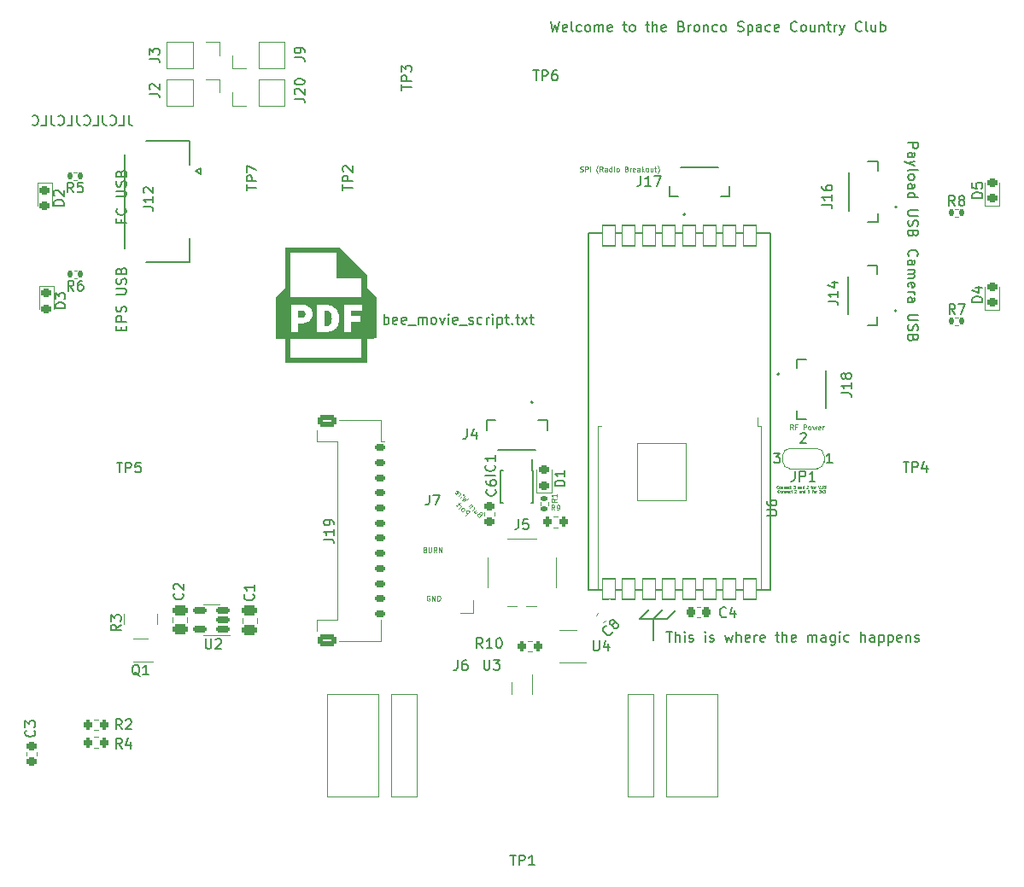
<source format=gbr>
%TF.GenerationSoftware,KiCad,Pcbnew,8.0.2-1*%
%TF.CreationDate,2024-06-23T19:16:47-07:00*%
%TF.ProjectId,antenna_top_cap_v2,616e7465-6e6e-4615-9f74-6f705f636170,rev?*%
%TF.SameCoordinates,Original*%
%TF.FileFunction,Legend,Top*%
%TF.FilePolarity,Positive*%
%FSLAX46Y46*%
G04 Gerber Fmt 4.6, Leading zero omitted, Abs format (unit mm)*
G04 Created by KiCad (PCBNEW 8.0.2-1) date 2024-06-23 19:16:47*
%MOMM*%
%LPD*%
G01*
G04 APERTURE LIST*
G04 Aperture macros list*
%AMRoundRect*
0 Rectangle with rounded corners*
0 $1 Rounding radius*
0 $2 $3 $4 $5 $6 $7 $8 $9 X,Y pos of 4 corners*
0 Add a 4 corners polygon primitive as box body*
4,1,4,$2,$3,$4,$5,$6,$7,$8,$9,$2,$3,0*
0 Add four circle primitives for the rounded corners*
1,1,$1+$1,$2,$3*
1,1,$1+$1,$4,$5*
1,1,$1+$1,$6,$7*
1,1,$1+$1,$8,$9*
0 Add four rect primitives between the rounded corners*
20,1,$1+$1,$2,$3,$4,$5,0*
20,1,$1+$1,$4,$5,$6,$7,0*
20,1,$1+$1,$6,$7,$8,$9,0*
20,1,$1+$1,$8,$9,$2,$3,0*%
%AMFreePoly0*
4,1,19,0.550000,-0.750000,0.000000,-0.750000,0.000000,-0.744911,-0.071157,-0.744911,-0.207708,-0.704816,-0.327430,-0.627875,-0.420627,-0.520320,-0.479746,-0.390866,-0.500000,-0.250000,-0.500000,0.250000,-0.479746,0.390866,-0.420627,0.520320,-0.327430,0.627875,-0.207708,0.704816,-0.071157,0.744911,0.000000,0.744911,0.000000,0.750000,0.550000,0.750000,0.550000,-0.750000,0.550000,-0.750000,
$1*%
%AMFreePoly1*
4,1,19,0.000000,0.744911,0.071157,0.744911,0.207708,0.704816,0.327430,0.627875,0.420627,0.520320,0.479746,0.390866,0.500000,0.250000,0.500000,-0.250000,0.479746,-0.390866,0.420627,-0.520320,0.327430,-0.627875,0.207708,-0.704816,0.071157,-0.744911,0.000000,-0.744911,0.000000,-0.750000,-0.550000,-0.750000,-0.550000,0.750000,0.000000,0.750000,0.000000,0.744911,0.000000,0.744911,
$1*%
G04 Aperture macros list end*
%ADD10C,0.150000*%
%ADD11C,0.062500*%
%ADD12C,0.125000*%
%ADD13C,0.100000*%
%ADD14C,0.000000*%
%ADD15C,0.120000*%
%ADD16C,0.127000*%
%ADD17C,0.200000*%
%ADD18C,0.010000*%
%ADD19RoundRect,0.200000X-0.200000X-0.275000X0.200000X-0.275000X0.200000X0.275000X-0.200000X0.275000X0*%
%ADD20O,1.700000X1.700000*%
%ADD21R,1.700000X1.700000*%
%ADD22R,0.600000X1.550000*%
%ADD23R,1.200000X1.800000*%
%ADD24R,0.350000X1.000000*%
%ADD25FreePoly0,180.000000*%
%ADD26R,1.000000X1.500000*%
%ADD27FreePoly1,180.000000*%
%ADD28R,1.000000X2.000000*%
%ADD29C,5.400000*%
%ADD30R,1.550000X0.600000*%
%ADD31R,1.800000X1.200000*%
%ADD32R,1.000000X0.700000*%
%ADD33RoundRect,0.218750X0.256250X-0.218750X0.256250X0.218750X-0.256250X0.218750X-0.256250X-0.218750X0*%
%ADD34RoundRect,0.250000X0.475000X-0.250000X0.475000X0.250000X-0.475000X0.250000X-0.475000X-0.250000X0*%
%ADD35RoundRect,0.135000X0.135000X0.185000X-0.135000X0.185000X-0.135000X-0.185000X0.135000X-0.185000X0*%
%ADD36RoundRect,0.218750X-0.256250X0.218750X-0.256250X-0.218750X0.256250X-0.218750X0.256250X0.218750X0*%
%ADD37RoundRect,0.200000X0.200000X0.275000X-0.200000X0.275000X-0.200000X-0.275000X0.200000X-0.275000X0*%
%ADD38RoundRect,0.225000X0.225000X0.250000X-0.225000X0.250000X-0.225000X-0.250000X0.225000X-0.250000X0*%
%ADD39RoundRect,0.135000X-0.135000X-0.185000X0.135000X-0.185000X0.135000X0.185000X-0.135000X0.185000X0*%
%ADD40RoundRect,0.150000X-0.350000X0.150000X-0.350000X-0.150000X0.350000X-0.150000X0.350000X0.150000X0*%
%ADD41RoundRect,0.250000X-0.650000X0.375000X-0.650000X-0.375000X0.650000X-0.375000X0.650000X0.375000X0*%
%ADD42R,6.390000X11.320000*%
%ADD43R,6.400000X11.300000*%
%ADD44RoundRect,0.150000X0.512500X0.150000X-0.512500X0.150000X-0.512500X-0.150000X0.512500X-0.150000X0*%
%ADD45R,0.400000X1.100000*%
%ADD46RoundRect,0.225000X-0.250000X0.225000X-0.250000X-0.225000X0.250000X-0.225000X0.250000X0.225000X0*%
%ADD47C,2.050000*%
%ADD48C,2.250000*%
%ADD49RoundRect,0.063500X-0.650000X1.000000X-0.650000X-1.000000X0.650000X-1.000000X0.650000X1.000000X0*%
%ADD50RoundRect,0.063500X-2.400000X2.849999X-2.400000X-2.849999X2.400000X-2.849999X2.400000X2.849999X0*%
%ADD51RoundRect,0.225000X0.250000X-0.225000X0.250000X0.225000X-0.250000X0.225000X-0.250000X-0.225000X0*%
%ADD52R,0.650000X0.400000*%
%ADD53RoundRect,0.225000X-0.017678X0.335876X-0.335876X0.017678X0.017678X-0.335876X0.335876X-0.017678X0*%
%ADD54R,0.500000X0.800000*%
%ADD55R,0.400000X0.800000*%
%ADD56RoundRect,0.135000X0.185000X-0.135000X0.185000X0.135000X-0.185000X0.135000X-0.185000X-0.135000X0*%
%ADD57O,2.416000X1.208000*%
G04 APERTURE END LIST*
D10*
X152082579Y-94289219D02*
X152082579Y-93289219D01*
X152082579Y-93670171D02*
X152177817Y-93622552D01*
X152177817Y-93622552D02*
X152368293Y-93622552D01*
X152368293Y-93622552D02*
X152463531Y-93670171D01*
X152463531Y-93670171D02*
X152511150Y-93717790D01*
X152511150Y-93717790D02*
X152558769Y-93813028D01*
X152558769Y-93813028D02*
X152558769Y-94098742D01*
X152558769Y-94098742D02*
X152511150Y-94193980D01*
X152511150Y-94193980D02*
X152463531Y-94241600D01*
X152463531Y-94241600D02*
X152368293Y-94289219D01*
X152368293Y-94289219D02*
X152177817Y-94289219D01*
X152177817Y-94289219D02*
X152082579Y-94241600D01*
X153368293Y-94241600D02*
X153273055Y-94289219D01*
X153273055Y-94289219D02*
X153082579Y-94289219D01*
X153082579Y-94289219D02*
X152987341Y-94241600D01*
X152987341Y-94241600D02*
X152939722Y-94146361D01*
X152939722Y-94146361D02*
X152939722Y-93765409D01*
X152939722Y-93765409D02*
X152987341Y-93670171D01*
X152987341Y-93670171D02*
X153082579Y-93622552D01*
X153082579Y-93622552D02*
X153273055Y-93622552D01*
X153273055Y-93622552D02*
X153368293Y-93670171D01*
X153368293Y-93670171D02*
X153415912Y-93765409D01*
X153415912Y-93765409D02*
X153415912Y-93860647D01*
X153415912Y-93860647D02*
X152939722Y-93955885D01*
X154225436Y-94241600D02*
X154130198Y-94289219D01*
X154130198Y-94289219D02*
X153939722Y-94289219D01*
X153939722Y-94289219D02*
X153844484Y-94241600D01*
X153844484Y-94241600D02*
X153796865Y-94146361D01*
X153796865Y-94146361D02*
X153796865Y-93765409D01*
X153796865Y-93765409D02*
X153844484Y-93670171D01*
X153844484Y-93670171D02*
X153939722Y-93622552D01*
X153939722Y-93622552D02*
X154130198Y-93622552D01*
X154130198Y-93622552D02*
X154225436Y-93670171D01*
X154225436Y-93670171D02*
X154273055Y-93765409D01*
X154273055Y-93765409D02*
X154273055Y-93860647D01*
X154273055Y-93860647D02*
X153796865Y-93955885D01*
X154463532Y-94384457D02*
X155225436Y-94384457D01*
X155463532Y-94289219D02*
X155463532Y-93622552D01*
X155463532Y-93717790D02*
X155511151Y-93670171D01*
X155511151Y-93670171D02*
X155606389Y-93622552D01*
X155606389Y-93622552D02*
X155749246Y-93622552D01*
X155749246Y-93622552D02*
X155844484Y-93670171D01*
X155844484Y-93670171D02*
X155892103Y-93765409D01*
X155892103Y-93765409D02*
X155892103Y-94289219D01*
X155892103Y-93765409D02*
X155939722Y-93670171D01*
X155939722Y-93670171D02*
X156034960Y-93622552D01*
X156034960Y-93622552D02*
X156177817Y-93622552D01*
X156177817Y-93622552D02*
X156273056Y-93670171D01*
X156273056Y-93670171D02*
X156320675Y-93765409D01*
X156320675Y-93765409D02*
X156320675Y-94289219D01*
X156939722Y-94289219D02*
X156844484Y-94241600D01*
X156844484Y-94241600D02*
X156796865Y-94193980D01*
X156796865Y-94193980D02*
X156749246Y-94098742D01*
X156749246Y-94098742D02*
X156749246Y-93813028D01*
X156749246Y-93813028D02*
X156796865Y-93717790D01*
X156796865Y-93717790D02*
X156844484Y-93670171D01*
X156844484Y-93670171D02*
X156939722Y-93622552D01*
X156939722Y-93622552D02*
X157082579Y-93622552D01*
X157082579Y-93622552D02*
X157177817Y-93670171D01*
X157177817Y-93670171D02*
X157225436Y-93717790D01*
X157225436Y-93717790D02*
X157273055Y-93813028D01*
X157273055Y-93813028D02*
X157273055Y-94098742D01*
X157273055Y-94098742D02*
X157225436Y-94193980D01*
X157225436Y-94193980D02*
X157177817Y-94241600D01*
X157177817Y-94241600D02*
X157082579Y-94289219D01*
X157082579Y-94289219D02*
X156939722Y-94289219D01*
X157606389Y-93622552D02*
X157844484Y-94289219D01*
X157844484Y-94289219D02*
X158082579Y-93622552D01*
X158463532Y-94289219D02*
X158463532Y-93622552D01*
X158463532Y-93289219D02*
X158415913Y-93336838D01*
X158415913Y-93336838D02*
X158463532Y-93384457D01*
X158463532Y-93384457D02*
X158511151Y-93336838D01*
X158511151Y-93336838D02*
X158463532Y-93289219D01*
X158463532Y-93289219D02*
X158463532Y-93384457D01*
X159320674Y-94241600D02*
X159225436Y-94289219D01*
X159225436Y-94289219D02*
X159034960Y-94289219D01*
X159034960Y-94289219D02*
X158939722Y-94241600D01*
X158939722Y-94241600D02*
X158892103Y-94146361D01*
X158892103Y-94146361D02*
X158892103Y-93765409D01*
X158892103Y-93765409D02*
X158939722Y-93670171D01*
X158939722Y-93670171D02*
X159034960Y-93622552D01*
X159034960Y-93622552D02*
X159225436Y-93622552D01*
X159225436Y-93622552D02*
X159320674Y-93670171D01*
X159320674Y-93670171D02*
X159368293Y-93765409D01*
X159368293Y-93765409D02*
X159368293Y-93860647D01*
X159368293Y-93860647D02*
X158892103Y-93955885D01*
X159558770Y-94384457D02*
X160320674Y-94384457D01*
X160511151Y-94241600D02*
X160606389Y-94289219D01*
X160606389Y-94289219D02*
X160796865Y-94289219D01*
X160796865Y-94289219D02*
X160892103Y-94241600D01*
X160892103Y-94241600D02*
X160939722Y-94146361D01*
X160939722Y-94146361D02*
X160939722Y-94098742D01*
X160939722Y-94098742D02*
X160892103Y-94003504D01*
X160892103Y-94003504D02*
X160796865Y-93955885D01*
X160796865Y-93955885D02*
X160654008Y-93955885D01*
X160654008Y-93955885D02*
X160558770Y-93908266D01*
X160558770Y-93908266D02*
X160511151Y-93813028D01*
X160511151Y-93813028D02*
X160511151Y-93765409D01*
X160511151Y-93765409D02*
X160558770Y-93670171D01*
X160558770Y-93670171D02*
X160654008Y-93622552D01*
X160654008Y-93622552D02*
X160796865Y-93622552D01*
X160796865Y-93622552D02*
X160892103Y-93670171D01*
X161796865Y-94241600D02*
X161701627Y-94289219D01*
X161701627Y-94289219D02*
X161511151Y-94289219D01*
X161511151Y-94289219D02*
X161415913Y-94241600D01*
X161415913Y-94241600D02*
X161368294Y-94193980D01*
X161368294Y-94193980D02*
X161320675Y-94098742D01*
X161320675Y-94098742D02*
X161320675Y-93813028D01*
X161320675Y-93813028D02*
X161368294Y-93717790D01*
X161368294Y-93717790D02*
X161415913Y-93670171D01*
X161415913Y-93670171D02*
X161511151Y-93622552D01*
X161511151Y-93622552D02*
X161701627Y-93622552D01*
X161701627Y-93622552D02*
X161796865Y-93670171D01*
X162225437Y-94289219D02*
X162225437Y-93622552D01*
X162225437Y-93813028D02*
X162273056Y-93717790D01*
X162273056Y-93717790D02*
X162320675Y-93670171D01*
X162320675Y-93670171D02*
X162415913Y-93622552D01*
X162415913Y-93622552D02*
X162511151Y-93622552D01*
X162844485Y-94289219D02*
X162844485Y-93622552D01*
X162844485Y-93289219D02*
X162796866Y-93336838D01*
X162796866Y-93336838D02*
X162844485Y-93384457D01*
X162844485Y-93384457D02*
X162892104Y-93336838D01*
X162892104Y-93336838D02*
X162844485Y-93289219D01*
X162844485Y-93289219D02*
X162844485Y-93384457D01*
X163320675Y-93622552D02*
X163320675Y-94622552D01*
X163320675Y-93670171D02*
X163415913Y-93622552D01*
X163415913Y-93622552D02*
X163606389Y-93622552D01*
X163606389Y-93622552D02*
X163701627Y-93670171D01*
X163701627Y-93670171D02*
X163749246Y-93717790D01*
X163749246Y-93717790D02*
X163796865Y-93813028D01*
X163796865Y-93813028D02*
X163796865Y-94098742D01*
X163796865Y-94098742D02*
X163749246Y-94193980D01*
X163749246Y-94193980D02*
X163701627Y-94241600D01*
X163701627Y-94241600D02*
X163606389Y-94289219D01*
X163606389Y-94289219D02*
X163415913Y-94289219D01*
X163415913Y-94289219D02*
X163320675Y-94241600D01*
X164082580Y-93622552D02*
X164463532Y-93622552D01*
X164225437Y-93289219D02*
X164225437Y-94146361D01*
X164225437Y-94146361D02*
X164273056Y-94241600D01*
X164273056Y-94241600D02*
X164368294Y-94289219D01*
X164368294Y-94289219D02*
X164463532Y-94289219D01*
X164796866Y-94193980D02*
X164844485Y-94241600D01*
X164844485Y-94241600D02*
X164796866Y-94289219D01*
X164796866Y-94289219D02*
X164749247Y-94241600D01*
X164749247Y-94241600D02*
X164796866Y-94193980D01*
X164796866Y-94193980D02*
X164796866Y-94289219D01*
X165130199Y-93622552D02*
X165511151Y-93622552D01*
X165273056Y-93289219D02*
X165273056Y-94146361D01*
X165273056Y-94146361D02*
X165320675Y-94241600D01*
X165320675Y-94241600D02*
X165415913Y-94289219D01*
X165415913Y-94289219D02*
X165511151Y-94289219D01*
X165749247Y-94289219D02*
X166273056Y-93622552D01*
X165749247Y-93622552D02*
X166273056Y-94289219D01*
X166511152Y-93622552D02*
X166892104Y-93622552D01*
X166654009Y-93289219D02*
X166654009Y-94146361D01*
X166654009Y-94146361D02*
X166701628Y-94241600D01*
X166701628Y-94241600D02*
X166796866Y-94289219D01*
X166796866Y-94289219D02*
X166892104Y-94289219D01*
X178775800Y-125654400D02*
X178775800Y-123564400D01*
X177395800Y-123564400D02*
X178325800Y-122634400D01*
X178775800Y-123564400D02*
X179705800Y-122634400D01*
X178775800Y-123564400D02*
X180135800Y-123564400D01*
X180145800Y-123564400D02*
X180985800Y-122724400D01*
X178775800Y-123564400D02*
X177395800Y-123564400D01*
X204111219Y-87547607D02*
X204063600Y-87499988D01*
X204063600Y-87499988D02*
X204015980Y-87357131D01*
X204015980Y-87357131D02*
X204015980Y-87261893D01*
X204015980Y-87261893D02*
X204063600Y-87119036D01*
X204063600Y-87119036D02*
X204158838Y-87023798D01*
X204158838Y-87023798D02*
X204254076Y-86976179D01*
X204254076Y-86976179D02*
X204444552Y-86928560D01*
X204444552Y-86928560D02*
X204587409Y-86928560D01*
X204587409Y-86928560D02*
X204777885Y-86976179D01*
X204777885Y-86976179D02*
X204873123Y-87023798D01*
X204873123Y-87023798D02*
X204968361Y-87119036D01*
X204968361Y-87119036D02*
X205015980Y-87261893D01*
X205015980Y-87261893D02*
X205015980Y-87357131D01*
X205015980Y-87357131D02*
X204968361Y-87499988D01*
X204968361Y-87499988D02*
X204920742Y-87547607D01*
X204015980Y-88404750D02*
X204539790Y-88404750D01*
X204539790Y-88404750D02*
X204635028Y-88357131D01*
X204635028Y-88357131D02*
X204682647Y-88261893D01*
X204682647Y-88261893D02*
X204682647Y-88071417D01*
X204682647Y-88071417D02*
X204635028Y-87976179D01*
X204063600Y-88404750D02*
X204015980Y-88309512D01*
X204015980Y-88309512D02*
X204015980Y-88071417D01*
X204015980Y-88071417D02*
X204063600Y-87976179D01*
X204063600Y-87976179D02*
X204158838Y-87928560D01*
X204158838Y-87928560D02*
X204254076Y-87928560D01*
X204254076Y-87928560D02*
X204349314Y-87976179D01*
X204349314Y-87976179D02*
X204396933Y-88071417D01*
X204396933Y-88071417D02*
X204396933Y-88309512D01*
X204396933Y-88309512D02*
X204444552Y-88404750D01*
X204015980Y-88880941D02*
X204682647Y-88880941D01*
X204587409Y-88880941D02*
X204635028Y-88928560D01*
X204635028Y-88928560D02*
X204682647Y-89023798D01*
X204682647Y-89023798D02*
X204682647Y-89166655D01*
X204682647Y-89166655D02*
X204635028Y-89261893D01*
X204635028Y-89261893D02*
X204539790Y-89309512D01*
X204539790Y-89309512D02*
X204015980Y-89309512D01*
X204539790Y-89309512D02*
X204635028Y-89357131D01*
X204635028Y-89357131D02*
X204682647Y-89452369D01*
X204682647Y-89452369D02*
X204682647Y-89595226D01*
X204682647Y-89595226D02*
X204635028Y-89690465D01*
X204635028Y-89690465D02*
X204539790Y-89738084D01*
X204539790Y-89738084D02*
X204015980Y-89738084D01*
X204063600Y-90595226D02*
X204015980Y-90499988D01*
X204015980Y-90499988D02*
X204015980Y-90309512D01*
X204015980Y-90309512D02*
X204063600Y-90214274D01*
X204063600Y-90214274D02*
X204158838Y-90166655D01*
X204158838Y-90166655D02*
X204539790Y-90166655D01*
X204539790Y-90166655D02*
X204635028Y-90214274D01*
X204635028Y-90214274D02*
X204682647Y-90309512D01*
X204682647Y-90309512D02*
X204682647Y-90499988D01*
X204682647Y-90499988D02*
X204635028Y-90595226D01*
X204635028Y-90595226D02*
X204539790Y-90642845D01*
X204539790Y-90642845D02*
X204444552Y-90642845D01*
X204444552Y-90642845D02*
X204349314Y-90166655D01*
X204015980Y-91071417D02*
X204682647Y-91071417D01*
X204492171Y-91071417D02*
X204587409Y-91119036D01*
X204587409Y-91119036D02*
X204635028Y-91166655D01*
X204635028Y-91166655D02*
X204682647Y-91261893D01*
X204682647Y-91261893D02*
X204682647Y-91357131D01*
X204015980Y-92119036D02*
X204539790Y-92119036D01*
X204539790Y-92119036D02*
X204635028Y-92071417D01*
X204635028Y-92071417D02*
X204682647Y-91976179D01*
X204682647Y-91976179D02*
X204682647Y-91785703D01*
X204682647Y-91785703D02*
X204635028Y-91690465D01*
X204063600Y-92119036D02*
X204015980Y-92023798D01*
X204015980Y-92023798D02*
X204015980Y-91785703D01*
X204015980Y-91785703D02*
X204063600Y-91690465D01*
X204063600Y-91690465D02*
X204158838Y-91642846D01*
X204158838Y-91642846D02*
X204254076Y-91642846D01*
X204254076Y-91642846D02*
X204349314Y-91690465D01*
X204349314Y-91690465D02*
X204396933Y-91785703D01*
X204396933Y-91785703D02*
X204396933Y-92023798D01*
X204396933Y-92023798D02*
X204444552Y-92119036D01*
X205015980Y-93357132D02*
X204206457Y-93357132D01*
X204206457Y-93357132D02*
X204111219Y-93404751D01*
X204111219Y-93404751D02*
X204063600Y-93452370D01*
X204063600Y-93452370D02*
X204015980Y-93547608D01*
X204015980Y-93547608D02*
X204015980Y-93738084D01*
X204015980Y-93738084D02*
X204063600Y-93833322D01*
X204063600Y-93833322D02*
X204111219Y-93880941D01*
X204111219Y-93880941D02*
X204206457Y-93928560D01*
X204206457Y-93928560D02*
X205015980Y-93928560D01*
X204063600Y-94357132D02*
X204015980Y-94499989D01*
X204015980Y-94499989D02*
X204015980Y-94738084D01*
X204015980Y-94738084D02*
X204063600Y-94833322D01*
X204063600Y-94833322D02*
X204111219Y-94880941D01*
X204111219Y-94880941D02*
X204206457Y-94928560D01*
X204206457Y-94928560D02*
X204301695Y-94928560D01*
X204301695Y-94928560D02*
X204396933Y-94880941D01*
X204396933Y-94880941D02*
X204444552Y-94833322D01*
X204444552Y-94833322D02*
X204492171Y-94738084D01*
X204492171Y-94738084D02*
X204539790Y-94547608D01*
X204539790Y-94547608D02*
X204587409Y-94452370D01*
X204587409Y-94452370D02*
X204635028Y-94404751D01*
X204635028Y-94404751D02*
X204730266Y-94357132D01*
X204730266Y-94357132D02*
X204825504Y-94357132D01*
X204825504Y-94357132D02*
X204920742Y-94404751D01*
X204920742Y-94404751D02*
X204968361Y-94452370D01*
X204968361Y-94452370D02*
X205015980Y-94547608D01*
X205015980Y-94547608D02*
X205015980Y-94785703D01*
X205015980Y-94785703D02*
X204968361Y-94928560D01*
X204539790Y-95690465D02*
X204492171Y-95833322D01*
X204492171Y-95833322D02*
X204444552Y-95880941D01*
X204444552Y-95880941D02*
X204349314Y-95928560D01*
X204349314Y-95928560D02*
X204206457Y-95928560D01*
X204206457Y-95928560D02*
X204111219Y-95880941D01*
X204111219Y-95880941D02*
X204063600Y-95833322D01*
X204063600Y-95833322D02*
X204015980Y-95738084D01*
X204015980Y-95738084D02*
X204015980Y-95357132D01*
X204015980Y-95357132D02*
X205015980Y-95357132D01*
X205015980Y-95357132D02*
X205015980Y-95690465D01*
X205015980Y-95690465D02*
X204968361Y-95785703D01*
X204968361Y-95785703D02*
X204920742Y-95833322D01*
X204920742Y-95833322D02*
X204825504Y-95880941D01*
X204825504Y-95880941D02*
X204730266Y-95880941D01*
X204730266Y-95880941D02*
X204635028Y-95833322D01*
X204635028Y-95833322D02*
X204587409Y-95785703D01*
X204587409Y-95785703D02*
X204539790Y-95690465D01*
X204539790Y-95690465D02*
X204539790Y-95357132D01*
X168576749Y-64274219D02*
X168814844Y-65274219D01*
X168814844Y-65274219D02*
X169005320Y-64559933D01*
X169005320Y-64559933D02*
X169195796Y-65274219D01*
X169195796Y-65274219D02*
X169433892Y-64274219D01*
X170195796Y-65226600D02*
X170100558Y-65274219D01*
X170100558Y-65274219D02*
X169910082Y-65274219D01*
X169910082Y-65274219D02*
X169814844Y-65226600D01*
X169814844Y-65226600D02*
X169767225Y-65131361D01*
X169767225Y-65131361D02*
X169767225Y-64750409D01*
X169767225Y-64750409D02*
X169814844Y-64655171D01*
X169814844Y-64655171D02*
X169910082Y-64607552D01*
X169910082Y-64607552D02*
X170100558Y-64607552D01*
X170100558Y-64607552D02*
X170195796Y-64655171D01*
X170195796Y-64655171D02*
X170243415Y-64750409D01*
X170243415Y-64750409D02*
X170243415Y-64845647D01*
X170243415Y-64845647D02*
X169767225Y-64940885D01*
X170814844Y-65274219D02*
X170719606Y-65226600D01*
X170719606Y-65226600D02*
X170671987Y-65131361D01*
X170671987Y-65131361D02*
X170671987Y-64274219D01*
X171624368Y-65226600D02*
X171529130Y-65274219D01*
X171529130Y-65274219D02*
X171338654Y-65274219D01*
X171338654Y-65274219D02*
X171243416Y-65226600D01*
X171243416Y-65226600D02*
X171195797Y-65178980D01*
X171195797Y-65178980D02*
X171148178Y-65083742D01*
X171148178Y-65083742D02*
X171148178Y-64798028D01*
X171148178Y-64798028D02*
X171195797Y-64702790D01*
X171195797Y-64702790D02*
X171243416Y-64655171D01*
X171243416Y-64655171D02*
X171338654Y-64607552D01*
X171338654Y-64607552D02*
X171529130Y-64607552D01*
X171529130Y-64607552D02*
X171624368Y-64655171D01*
X172195797Y-65274219D02*
X172100559Y-65226600D01*
X172100559Y-65226600D02*
X172052940Y-65178980D01*
X172052940Y-65178980D02*
X172005321Y-65083742D01*
X172005321Y-65083742D02*
X172005321Y-64798028D01*
X172005321Y-64798028D02*
X172052940Y-64702790D01*
X172052940Y-64702790D02*
X172100559Y-64655171D01*
X172100559Y-64655171D02*
X172195797Y-64607552D01*
X172195797Y-64607552D02*
X172338654Y-64607552D01*
X172338654Y-64607552D02*
X172433892Y-64655171D01*
X172433892Y-64655171D02*
X172481511Y-64702790D01*
X172481511Y-64702790D02*
X172529130Y-64798028D01*
X172529130Y-64798028D02*
X172529130Y-65083742D01*
X172529130Y-65083742D02*
X172481511Y-65178980D01*
X172481511Y-65178980D02*
X172433892Y-65226600D01*
X172433892Y-65226600D02*
X172338654Y-65274219D01*
X172338654Y-65274219D02*
X172195797Y-65274219D01*
X172957702Y-65274219D02*
X172957702Y-64607552D01*
X172957702Y-64702790D02*
X173005321Y-64655171D01*
X173005321Y-64655171D02*
X173100559Y-64607552D01*
X173100559Y-64607552D02*
X173243416Y-64607552D01*
X173243416Y-64607552D02*
X173338654Y-64655171D01*
X173338654Y-64655171D02*
X173386273Y-64750409D01*
X173386273Y-64750409D02*
X173386273Y-65274219D01*
X173386273Y-64750409D02*
X173433892Y-64655171D01*
X173433892Y-64655171D02*
X173529130Y-64607552D01*
X173529130Y-64607552D02*
X173671987Y-64607552D01*
X173671987Y-64607552D02*
X173767226Y-64655171D01*
X173767226Y-64655171D02*
X173814845Y-64750409D01*
X173814845Y-64750409D02*
X173814845Y-65274219D01*
X174671987Y-65226600D02*
X174576749Y-65274219D01*
X174576749Y-65274219D02*
X174386273Y-65274219D01*
X174386273Y-65274219D02*
X174291035Y-65226600D01*
X174291035Y-65226600D02*
X174243416Y-65131361D01*
X174243416Y-65131361D02*
X174243416Y-64750409D01*
X174243416Y-64750409D02*
X174291035Y-64655171D01*
X174291035Y-64655171D02*
X174386273Y-64607552D01*
X174386273Y-64607552D02*
X174576749Y-64607552D01*
X174576749Y-64607552D02*
X174671987Y-64655171D01*
X174671987Y-64655171D02*
X174719606Y-64750409D01*
X174719606Y-64750409D02*
X174719606Y-64845647D01*
X174719606Y-64845647D02*
X174243416Y-64940885D01*
X175767226Y-64607552D02*
X176148178Y-64607552D01*
X175910083Y-64274219D02*
X175910083Y-65131361D01*
X175910083Y-65131361D02*
X175957702Y-65226600D01*
X175957702Y-65226600D02*
X176052940Y-65274219D01*
X176052940Y-65274219D02*
X176148178Y-65274219D01*
X176624369Y-65274219D02*
X176529131Y-65226600D01*
X176529131Y-65226600D02*
X176481512Y-65178980D01*
X176481512Y-65178980D02*
X176433893Y-65083742D01*
X176433893Y-65083742D02*
X176433893Y-64798028D01*
X176433893Y-64798028D02*
X176481512Y-64702790D01*
X176481512Y-64702790D02*
X176529131Y-64655171D01*
X176529131Y-64655171D02*
X176624369Y-64607552D01*
X176624369Y-64607552D02*
X176767226Y-64607552D01*
X176767226Y-64607552D02*
X176862464Y-64655171D01*
X176862464Y-64655171D02*
X176910083Y-64702790D01*
X176910083Y-64702790D02*
X176957702Y-64798028D01*
X176957702Y-64798028D02*
X176957702Y-65083742D01*
X176957702Y-65083742D02*
X176910083Y-65178980D01*
X176910083Y-65178980D02*
X176862464Y-65226600D01*
X176862464Y-65226600D02*
X176767226Y-65274219D01*
X176767226Y-65274219D02*
X176624369Y-65274219D01*
X178005322Y-64607552D02*
X178386274Y-64607552D01*
X178148179Y-64274219D02*
X178148179Y-65131361D01*
X178148179Y-65131361D02*
X178195798Y-65226600D01*
X178195798Y-65226600D02*
X178291036Y-65274219D01*
X178291036Y-65274219D02*
X178386274Y-65274219D01*
X178719608Y-65274219D02*
X178719608Y-64274219D01*
X179148179Y-65274219D02*
X179148179Y-64750409D01*
X179148179Y-64750409D02*
X179100560Y-64655171D01*
X179100560Y-64655171D02*
X179005322Y-64607552D01*
X179005322Y-64607552D02*
X178862465Y-64607552D01*
X178862465Y-64607552D02*
X178767227Y-64655171D01*
X178767227Y-64655171D02*
X178719608Y-64702790D01*
X180005322Y-65226600D02*
X179910084Y-65274219D01*
X179910084Y-65274219D02*
X179719608Y-65274219D01*
X179719608Y-65274219D02*
X179624370Y-65226600D01*
X179624370Y-65226600D02*
X179576751Y-65131361D01*
X179576751Y-65131361D02*
X179576751Y-64750409D01*
X179576751Y-64750409D02*
X179624370Y-64655171D01*
X179624370Y-64655171D02*
X179719608Y-64607552D01*
X179719608Y-64607552D02*
X179910084Y-64607552D01*
X179910084Y-64607552D02*
X180005322Y-64655171D01*
X180005322Y-64655171D02*
X180052941Y-64750409D01*
X180052941Y-64750409D02*
X180052941Y-64845647D01*
X180052941Y-64845647D02*
X179576751Y-64940885D01*
X181576751Y-64750409D02*
X181719608Y-64798028D01*
X181719608Y-64798028D02*
X181767227Y-64845647D01*
X181767227Y-64845647D02*
X181814846Y-64940885D01*
X181814846Y-64940885D02*
X181814846Y-65083742D01*
X181814846Y-65083742D02*
X181767227Y-65178980D01*
X181767227Y-65178980D02*
X181719608Y-65226600D01*
X181719608Y-65226600D02*
X181624370Y-65274219D01*
X181624370Y-65274219D02*
X181243418Y-65274219D01*
X181243418Y-65274219D02*
X181243418Y-64274219D01*
X181243418Y-64274219D02*
X181576751Y-64274219D01*
X181576751Y-64274219D02*
X181671989Y-64321838D01*
X181671989Y-64321838D02*
X181719608Y-64369457D01*
X181719608Y-64369457D02*
X181767227Y-64464695D01*
X181767227Y-64464695D02*
X181767227Y-64559933D01*
X181767227Y-64559933D02*
X181719608Y-64655171D01*
X181719608Y-64655171D02*
X181671989Y-64702790D01*
X181671989Y-64702790D02*
X181576751Y-64750409D01*
X181576751Y-64750409D02*
X181243418Y-64750409D01*
X182243418Y-65274219D02*
X182243418Y-64607552D01*
X182243418Y-64798028D02*
X182291037Y-64702790D01*
X182291037Y-64702790D02*
X182338656Y-64655171D01*
X182338656Y-64655171D02*
X182433894Y-64607552D01*
X182433894Y-64607552D02*
X182529132Y-64607552D01*
X183005323Y-65274219D02*
X182910085Y-65226600D01*
X182910085Y-65226600D02*
X182862466Y-65178980D01*
X182862466Y-65178980D02*
X182814847Y-65083742D01*
X182814847Y-65083742D02*
X182814847Y-64798028D01*
X182814847Y-64798028D02*
X182862466Y-64702790D01*
X182862466Y-64702790D02*
X182910085Y-64655171D01*
X182910085Y-64655171D02*
X183005323Y-64607552D01*
X183005323Y-64607552D02*
X183148180Y-64607552D01*
X183148180Y-64607552D02*
X183243418Y-64655171D01*
X183243418Y-64655171D02*
X183291037Y-64702790D01*
X183291037Y-64702790D02*
X183338656Y-64798028D01*
X183338656Y-64798028D02*
X183338656Y-65083742D01*
X183338656Y-65083742D02*
X183291037Y-65178980D01*
X183291037Y-65178980D02*
X183243418Y-65226600D01*
X183243418Y-65226600D02*
X183148180Y-65274219D01*
X183148180Y-65274219D02*
X183005323Y-65274219D01*
X183767228Y-64607552D02*
X183767228Y-65274219D01*
X183767228Y-64702790D02*
X183814847Y-64655171D01*
X183814847Y-64655171D02*
X183910085Y-64607552D01*
X183910085Y-64607552D02*
X184052942Y-64607552D01*
X184052942Y-64607552D02*
X184148180Y-64655171D01*
X184148180Y-64655171D02*
X184195799Y-64750409D01*
X184195799Y-64750409D02*
X184195799Y-65274219D01*
X185100561Y-65226600D02*
X185005323Y-65274219D01*
X185005323Y-65274219D02*
X184814847Y-65274219D01*
X184814847Y-65274219D02*
X184719609Y-65226600D01*
X184719609Y-65226600D02*
X184671990Y-65178980D01*
X184671990Y-65178980D02*
X184624371Y-65083742D01*
X184624371Y-65083742D02*
X184624371Y-64798028D01*
X184624371Y-64798028D02*
X184671990Y-64702790D01*
X184671990Y-64702790D02*
X184719609Y-64655171D01*
X184719609Y-64655171D02*
X184814847Y-64607552D01*
X184814847Y-64607552D02*
X185005323Y-64607552D01*
X185005323Y-64607552D02*
X185100561Y-64655171D01*
X185671990Y-65274219D02*
X185576752Y-65226600D01*
X185576752Y-65226600D02*
X185529133Y-65178980D01*
X185529133Y-65178980D02*
X185481514Y-65083742D01*
X185481514Y-65083742D02*
X185481514Y-64798028D01*
X185481514Y-64798028D02*
X185529133Y-64702790D01*
X185529133Y-64702790D02*
X185576752Y-64655171D01*
X185576752Y-64655171D02*
X185671990Y-64607552D01*
X185671990Y-64607552D02*
X185814847Y-64607552D01*
X185814847Y-64607552D02*
X185910085Y-64655171D01*
X185910085Y-64655171D02*
X185957704Y-64702790D01*
X185957704Y-64702790D02*
X186005323Y-64798028D01*
X186005323Y-64798028D02*
X186005323Y-65083742D01*
X186005323Y-65083742D02*
X185957704Y-65178980D01*
X185957704Y-65178980D02*
X185910085Y-65226600D01*
X185910085Y-65226600D02*
X185814847Y-65274219D01*
X185814847Y-65274219D02*
X185671990Y-65274219D01*
X187148181Y-65226600D02*
X187291038Y-65274219D01*
X187291038Y-65274219D02*
X187529133Y-65274219D01*
X187529133Y-65274219D02*
X187624371Y-65226600D01*
X187624371Y-65226600D02*
X187671990Y-65178980D01*
X187671990Y-65178980D02*
X187719609Y-65083742D01*
X187719609Y-65083742D02*
X187719609Y-64988504D01*
X187719609Y-64988504D02*
X187671990Y-64893266D01*
X187671990Y-64893266D02*
X187624371Y-64845647D01*
X187624371Y-64845647D02*
X187529133Y-64798028D01*
X187529133Y-64798028D02*
X187338657Y-64750409D01*
X187338657Y-64750409D02*
X187243419Y-64702790D01*
X187243419Y-64702790D02*
X187195800Y-64655171D01*
X187195800Y-64655171D02*
X187148181Y-64559933D01*
X187148181Y-64559933D02*
X187148181Y-64464695D01*
X187148181Y-64464695D02*
X187195800Y-64369457D01*
X187195800Y-64369457D02*
X187243419Y-64321838D01*
X187243419Y-64321838D02*
X187338657Y-64274219D01*
X187338657Y-64274219D02*
X187576752Y-64274219D01*
X187576752Y-64274219D02*
X187719609Y-64321838D01*
X188148181Y-64607552D02*
X188148181Y-65607552D01*
X188148181Y-64655171D02*
X188243419Y-64607552D01*
X188243419Y-64607552D02*
X188433895Y-64607552D01*
X188433895Y-64607552D02*
X188529133Y-64655171D01*
X188529133Y-64655171D02*
X188576752Y-64702790D01*
X188576752Y-64702790D02*
X188624371Y-64798028D01*
X188624371Y-64798028D02*
X188624371Y-65083742D01*
X188624371Y-65083742D02*
X188576752Y-65178980D01*
X188576752Y-65178980D02*
X188529133Y-65226600D01*
X188529133Y-65226600D02*
X188433895Y-65274219D01*
X188433895Y-65274219D02*
X188243419Y-65274219D01*
X188243419Y-65274219D02*
X188148181Y-65226600D01*
X189481514Y-65274219D02*
X189481514Y-64750409D01*
X189481514Y-64750409D02*
X189433895Y-64655171D01*
X189433895Y-64655171D02*
X189338657Y-64607552D01*
X189338657Y-64607552D02*
X189148181Y-64607552D01*
X189148181Y-64607552D02*
X189052943Y-64655171D01*
X189481514Y-65226600D02*
X189386276Y-65274219D01*
X189386276Y-65274219D02*
X189148181Y-65274219D01*
X189148181Y-65274219D02*
X189052943Y-65226600D01*
X189052943Y-65226600D02*
X189005324Y-65131361D01*
X189005324Y-65131361D02*
X189005324Y-65036123D01*
X189005324Y-65036123D02*
X189052943Y-64940885D01*
X189052943Y-64940885D02*
X189148181Y-64893266D01*
X189148181Y-64893266D02*
X189386276Y-64893266D01*
X189386276Y-64893266D02*
X189481514Y-64845647D01*
X190386276Y-65226600D02*
X190291038Y-65274219D01*
X190291038Y-65274219D02*
X190100562Y-65274219D01*
X190100562Y-65274219D02*
X190005324Y-65226600D01*
X190005324Y-65226600D02*
X189957705Y-65178980D01*
X189957705Y-65178980D02*
X189910086Y-65083742D01*
X189910086Y-65083742D02*
X189910086Y-64798028D01*
X189910086Y-64798028D02*
X189957705Y-64702790D01*
X189957705Y-64702790D02*
X190005324Y-64655171D01*
X190005324Y-64655171D02*
X190100562Y-64607552D01*
X190100562Y-64607552D02*
X190291038Y-64607552D01*
X190291038Y-64607552D02*
X190386276Y-64655171D01*
X191195800Y-65226600D02*
X191100562Y-65274219D01*
X191100562Y-65274219D02*
X190910086Y-65274219D01*
X190910086Y-65274219D02*
X190814848Y-65226600D01*
X190814848Y-65226600D02*
X190767229Y-65131361D01*
X190767229Y-65131361D02*
X190767229Y-64750409D01*
X190767229Y-64750409D02*
X190814848Y-64655171D01*
X190814848Y-64655171D02*
X190910086Y-64607552D01*
X190910086Y-64607552D02*
X191100562Y-64607552D01*
X191100562Y-64607552D02*
X191195800Y-64655171D01*
X191195800Y-64655171D02*
X191243419Y-64750409D01*
X191243419Y-64750409D02*
X191243419Y-64845647D01*
X191243419Y-64845647D02*
X190767229Y-64940885D01*
X193005324Y-65178980D02*
X192957705Y-65226600D01*
X192957705Y-65226600D02*
X192814848Y-65274219D01*
X192814848Y-65274219D02*
X192719610Y-65274219D01*
X192719610Y-65274219D02*
X192576753Y-65226600D01*
X192576753Y-65226600D02*
X192481515Y-65131361D01*
X192481515Y-65131361D02*
X192433896Y-65036123D01*
X192433896Y-65036123D02*
X192386277Y-64845647D01*
X192386277Y-64845647D02*
X192386277Y-64702790D01*
X192386277Y-64702790D02*
X192433896Y-64512314D01*
X192433896Y-64512314D02*
X192481515Y-64417076D01*
X192481515Y-64417076D02*
X192576753Y-64321838D01*
X192576753Y-64321838D02*
X192719610Y-64274219D01*
X192719610Y-64274219D02*
X192814848Y-64274219D01*
X192814848Y-64274219D02*
X192957705Y-64321838D01*
X192957705Y-64321838D02*
X193005324Y-64369457D01*
X193576753Y-65274219D02*
X193481515Y-65226600D01*
X193481515Y-65226600D02*
X193433896Y-65178980D01*
X193433896Y-65178980D02*
X193386277Y-65083742D01*
X193386277Y-65083742D02*
X193386277Y-64798028D01*
X193386277Y-64798028D02*
X193433896Y-64702790D01*
X193433896Y-64702790D02*
X193481515Y-64655171D01*
X193481515Y-64655171D02*
X193576753Y-64607552D01*
X193576753Y-64607552D02*
X193719610Y-64607552D01*
X193719610Y-64607552D02*
X193814848Y-64655171D01*
X193814848Y-64655171D02*
X193862467Y-64702790D01*
X193862467Y-64702790D02*
X193910086Y-64798028D01*
X193910086Y-64798028D02*
X193910086Y-65083742D01*
X193910086Y-65083742D02*
X193862467Y-65178980D01*
X193862467Y-65178980D02*
X193814848Y-65226600D01*
X193814848Y-65226600D02*
X193719610Y-65274219D01*
X193719610Y-65274219D02*
X193576753Y-65274219D01*
X194767229Y-64607552D02*
X194767229Y-65274219D01*
X194338658Y-64607552D02*
X194338658Y-65131361D01*
X194338658Y-65131361D02*
X194386277Y-65226600D01*
X194386277Y-65226600D02*
X194481515Y-65274219D01*
X194481515Y-65274219D02*
X194624372Y-65274219D01*
X194624372Y-65274219D02*
X194719610Y-65226600D01*
X194719610Y-65226600D02*
X194767229Y-65178980D01*
X195243420Y-64607552D02*
X195243420Y-65274219D01*
X195243420Y-64702790D02*
X195291039Y-64655171D01*
X195291039Y-64655171D02*
X195386277Y-64607552D01*
X195386277Y-64607552D02*
X195529134Y-64607552D01*
X195529134Y-64607552D02*
X195624372Y-64655171D01*
X195624372Y-64655171D02*
X195671991Y-64750409D01*
X195671991Y-64750409D02*
X195671991Y-65274219D01*
X196005325Y-64607552D02*
X196386277Y-64607552D01*
X196148182Y-64274219D02*
X196148182Y-65131361D01*
X196148182Y-65131361D02*
X196195801Y-65226600D01*
X196195801Y-65226600D02*
X196291039Y-65274219D01*
X196291039Y-65274219D02*
X196386277Y-65274219D01*
X196719611Y-65274219D02*
X196719611Y-64607552D01*
X196719611Y-64798028D02*
X196767230Y-64702790D01*
X196767230Y-64702790D02*
X196814849Y-64655171D01*
X196814849Y-64655171D02*
X196910087Y-64607552D01*
X196910087Y-64607552D02*
X197005325Y-64607552D01*
X197243421Y-64607552D02*
X197481516Y-65274219D01*
X197719611Y-64607552D02*
X197481516Y-65274219D01*
X197481516Y-65274219D02*
X197386278Y-65512314D01*
X197386278Y-65512314D02*
X197338659Y-65559933D01*
X197338659Y-65559933D02*
X197243421Y-65607552D01*
X199433897Y-65178980D02*
X199386278Y-65226600D01*
X199386278Y-65226600D02*
X199243421Y-65274219D01*
X199243421Y-65274219D02*
X199148183Y-65274219D01*
X199148183Y-65274219D02*
X199005326Y-65226600D01*
X199005326Y-65226600D02*
X198910088Y-65131361D01*
X198910088Y-65131361D02*
X198862469Y-65036123D01*
X198862469Y-65036123D02*
X198814850Y-64845647D01*
X198814850Y-64845647D02*
X198814850Y-64702790D01*
X198814850Y-64702790D02*
X198862469Y-64512314D01*
X198862469Y-64512314D02*
X198910088Y-64417076D01*
X198910088Y-64417076D02*
X199005326Y-64321838D01*
X199005326Y-64321838D02*
X199148183Y-64274219D01*
X199148183Y-64274219D02*
X199243421Y-64274219D01*
X199243421Y-64274219D02*
X199386278Y-64321838D01*
X199386278Y-64321838D02*
X199433897Y-64369457D01*
X200005326Y-65274219D02*
X199910088Y-65226600D01*
X199910088Y-65226600D02*
X199862469Y-65131361D01*
X199862469Y-65131361D02*
X199862469Y-64274219D01*
X200814850Y-64607552D02*
X200814850Y-65274219D01*
X200386279Y-64607552D02*
X200386279Y-65131361D01*
X200386279Y-65131361D02*
X200433898Y-65226600D01*
X200433898Y-65226600D02*
X200529136Y-65274219D01*
X200529136Y-65274219D02*
X200671993Y-65274219D01*
X200671993Y-65274219D02*
X200767231Y-65226600D01*
X200767231Y-65226600D02*
X200814850Y-65178980D01*
X201291041Y-65274219D02*
X201291041Y-64274219D01*
X201291041Y-64655171D02*
X201386279Y-64607552D01*
X201386279Y-64607552D02*
X201576755Y-64607552D01*
X201576755Y-64607552D02*
X201671993Y-64655171D01*
X201671993Y-64655171D02*
X201719612Y-64702790D01*
X201719612Y-64702790D02*
X201767231Y-64798028D01*
X201767231Y-64798028D02*
X201767231Y-65083742D01*
X201767231Y-65083742D02*
X201719612Y-65178980D01*
X201719612Y-65178980D02*
X201671993Y-65226600D01*
X201671993Y-65226600D02*
X201576755Y-65274219D01*
X201576755Y-65274219D02*
X201386279Y-65274219D01*
X201386279Y-65274219D02*
X201291041Y-65226600D01*
X126764848Y-73574219D02*
X126764848Y-74288504D01*
X126764848Y-74288504D02*
X126812467Y-74431361D01*
X126812467Y-74431361D02*
X126907705Y-74526600D01*
X126907705Y-74526600D02*
X127050562Y-74574219D01*
X127050562Y-74574219D02*
X127145800Y-74574219D01*
X125812467Y-74574219D02*
X126288657Y-74574219D01*
X126288657Y-74574219D02*
X126288657Y-73574219D01*
X124907705Y-74478980D02*
X124955324Y-74526600D01*
X124955324Y-74526600D02*
X125098181Y-74574219D01*
X125098181Y-74574219D02*
X125193419Y-74574219D01*
X125193419Y-74574219D02*
X125336276Y-74526600D01*
X125336276Y-74526600D02*
X125431514Y-74431361D01*
X125431514Y-74431361D02*
X125479133Y-74336123D01*
X125479133Y-74336123D02*
X125526752Y-74145647D01*
X125526752Y-74145647D02*
X125526752Y-74002790D01*
X125526752Y-74002790D02*
X125479133Y-73812314D01*
X125479133Y-73812314D02*
X125431514Y-73717076D01*
X125431514Y-73717076D02*
X125336276Y-73621838D01*
X125336276Y-73621838D02*
X125193419Y-73574219D01*
X125193419Y-73574219D02*
X125098181Y-73574219D01*
X125098181Y-73574219D02*
X124955324Y-73621838D01*
X124955324Y-73621838D02*
X124907705Y-73669457D01*
X124193419Y-73574219D02*
X124193419Y-74288504D01*
X124193419Y-74288504D02*
X124241038Y-74431361D01*
X124241038Y-74431361D02*
X124336276Y-74526600D01*
X124336276Y-74526600D02*
X124479133Y-74574219D01*
X124479133Y-74574219D02*
X124574371Y-74574219D01*
X123241038Y-74574219D02*
X123717228Y-74574219D01*
X123717228Y-74574219D02*
X123717228Y-73574219D01*
X122336276Y-74478980D02*
X122383895Y-74526600D01*
X122383895Y-74526600D02*
X122526752Y-74574219D01*
X122526752Y-74574219D02*
X122621990Y-74574219D01*
X122621990Y-74574219D02*
X122764847Y-74526600D01*
X122764847Y-74526600D02*
X122860085Y-74431361D01*
X122860085Y-74431361D02*
X122907704Y-74336123D01*
X122907704Y-74336123D02*
X122955323Y-74145647D01*
X122955323Y-74145647D02*
X122955323Y-74002790D01*
X122955323Y-74002790D02*
X122907704Y-73812314D01*
X122907704Y-73812314D02*
X122860085Y-73717076D01*
X122860085Y-73717076D02*
X122764847Y-73621838D01*
X122764847Y-73621838D02*
X122621990Y-73574219D01*
X122621990Y-73574219D02*
X122526752Y-73574219D01*
X122526752Y-73574219D02*
X122383895Y-73621838D01*
X122383895Y-73621838D02*
X122336276Y-73669457D01*
X121621990Y-73574219D02*
X121621990Y-74288504D01*
X121621990Y-74288504D02*
X121669609Y-74431361D01*
X121669609Y-74431361D02*
X121764847Y-74526600D01*
X121764847Y-74526600D02*
X121907704Y-74574219D01*
X121907704Y-74574219D02*
X122002942Y-74574219D01*
X120669609Y-74574219D02*
X121145799Y-74574219D01*
X121145799Y-74574219D02*
X121145799Y-73574219D01*
X119764847Y-74478980D02*
X119812466Y-74526600D01*
X119812466Y-74526600D02*
X119955323Y-74574219D01*
X119955323Y-74574219D02*
X120050561Y-74574219D01*
X120050561Y-74574219D02*
X120193418Y-74526600D01*
X120193418Y-74526600D02*
X120288656Y-74431361D01*
X120288656Y-74431361D02*
X120336275Y-74336123D01*
X120336275Y-74336123D02*
X120383894Y-74145647D01*
X120383894Y-74145647D02*
X120383894Y-74002790D01*
X120383894Y-74002790D02*
X120336275Y-73812314D01*
X120336275Y-73812314D02*
X120288656Y-73717076D01*
X120288656Y-73717076D02*
X120193418Y-73621838D01*
X120193418Y-73621838D02*
X120050561Y-73574219D01*
X120050561Y-73574219D02*
X119955323Y-73574219D01*
X119955323Y-73574219D02*
X119812466Y-73621838D01*
X119812466Y-73621838D02*
X119764847Y-73669457D01*
X119050561Y-73574219D02*
X119050561Y-74288504D01*
X119050561Y-74288504D02*
X119098180Y-74431361D01*
X119098180Y-74431361D02*
X119193418Y-74526600D01*
X119193418Y-74526600D02*
X119336275Y-74574219D01*
X119336275Y-74574219D02*
X119431513Y-74574219D01*
X118098180Y-74574219D02*
X118574370Y-74574219D01*
X118574370Y-74574219D02*
X118574370Y-73574219D01*
X117193418Y-74478980D02*
X117241037Y-74526600D01*
X117241037Y-74526600D02*
X117383894Y-74574219D01*
X117383894Y-74574219D02*
X117479132Y-74574219D01*
X117479132Y-74574219D02*
X117621989Y-74526600D01*
X117621989Y-74526600D02*
X117717227Y-74431361D01*
X117717227Y-74431361D02*
X117764846Y-74336123D01*
X117764846Y-74336123D02*
X117812465Y-74145647D01*
X117812465Y-74145647D02*
X117812465Y-74002790D01*
X117812465Y-74002790D02*
X117764846Y-73812314D01*
X117764846Y-73812314D02*
X117717227Y-73717076D01*
X117717227Y-73717076D02*
X117621989Y-73621838D01*
X117621989Y-73621838D02*
X117479132Y-73574219D01*
X117479132Y-73574219D02*
X117383894Y-73574219D01*
X117383894Y-73574219D02*
X117241037Y-73621838D01*
X117241037Y-73621838D02*
X117193418Y-73669457D01*
D11*
X191148182Y-110559259D02*
X191136278Y-110571164D01*
X191136278Y-110571164D02*
X191100563Y-110583068D01*
X191100563Y-110583068D02*
X191076754Y-110583068D01*
X191076754Y-110583068D02*
X191041040Y-110571164D01*
X191041040Y-110571164D02*
X191017230Y-110547354D01*
X191017230Y-110547354D02*
X191005325Y-110523544D01*
X191005325Y-110523544D02*
X190993421Y-110475925D01*
X190993421Y-110475925D02*
X190993421Y-110440211D01*
X190993421Y-110440211D02*
X191005325Y-110392592D01*
X191005325Y-110392592D02*
X191017230Y-110368783D01*
X191017230Y-110368783D02*
X191041040Y-110344973D01*
X191041040Y-110344973D02*
X191076754Y-110333068D01*
X191076754Y-110333068D02*
X191100563Y-110333068D01*
X191100563Y-110333068D02*
X191136278Y-110344973D01*
X191136278Y-110344973D02*
X191148182Y-110356878D01*
X191291040Y-110583068D02*
X191267230Y-110571164D01*
X191267230Y-110571164D02*
X191255325Y-110559259D01*
X191255325Y-110559259D02*
X191243421Y-110535449D01*
X191243421Y-110535449D02*
X191243421Y-110464021D01*
X191243421Y-110464021D02*
X191255325Y-110440211D01*
X191255325Y-110440211D02*
X191267230Y-110428306D01*
X191267230Y-110428306D02*
X191291040Y-110416402D01*
X191291040Y-110416402D02*
X191326754Y-110416402D01*
X191326754Y-110416402D02*
X191350563Y-110428306D01*
X191350563Y-110428306D02*
X191362468Y-110440211D01*
X191362468Y-110440211D02*
X191374373Y-110464021D01*
X191374373Y-110464021D02*
X191374373Y-110535449D01*
X191374373Y-110535449D02*
X191362468Y-110559259D01*
X191362468Y-110559259D02*
X191350563Y-110571164D01*
X191350563Y-110571164D02*
X191326754Y-110583068D01*
X191326754Y-110583068D02*
X191291040Y-110583068D01*
X191481515Y-110416402D02*
X191481515Y-110583068D01*
X191481515Y-110440211D02*
X191493420Y-110428306D01*
X191493420Y-110428306D02*
X191517230Y-110416402D01*
X191517230Y-110416402D02*
X191552944Y-110416402D01*
X191552944Y-110416402D02*
X191576753Y-110428306D01*
X191576753Y-110428306D02*
X191588658Y-110452116D01*
X191588658Y-110452116D02*
X191588658Y-110583068D01*
X191707705Y-110416402D02*
X191707705Y-110583068D01*
X191707705Y-110440211D02*
X191719610Y-110428306D01*
X191719610Y-110428306D02*
X191743420Y-110416402D01*
X191743420Y-110416402D02*
X191779134Y-110416402D01*
X191779134Y-110416402D02*
X191802943Y-110428306D01*
X191802943Y-110428306D02*
X191814848Y-110452116D01*
X191814848Y-110452116D02*
X191814848Y-110583068D01*
X192029133Y-110571164D02*
X192005324Y-110583068D01*
X192005324Y-110583068D02*
X191957705Y-110583068D01*
X191957705Y-110583068D02*
X191933895Y-110571164D01*
X191933895Y-110571164D02*
X191921991Y-110547354D01*
X191921991Y-110547354D02*
X191921991Y-110452116D01*
X191921991Y-110452116D02*
X191933895Y-110428306D01*
X191933895Y-110428306D02*
X191957705Y-110416402D01*
X191957705Y-110416402D02*
X192005324Y-110416402D01*
X192005324Y-110416402D02*
X192029133Y-110428306D01*
X192029133Y-110428306D02*
X192041038Y-110452116D01*
X192041038Y-110452116D02*
X192041038Y-110475925D01*
X192041038Y-110475925D02*
X191921991Y-110499735D01*
X192255324Y-110571164D02*
X192231515Y-110583068D01*
X192231515Y-110583068D02*
X192183896Y-110583068D01*
X192183896Y-110583068D02*
X192160086Y-110571164D01*
X192160086Y-110571164D02*
X192148181Y-110559259D01*
X192148181Y-110559259D02*
X192136277Y-110535449D01*
X192136277Y-110535449D02*
X192136277Y-110464021D01*
X192136277Y-110464021D02*
X192148181Y-110440211D01*
X192148181Y-110440211D02*
X192160086Y-110428306D01*
X192160086Y-110428306D02*
X192183896Y-110416402D01*
X192183896Y-110416402D02*
X192231515Y-110416402D01*
X192231515Y-110416402D02*
X192255324Y-110428306D01*
X192326753Y-110416402D02*
X192421991Y-110416402D01*
X192362467Y-110333068D02*
X192362467Y-110547354D01*
X192362467Y-110547354D02*
X192374372Y-110571164D01*
X192374372Y-110571164D02*
X192398182Y-110583068D01*
X192398182Y-110583068D02*
X192421991Y-110583068D01*
X192671991Y-110333068D02*
X192826753Y-110333068D01*
X192826753Y-110333068D02*
X192743419Y-110428306D01*
X192743419Y-110428306D02*
X192779134Y-110428306D01*
X192779134Y-110428306D02*
X192802943Y-110440211D01*
X192802943Y-110440211D02*
X192814848Y-110452116D01*
X192814848Y-110452116D02*
X192826753Y-110475925D01*
X192826753Y-110475925D02*
X192826753Y-110535449D01*
X192826753Y-110535449D02*
X192814848Y-110559259D01*
X192814848Y-110559259D02*
X192802943Y-110571164D01*
X192802943Y-110571164D02*
X192779134Y-110583068D01*
X192779134Y-110583068D02*
X192707705Y-110583068D01*
X192707705Y-110583068D02*
X192683896Y-110571164D01*
X192683896Y-110571164D02*
X192671991Y-110559259D01*
X193231514Y-110583068D02*
X193231514Y-110452116D01*
X193231514Y-110452116D02*
X193219609Y-110428306D01*
X193219609Y-110428306D02*
X193195800Y-110416402D01*
X193195800Y-110416402D02*
X193148181Y-110416402D01*
X193148181Y-110416402D02*
X193124371Y-110428306D01*
X193231514Y-110571164D02*
X193207705Y-110583068D01*
X193207705Y-110583068D02*
X193148181Y-110583068D01*
X193148181Y-110583068D02*
X193124371Y-110571164D01*
X193124371Y-110571164D02*
X193112467Y-110547354D01*
X193112467Y-110547354D02*
X193112467Y-110523544D01*
X193112467Y-110523544D02*
X193124371Y-110499735D01*
X193124371Y-110499735D02*
X193148181Y-110487830D01*
X193148181Y-110487830D02*
X193207705Y-110487830D01*
X193207705Y-110487830D02*
X193231514Y-110475925D01*
X193350561Y-110416402D02*
X193350561Y-110583068D01*
X193350561Y-110440211D02*
X193362466Y-110428306D01*
X193362466Y-110428306D02*
X193386276Y-110416402D01*
X193386276Y-110416402D02*
X193421990Y-110416402D01*
X193421990Y-110416402D02*
X193445799Y-110428306D01*
X193445799Y-110428306D02*
X193457704Y-110452116D01*
X193457704Y-110452116D02*
X193457704Y-110583068D01*
X193683894Y-110583068D02*
X193683894Y-110333068D01*
X193683894Y-110571164D02*
X193660085Y-110583068D01*
X193660085Y-110583068D02*
X193612466Y-110583068D01*
X193612466Y-110583068D02*
X193588656Y-110571164D01*
X193588656Y-110571164D02*
X193576751Y-110559259D01*
X193576751Y-110559259D02*
X193564847Y-110535449D01*
X193564847Y-110535449D02*
X193564847Y-110464021D01*
X193564847Y-110464021D02*
X193576751Y-110440211D01*
X193576751Y-110440211D02*
X193588656Y-110428306D01*
X193588656Y-110428306D02*
X193612466Y-110416402D01*
X193612466Y-110416402D02*
X193660085Y-110416402D01*
X193660085Y-110416402D02*
X193683894Y-110428306D01*
X193981513Y-110356878D02*
X193993417Y-110344973D01*
X193993417Y-110344973D02*
X194017227Y-110333068D01*
X194017227Y-110333068D02*
X194076751Y-110333068D01*
X194076751Y-110333068D02*
X194100560Y-110344973D01*
X194100560Y-110344973D02*
X194112465Y-110356878D01*
X194112465Y-110356878D02*
X194124370Y-110380687D01*
X194124370Y-110380687D02*
X194124370Y-110404497D01*
X194124370Y-110404497D02*
X194112465Y-110440211D01*
X194112465Y-110440211D02*
X193969608Y-110583068D01*
X193969608Y-110583068D02*
X194124370Y-110583068D01*
X194386274Y-110416402D02*
X194481512Y-110416402D01*
X194421988Y-110583068D02*
X194421988Y-110368783D01*
X194421988Y-110368783D02*
X194433893Y-110344973D01*
X194433893Y-110344973D02*
X194457703Y-110333068D01*
X194457703Y-110333068D02*
X194481512Y-110333068D01*
X194600560Y-110583068D02*
X194576750Y-110571164D01*
X194576750Y-110571164D02*
X194564845Y-110559259D01*
X194564845Y-110559259D02*
X194552941Y-110535449D01*
X194552941Y-110535449D02*
X194552941Y-110464021D01*
X194552941Y-110464021D02*
X194564845Y-110440211D01*
X194564845Y-110440211D02*
X194576750Y-110428306D01*
X194576750Y-110428306D02*
X194600560Y-110416402D01*
X194600560Y-110416402D02*
X194636274Y-110416402D01*
X194636274Y-110416402D02*
X194660083Y-110428306D01*
X194660083Y-110428306D02*
X194671988Y-110440211D01*
X194671988Y-110440211D02*
X194683893Y-110464021D01*
X194683893Y-110464021D02*
X194683893Y-110535449D01*
X194683893Y-110535449D02*
X194671988Y-110559259D01*
X194671988Y-110559259D02*
X194660083Y-110571164D01*
X194660083Y-110571164D02*
X194636274Y-110583068D01*
X194636274Y-110583068D02*
X194600560Y-110583068D01*
X194791035Y-110583068D02*
X194791035Y-110416402D01*
X194791035Y-110464021D02*
X194802940Y-110440211D01*
X194802940Y-110440211D02*
X194814845Y-110428306D01*
X194814845Y-110428306D02*
X194838654Y-110416402D01*
X194838654Y-110416402D02*
X194862464Y-110416402D01*
X195100559Y-110333068D02*
X195183892Y-110583068D01*
X195183892Y-110583068D02*
X195267226Y-110333068D01*
X195291036Y-110606878D02*
X195481512Y-110606878D01*
X195683892Y-110583068D02*
X195600559Y-110464021D01*
X195541035Y-110583068D02*
X195541035Y-110333068D01*
X195541035Y-110333068D02*
X195636273Y-110333068D01*
X195636273Y-110333068D02*
X195660083Y-110344973D01*
X195660083Y-110344973D02*
X195671988Y-110356878D01*
X195671988Y-110356878D02*
X195683892Y-110380687D01*
X195683892Y-110380687D02*
X195683892Y-110416402D01*
X195683892Y-110416402D02*
X195671988Y-110440211D01*
X195671988Y-110440211D02*
X195660083Y-110452116D01*
X195660083Y-110452116D02*
X195636273Y-110464021D01*
X195636273Y-110464021D02*
X195541035Y-110464021D01*
X195874369Y-110452116D02*
X195791035Y-110452116D01*
X195791035Y-110583068D02*
X195791035Y-110333068D01*
X195791035Y-110333068D02*
X195910083Y-110333068D01*
X191249373Y-110961745D02*
X191237469Y-110973650D01*
X191237469Y-110973650D02*
X191201754Y-110985554D01*
X191201754Y-110985554D02*
X191177945Y-110985554D01*
X191177945Y-110985554D02*
X191142231Y-110973650D01*
X191142231Y-110973650D02*
X191118421Y-110949840D01*
X191118421Y-110949840D02*
X191106516Y-110926030D01*
X191106516Y-110926030D02*
X191094612Y-110878411D01*
X191094612Y-110878411D02*
X191094612Y-110842697D01*
X191094612Y-110842697D02*
X191106516Y-110795078D01*
X191106516Y-110795078D02*
X191118421Y-110771269D01*
X191118421Y-110771269D02*
X191142231Y-110747459D01*
X191142231Y-110747459D02*
X191177945Y-110735554D01*
X191177945Y-110735554D02*
X191201754Y-110735554D01*
X191201754Y-110735554D02*
X191237469Y-110747459D01*
X191237469Y-110747459D02*
X191249373Y-110759364D01*
X191392231Y-110985554D02*
X191368421Y-110973650D01*
X191368421Y-110973650D02*
X191356516Y-110961745D01*
X191356516Y-110961745D02*
X191344612Y-110937935D01*
X191344612Y-110937935D02*
X191344612Y-110866507D01*
X191344612Y-110866507D02*
X191356516Y-110842697D01*
X191356516Y-110842697D02*
X191368421Y-110830792D01*
X191368421Y-110830792D02*
X191392231Y-110818888D01*
X191392231Y-110818888D02*
X191427945Y-110818888D01*
X191427945Y-110818888D02*
X191451754Y-110830792D01*
X191451754Y-110830792D02*
X191463659Y-110842697D01*
X191463659Y-110842697D02*
X191475564Y-110866507D01*
X191475564Y-110866507D02*
X191475564Y-110937935D01*
X191475564Y-110937935D02*
X191463659Y-110961745D01*
X191463659Y-110961745D02*
X191451754Y-110973650D01*
X191451754Y-110973650D02*
X191427945Y-110985554D01*
X191427945Y-110985554D02*
X191392231Y-110985554D01*
X191582706Y-110818888D02*
X191582706Y-110985554D01*
X191582706Y-110842697D02*
X191594611Y-110830792D01*
X191594611Y-110830792D02*
X191618421Y-110818888D01*
X191618421Y-110818888D02*
X191654135Y-110818888D01*
X191654135Y-110818888D02*
X191677944Y-110830792D01*
X191677944Y-110830792D02*
X191689849Y-110854602D01*
X191689849Y-110854602D02*
X191689849Y-110985554D01*
X191808896Y-110818888D02*
X191808896Y-110985554D01*
X191808896Y-110842697D02*
X191820801Y-110830792D01*
X191820801Y-110830792D02*
X191844611Y-110818888D01*
X191844611Y-110818888D02*
X191880325Y-110818888D01*
X191880325Y-110818888D02*
X191904134Y-110830792D01*
X191904134Y-110830792D02*
X191916039Y-110854602D01*
X191916039Y-110854602D02*
X191916039Y-110985554D01*
X192130324Y-110973650D02*
X192106515Y-110985554D01*
X192106515Y-110985554D02*
X192058896Y-110985554D01*
X192058896Y-110985554D02*
X192035086Y-110973650D01*
X192035086Y-110973650D02*
X192023182Y-110949840D01*
X192023182Y-110949840D02*
X192023182Y-110854602D01*
X192023182Y-110854602D02*
X192035086Y-110830792D01*
X192035086Y-110830792D02*
X192058896Y-110818888D01*
X192058896Y-110818888D02*
X192106515Y-110818888D01*
X192106515Y-110818888D02*
X192130324Y-110830792D01*
X192130324Y-110830792D02*
X192142229Y-110854602D01*
X192142229Y-110854602D02*
X192142229Y-110878411D01*
X192142229Y-110878411D02*
X192023182Y-110902221D01*
X192356515Y-110973650D02*
X192332706Y-110985554D01*
X192332706Y-110985554D02*
X192285087Y-110985554D01*
X192285087Y-110985554D02*
X192261277Y-110973650D01*
X192261277Y-110973650D02*
X192249372Y-110961745D01*
X192249372Y-110961745D02*
X192237468Y-110937935D01*
X192237468Y-110937935D02*
X192237468Y-110866507D01*
X192237468Y-110866507D02*
X192249372Y-110842697D01*
X192249372Y-110842697D02*
X192261277Y-110830792D01*
X192261277Y-110830792D02*
X192285087Y-110818888D01*
X192285087Y-110818888D02*
X192332706Y-110818888D01*
X192332706Y-110818888D02*
X192356515Y-110830792D01*
X192427944Y-110818888D02*
X192523182Y-110818888D01*
X192463658Y-110735554D02*
X192463658Y-110949840D01*
X192463658Y-110949840D02*
X192475563Y-110973650D01*
X192475563Y-110973650D02*
X192499373Y-110985554D01*
X192499373Y-110985554D02*
X192523182Y-110985554D01*
X192785087Y-110759364D02*
X192796991Y-110747459D01*
X192796991Y-110747459D02*
X192820801Y-110735554D01*
X192820801Y-110735554D02*
X192880325Y-110735554D01*
X192880325Y-110735554D02*
X192904134Y-110747459D01*
X192904134Y-110747459D02*
X192916039Y-110759364D01*
X192916039Y-110759364D02*
X192927944Y-110783173D01*
X192927944Y-110783173D02*
X192927944Y-110806983D01*
X192927944Y-110806983D02*
X192916039Y-110842697D01*
X192916039Y-110842697D02*
X192773182Y-110985554D01*
X192773182Y-110985554D02*
X192927944Y-110985554D01*
X193332705Y-110985554D02*
X193332705Y-110854602D01*
X193332705Y-110854602D02*
X193320800Y-110830792D01*
X193320800Y-110830792D02*
X193296991Y-110818888D01*
X193296991Y-110818888D02*
X193249372Y-110818888D01*
X193249372Y-110818888D02*
X193225562Y-110830792D01*
X193332705Y-110973650D02*
X193308896Y-110985554D01*
X193308896Y-110985554D02*
X193249372Y-110985554D01*
X193249372Y-110985554D02*
X193225562Y-110973650D01*
X193225562Y-110973650D02*
X193213658Y-110949840D01*
X193213658Y-110949840D02*
X193213658Y-110926030D01*
X193213658Y-110926030D02*
X193225562Y-110902221D01*
X193225562Y-110902221D02*
X193249372Y-110890316D01*
X193249372Y-110890316D02*
X193308896Y-110890316D01*
X193308896Y-110890316D02*
X193332705Y-110878411D01*
X193451752Y-110818888D02*
X193451752Y-110985554D01*
X193451752Y-110842697D02*
X193463657Y-110830792D01*
X193463657Y-110830792D02*
X193487467Y-110818888D01*
X193487467Y-110818888D02*
X193523181Y-110818888D01*
X193523181Y-110818888D02*
X193546990Y-110830792D01*
X193546990Y-110830792D02*
X193558895Y-110854602D01*
X193558895Y-110854602D02*
X193558895Y-110985554D01*
X193785085Y-110985554D02*
X193785085Y-110735554D01*
X193785085Y-110973650D02*
X193761276Y-110985554D01*
X193761276Y-110985554D02*
X193713657Y-110985554D01*
X193713657Y-110985554D02*
X193689847Y-110973650D01*
X193689847Y-110973650D02*
X193677942Y-110961745D01*
X193677942Y-110961745D02*
X193666038Y-110937935D01*
X193666038Y-110937935D02*
X193666038Y-110866507D01*
X193666038Y-110866507D02*
X193677942Y-110842697D01*
X193677942Y-110842697D02*
X193689847Y-110830792D01*
X193689847Y-110830792D02*
X193713657Y-110818888D01*
X193713657Y-110818888D02*
X193761276Y-110818888D01*
X193761276Y-110818888D02*
X193785085Y-110830792D01*
X194225561Y-110985554D02*
X194082704Y-110985554D01*
X194154132Y-110985554D02*
X194154132Y-110735554D01*
X194154132Y-110735554D02*
X194130323Y-110771269D01*
X194130323Y-110771269D02*
X194106513Y-110795078D01*
X194106513Y-110795078D02*
X194082704Y-110806983D01*
X194487465Y-110818888D02*
X194582703Y-110818888D01*
X194523179Y-110985554D02*
X194523179Y-110771269D01*
X194523179Y-110771269D02*
X194535084Y-110747459D01*
X194535084Y-110747459D02*
X194558894Y-110735554D01*
X194558894Y-110735554D02*
X194582703Y-110735554D01*
X194701751Y-110985554D02*
X194677941Y-110973650D01*
X194677941Y-110973650D02*
X194666036Y-110961745D01*
X194666036Y-110961745D02*
X194654132Y-110937935D01*
X194654132Y-110937935D02*
X194654132Y-110866507D01*
X194654132Y-110866507D02*
X194666036Y-110842697D01*
X194666036Y-110842697D02*
X194677941Y-110830792D01*
X194677941Y-110830792D02*
X194701751Y-110818888D01*
X194701751Y-110818888D02*
X194737465Y-110818888D01*
X194737465Y-110818888D02*
X194761274Y-110830792D01*
X194761274Y-110830792D02*
X194773179Y-110842697D01*
X194773179Y-110842697D02*
X194785084Y-110866507D01*
X194785084Y-110866507D02*
X194785084Y-110937935D01*
X194785084Y-110937935D02*
X194773179Y-110961745D01*
X194773179Y-110961745D02*
X194761274Y-110973650D01*
X194761274Y-110973650D02*
X194737465Y-110985554D01*
X194737465Y-110985554D02*
X194701751Y-110985554D01*
X194892226Y-110985554D02*
X194892226Y-110818888D01*
X194892226Y-110866507D02*
X194904131Y-110842697D01*
X194904131Y-110842697D02*
X194916036Y-110830792D01*
X194916036Y-110830792D02*
X194939845Y-110818888D01*
X194939845Y-110818888D02*
X194963655Y-110818888D01*
X195213655Y-110735554D02*
X195368417Y-110735554D01*
X195368417Y-110735554D02*
X195285083Y-110830792D01*
X195285083Y-110830792D02*
X195320798Y-110830792D01*
X195320798Y-110830792D02*
X195344607Y-110842697D01*
X195344607Y-110842697D02*
X195356512Y-110854602D01*
X195356512Y-110854602D02*
X195368417Y-110878411D01*
X195368417Y-110878411D02*
X195368417Y-110937935D01*
X195368417Y-110937935D02*
X195356512Y-110961745D01*
X195356512Y-110961745D02*
X195344607Y-110973650D01*
X195344607Y-110973650D02*
X195320798Y-110985554D01*
X195320798Y-110985554D02*
X195249369Y-110985554D01*
X195249369Y-110985554D02*
X195225560Y-110973650D01*
X195225560Y-110973650D02*
X195213655Y-110961745D01*
X195451750Y-110818888D02*
X195511274Y-110985554D01*
X195511274Y-110985554D02*
X195570797Y-110818888D01*
X195642226Y-110735554D02*
X195796988Y-110735554D01*
X195796988Y-110735554D02*
X195713654Y-110830792D01*
X195713654Y-110830792D02*
X195749369Y-110830792D01*
X195749369Y-110830792D02*
X195773178Y-110842697D01*
X195773178Y-110842697D02*
X195785083Y-110854602D01*
X195785083Y-110854602D02*
X195796988Y-110878411D01*
X195796988Y-110878411D02*
X195796988Y-110937935D01*
X195796988Y-110937935D02*
X195785083Y-110961745D01*
X195785083Y-110961745D02*
X195773178Y-110973650D01*
X195773178Y-110973650D02*
X195749369Y-110985554D01*
X195749369Y-110985554D02*
X195677940Y-110985554D01*
X195677940Y-110985554D02*
X195654131Y-110973650D01*
X195654131Y-110973650D02*
X195642226Y-110961745D01*
D10*
X126015809Y-83937287D02*
X126015809Y-84270620D01*
X126539619Y-84270620D02*
X125539619Y-84270620D01*
X125539619Y-84270620D02*
X125539619Y-83794430D01*
X126444380Y-82842049D02*
X126492000Y-82889668D01*
X126492000Y-82889668D02*
X126539619Y-83032525D01*
X126539619Y-83032525D02*
X126539619Y-83127763D01*
X126539619Y-83127763D02*
X126492000Y-83270620D01*
X126492000Y-83270620D02*
X126396761Y-83365858D01*
X126396761Y-83365858D02*
X126301523Y-83413477D01*
X126301523Y-83413477D02*
X126111047Y-83461096D01*
X126111047Y-83461096D02*
X125968190Y-83461096D01*
X125968190Y-83461096D02*
X125777714Y-83413477D01*
X125777714Y-83413477D02*
X125682476Y-83365858D01*
X125682476Y-83365858D02*
X125587238Y-83270620D01*
X125587238Y-83270620D02*
X125539619Y-83127763D01*
X125539619Y-83127763D02*
X125539619Y-83032525D01*
X125539619Y-83032525D02*
X125587238Y-82889668D01*
X125587238Y-82889668D02*
X125634857Y-82842049D01*
X125539619Y-81651572D02*
X126349142Y-81651572D01*
X126349142Y-81651572D02*
X126444380Y-81603953D01*
X126444380Y-81603953D02*
X126492000Y-81556334D01*
X126492000Y-81556334D02*
X126539619Y-81461096D01*
X126539619Y-81461096D02*
X126539619Y-81270620D01*
X126539619Y-81270620D02*
X126492000Y-81175382D01*
X126492000Y-81175382D02*
X126444380Y-81127763D01*
X126444380Y-81127763D02*
X126349142Y-81080144D01*
X126349142Y-81080144D02*
X125539619Y-81080144D01*
X126492000Y-80651572D02*
X126539619Y-80508715D01*
X126539619Y-80508715D02*
X126539619Y-80270620D01*
X126539619Y-80270620D02*
X126492000Y-80175382D01*
X126492000Y-80175382D02*
X126444380Y-80127763D01*
X126444380Y-80127763D02*
X126349142Y-80080144D01*
X126349142Y-80080144D02*
X126253904Y-80080144D01*
X126253904Y-80080144D02*
X126158666Y-80127763D01*
X126158666Y-80127763D02*
X126111047Y-80175382D01*
X126111047Y-80175382D02*
X126063428Y-80270620D01*
X126063428Y-80270620D02*
X126015809Y-80461096D01*
X126015809Y-80461096D02*
X125968190Y-80556334D01*
X125968190Y-80556334D02*
X125920571Y-80603953D01*
X125920571Y-80603953D02*
X125825333Y-80651572D01*
X125825333Y-80651572D02*
X125730095Y-80651572D01*
X125730095Y-80651572D02*
X125634857Y-80603953D01*
X125634857Y-80603953D02*
X125587238Y-80556334D01*
X125587238Y-80556334D02*
X125539619Y-80461096D01*
X125539619Y-80461096D02*
X125539619Y-80223001D01*
X125539619Y-80223001D02*
X125587238Y-80080144D01*
X126015809Y-79318239D02*
X126063428Y-79175382D01*
X126063428Y-79175382D02*
X126111047Y-79127763D01*
X126111047Y-79127763D02*
X126206285Y-79080144D01*
X126206285Y-79080144D02*
X126349142Y-79080144D01*
X126349142Y-79080144D02*
X126444380Y-79127763D01*
X126444380Y-79127763D02*
X126492000Y-79175382D01*
X126492000Y-79175382D02*
X126539619Y-79270620D01*
X126539619Y-79270620D02*
X126539619Y-79651572D01*
X126539619Y-79651572D02*
X125539619Y-79651572D01*
X125539619Y-79651572D02*
X125539619Y-79318239D01*
X125539619Y-79318239D02*
X125587238Y-79223001D01*
X125587238Y-79223001D02*
X125634857Y-79175382D01*
X125634857Y-79175382D02*
X125730095Y-79127763D01*
X125730095Y-79127763D02*
X125825333Y-79127763D01*
X125825333Y-79127763D02*
X125920571Y-79175382D01*
X125920571Y-79175382D02*
X125968190Y-79223001D01*
X125968190Y-79223001D02*
X126015809Y-79318239D01*
X126015809Y-79318239D02*
X126015809Y-79651572D01*
X126015809Y-94938620D02*
X126015809Y-94605287D01*
X126539619Y-94462430D02*
X126539619Y-94938620D01*
X126539619Y-94938620D02*
X125539619Y-94938620D01*
X125539619Y-94938620D02*
X125539619Y-94462430D01*
X126539619Y-94033858D02*
X125539619Y-94033858D01*
X125539619Y-94033858D02*
X125539619Y-93652906D01*
X125539619Y-93652906D02*
X125587238Y-93557668D01*
X125587238Y-93557668D02*
X125634857Y-93510049D01*
X125634857Y-93510049D02*
X125730095Y-93462430D01*
X125730095Y-93462430D02*
X125872952Y-93462430D01*
X125872952Y-93462430D02*
X125968190Y-93510049D01*
X125968190Y-93510049D02*
X126015809Y-93557668D01*
X126015809Y-93557668D02*
X126063428Y-93652906D01*
X126063428Y-93652906D02*
X126063428Y-94033858D01*
X126492000Y-93081477D02*
X126539619Y-92938620D01*
X126539619Y-92938620D02*
X126539619Y-92700525D01*
X126539619Y-92700525D02*
X126492000Y-92605287D01*
X126492000Y-92605287D02*
X126444380Y-92557668D01*
X126444380Y-92557668D02*
X126349142Y-92510049D01*
X126349142Y-92510049D02*
X126253904Y-92510049D01*
X126253904Y-92510049D02*
X126158666Y-92557668D01*
X126158666Y-92557668D02*
X126111047Y-92605287D01*
X126111047Y-92605287D02*
X126063428Y-92700525D01*
X126063428Y-92700525D02*
X126015809Y-92891001D01*
X126015809Y-92891001D02*
X125968190Y-92986239D01*
X125968190Y-92986239D02*
X125920571Y-93033858D01*
X125920571Y-93033858D02*
X125825333Y-93081477D01*
X125825333Y-93081477D02*
X125730095Y-93081477D01*
X125730095Y-93081477D02*
X125634857Y-93033858D01*
X125634857Y-93033858D02*
X125587238Y-92986239D01*
X125587238Y-92986239D02*
X125539619Y-92891001D01*
X125539619Y-92891001D02*
X125539619Y-92652906D01*
X125539619Y-92652906D02*
X125587238Y-92510049D01*
X125539619Y-91319572D02*
X126349142Y-91319572D01*
X126349142Y-91319572D02*
X126444380Y-91271953D01*
X126444380Y-91271953D02*
X126492000Y-91224334D01*
X126492000Y-91224334D02*
X126539619Y-91129096D01*
X126539619Y-91129096D02*
X126539619Y-90938620D01*
X126539619Y-90938620D02*
X126492000Y-90843382D01*
X126492000Y-90843382D02*
X126444380Y-90795763D01*
X126444380Y-90795763D02*
X126349142Y-90748144D01*
X126349142Y-90748144D02*
X125539619Y-90748144D01*
X126492000Y-90319572D02*
X126539619Y-90176715D01*
X126539619Y-90176715D02*
X126539619Y-89938620D01*
X126539619Y-89938620D02*
X126492000Y-89843382D01*
X126492000Y-89843382D02*
X126444380Y-89795763D01*
X126444380Y-89795763D02*
X126349142Y-89748144D01*
X126349142Y-89748144D02*
X126253904Y-89748144D01*
X126253904Y-89748144D02*
X126158666Y-89795763D01*
X126158666Y-89795763D02*
X126111047Y-89843382D01*
X126111047Y-89843382D02*
X126063428Y-89938620D01*
X126063428Y-89938620D02*
X126015809Y-90129096D01*
X126015809Y-90129096D02*
X125968190Y-90224334D01*
X125968190Y-90224334D02*
X125920571Y-90271953D01*
X125920571Y-90271953D02*
X125825333Y-90319572D01*
X125825333Y-90319572D02*
X125730095Y-90319572D01*
X125730095Y-90319572D02*
X125634857Y-90271953D01*
X125634857Y-90271953D02*
X125587238Y-90224334D01*
X125587238Y-90224334D02*
X125539619Y-90129096D01*
X125539619Y-90129096D02*
X125539619Y-89891001D01*
X125539619Y-89891001D02*
X125587238Y-89748144D01*
X126015809Y-88986239D02*
X126063428Y-88843382D01*
X126063428Y-88843382D02*
X126111047Y-88795763D01*
X126111047Y-88795763D02*
X126206285Y-88748144D01*
X126206285Y-88748144D02*
X126349142Y-88748144D01*
X126349142Y-88748144D02*
X126444380Y-88795763D01*
X126444380Y-88795763D02*
X126492000Y-88843382D01*
X126492000Y-88843382D02*
X126539619Y-88938620D01*
X126539619Y-88938620D02*
X126539619Y-89319572D01*
X126539619Y-89319572D02*
X125539619Y-89319572D01*
X125539619Y-89319572D02*
X125539619Y-88986239D01*
X125539619Y-88986239D02*
X125587238Y-88891001D01*
X125587238Y-88891001D02*
X125634857Y-88843382D01*
X125634857Y-88843382D02*
X125730095Y-88795763D01*
X125730095Y-88795763D02*
X125825333Y-88795763D01*
X125825333Y-88795763D02*
X125920571Y-88843382D01*
X125920571Y-88843382D02*
X125968190Y-88891001D01*
X125968190Y-88891001D02*
X126015809Y-88986239D01*
X126015809Y-88986239D02*
X126015809Y-89319572D01*
D12*
X192632797Y-104751709D02*
X192466131Y-104513614D01*
X192347083Y-104751709D02*
X192347083Y-104251709D01*
X192347083Y-104251709D02*
X192537559Y-104251709D01*
X192537559Y-104251709D02*
X192585178Y-104275519D01*
X192585178Y-104275519D02*
X192608988Y-104299328D01*
X192608988Y-104299328D02*
X192632797Y-104346947D01*
X192632797Y-104346947D02*
X192632797Y-104418376D01*
X192632797Y-104418376D02*
X192608988Y-104465995D01*
X192608988Y-104465995D02*
X192585178Y-104489804D01*
X192585178Y-104489804D02*
X192537559Y-104513614D01*
X192537559Y-104513614D02*
X192347083Y-104513614D01*
X193013750Y-104489804D02*
X192847083Y-104489804D01*
X192847083Y-104751709D02*
X192847083Y-104251709D01*
X192847083Y-104251709D02*
X193085178Y-104251709D01*
X193656606Y-104751709D02*
X193656606Y-104251709D01*
X193656606Y-104251709D02*
X193847082Y-104251709D01*
X193847082Y-104251709D02*
X193894701Y-104275519D01*
X193894701Y-104275519D02*
X193918511Y-104299328D01*
X193918511Y-104299328D02*
X193942320Y-104346947D01*
X193942320Y-104346947D02*
X193942320Y-104418376D01*
X193942320Y-104418376D02*
X193918511Y-104465995D01*
X193918511Y-104465995D02*
X193894701Y-104489804D01*
X193894701Y-104489804D02*
X193847082Y-104513614D01*
X193847082Y-104513614D02*
X193656606Y-104513614D01*
X194228035Y-104751709D02*
X194180416Y-104727900D01*
X194180416Y-104727900D02*
X194156606Y-104704090D01*
X194156606Y-104704090D02*
X194132797Y-104656471D01*
X194132797Y-104656471D02*
X194132797Y-104513614D01*
X194132797Y-104513614D02*
X194156606Y-104465995D01*
X194156606Y-104465995D02*
X194180416Y-104442185D01*
X194180416Y-104442185D02*
X194228035Y-104418376D01*
X194228035Y-104418376D02*
X194299463Y-104418376D01*
X194299463Y-104418376D02*
X194347082Y-104442185D01*
X194347082Y-104442185D02*
X194370892Y-104465995D01*
X194370892Y-104465995D02*
X194394701Y-104513614D01*
X194394701Y-104513614D02*
X194394701Y-104656471D01*
X194394701Y-104656471D02*
X194370892Y-104704090D01*
X194370892Y-104704090D02*
X194347082Y-104727900D01*
X194347082Y-104727900D02*
X194299463Y-104751709D01*
X194299463Y-104751709D02*
X194228035Y-104751709D01*
X194561368Y-104418376D02*
X194656606Y-104751709D01*
X194656606Y-104751709D02*
X194751844Y-104513614D01*
X194751844Y-104513614D02*
X194847082Y-104751709D01*
X194847082Y-104751709D02*
X194942320Y-104418376D01*
X195323273Y-104727900D02*
X195275654Y-104751709D01*
X195275654Y-104751709D02*
X195180416Y-104751709D01*
X195180416Y-104751709D02*
X195132797Y-104727900D01*
X195132797Y-104727900D02*
X195108988Y-104680280D01*
X195108988Y-104680280D02*
X195108988Y-104489804D01*
X195108988Y-104489804D02*
X195132797Y-104442185D01*
X195132797Y-104442185D02*
X195180416Y-104418376D01*
X195180416Y-104418376D02*
X195275654Y-104418376D01*
X195275654Y-104418376D02*
X195323273Y-104442185D01*
X195323273Y-104442185D02*
X195347083Y-104489804D01*
X195347083Y-104489804D02*
X195347083Y-104537423D01*
X195347083Y-104537423D02*
X195108988Y-104585042D01*
X195561368Y-104751709D02*
X195561368Y-104418376D01*
X195561368Y-104513614D02*
X195585178Y-104465995D01*
X195585178Y-104465995D02*
X195608987Y-104442185D01*
X195608987Y-104442185D02*
X195656606Y-104418376D01*
X195656606Y-104418376D02*
X195704225Y-104418376D01*
D10*
X204015980Y-76308179D02*
X205015980Y-76308179D01*
X205015980Y-76308179D02*
X205015980Y-76689131D01*
X205015980Y-76689131D02*
X204968361Y-76784369D01*
X204968361Y-76784369D02*
X204920742Y-76831988D01*
X204920742Y-76831988D02*
X204825504Y-76879607D01*
X204825504Y-76879607D02*
X204682647Y-76879607D01*
X204682647Y-76879607D02*
X204587409Y-76831988D01*
X204587409Y-76831988D02*
X204539790Y-76784369D01*
X204539790Y-76784369D02*
X204492171Y-76689131D01*
X204492171Y-76689131D02*
X204492171Y-76308179D01*
X204015980Y-77736750D02*
X204539790Y-77736750D01*
X204539790Y-77736750D02*
X204635028Y-77689131D01*
X204635028Y-77689131D02*
X204682647Y-77593893D01*
X204682647Y-77593893D02*
X204682647Y-77403417D01*
X204682647Y-77403417D02*
X204635028Y-77308179D01*
X204063600Y-77736750D02*
X204015980Y-77641512D01*
X204015980Y-77641512D02*
X204015980Y-77403417D01*
X204015980Y-77403417D02*
X204063600Y-77308179D01*
X204063600Y-77308179D02*
X204158838Y-77260560D01*
X204158838Y-77260560D02*
X204254076Y-77260560D01*
X204254076Y-77260560D02*
X204349314Y-77308179D01*
X204349314Y-77308179D02*
X204396933Y-77403417D01*
X204396933Y-77403417D02*
X204396933Y-77641512D01*
X204396933Y-77641512D02*
X204444552Y-77736750D01*
X204682647Y-78117703D02*
X204015980Y-78355798D01*
X204682647Y-78593893D02*
X204015980Y-78355798D01*
X204015980Y-78355798D02*
X203777885Y-78260560D01*
X203777885Y-78260560D02*
X203730266Y-78212941D01*
X203730266Y-78212941D02*
X203682647Y-78117703D01*
X204015980Y-79117703D02*
X204063600Y-79022465D01*
X204063600Y-79022465D02*
X204158838Y-78974846D01*
X204158838Y-78974846D02*
X205015980Y-78974846D01*
X204015980Y-79641513D02*
X204063600Y-79546275D01*
X204063600Y-79546275D02*
X204111219Y-79498656D01*
X204111219Y-79498656D02*
X204206457Y-79451037D01*
X204206457Y-79451037D02*
X204492171Y-79451037D01*
X204492171Y-79451037D02*
X204587409Y-79498656D01*
X204587409Y-79498656D02*
X204635028Y-79546275D01*
X204635028Y-79546275D02*
X204682647Y-79641513D01*
X204682647Y-79641513D02*
X204682647Y-79784370D01*
X204682647Y-79784370D02*
X204635028Y-79879608D01*
X204635028Y-79879608D02*
X204587409Y-79927227D01*
X204587409Y-79927227D02*
X204492171Y-79974846D01*
X204492171Y-79974846D02*
X204206457Y-79974846D01*
X204206457Y-79974846D02*
X204111219Y-79927227D01*
X204111219Y-79927227D02*
X204063600Y-79879608D01*
X204063600Y-79879608D02*
X204015980Y-79784370D01*
X204015980Y-79784370D02*
X204015980Y-79641513D01*
X204015980Y-80831989D02*
X204539790Y-80831989D01*
X204539790Y-80831989D02*
X204635028Y-80784370D01*
X204635028Y-80784370D02*
X204682647Y-80689132D01*
X204682647Y-80689132D02*
X204682647Y-80498656D01*
X204682647Y-80498656D02*
X204635028Y-80403418D01*
X204063600Y-80831989D02*
X204015980Y-80736751D01*
X204015980Y-80736751D02*
X204015980Y-80498656D01*
X204015980Y-80498656D02*
X204063600Y-80403418D01*
X204063600Y-80403418D02*
X204158838Y-80355799D01*
X204158838Y-80355799D02*
X204254076Y-80355799D01*
X204254076Y-80355799D02*
X204349314Y-80403418D01*
X204349314Y-80403418D02*
X204396933Y-80498656D01*
X204396933Y-80498656D02*
X204396933Y-80736751D01*
X204396933Y-80736751D02*
X204444552Y-80831989D01*
X204015980Y-81736751D02*
X205015980Y-81736751D01*
X204063600Y-81736751D02*
X204015980Y-81641513D01*
X204015980Y-81641513D02*
X204015980Y-81451037D01*
X204015980Y-81451037D02*
X204063600Y-81355799D01*
X204063600Y-81355799D02*
X204111219Y-81308180D01*
X204111219Y-81308180D02*
X204206457Y-81260561D01*
X204206457Y-81260561D02*
X204492171Y-81260561D01*
X204492171Y-81260561D02*
X204587409Y-81308180D01*
X204587409Y-81308180D02*
X204635028Y-81355799D01*
X204635028Y-81355799D02*
X204682647Y-81451037D01*
X204682647Y-81451037D02*
X204682647Y-81641513D01*
X204682647Y-81641513D02*
X204635028Y-81736751D01*
X205015980Y-82974847D02*
X204206457Y-82974847D01*
X204206457Y-82974847D02*
X204111219Y-83022466D01*
X204111219Y-83022466D02*
X204063600Y-83070085D01*
X204063600Y-83070085D02*
X204015980Y-83165323D01*
X204015980Y-83165323D02*
X204015980Y-83355799D01*
X204015980Y-83355799D02*
X204063600Y-83451037D01*
X204063600Y-83451037D02*
X204111219Y-83498656D01*
X204111219Y-83498656D02*
X204206457Y-83546275D01*
X204206457Y-83546275D02*
X205015980Y-83546275D01*
X204063600Y-83974847D02*
X204015980Y-84117704D01*
X204015980Y-84117704D02*
X204015980Y-84355799D01*
X204015980Y-84355799D02*
X204063600Y-84451037D01*
X204063600Y-84451037D02*
X204111219Y-84498656D01*
X204111219Y-84498656D02*
X204206457Y-84546275D01*
X204206457Y-84546275D02*
X204301695Y-84546275D01*
X204301695Y-84546275D02*
X204396933Y-84498656D01*
X204396933Y-84498656D02*
X204444552Y-84451037D01*
X204444552Y-84451037D02*
X204492171Y-84355799D01*
X204492171Y-84355799D02*
X204539790Y-84165323D01*
X204539790Y-84165323D02*
X204587409Y-84070085D01*
X204587409Y-84070085D02*
X204635028Y-84022466D01*
X204635028Y-84022466D02*
X204730266Y-83974847D01*
X204730266Y-83974847D02*
X204825504Y-83974847D01*
X204825504Y-83974847D02*
X204920742Y-84022466D01*
X204920742Y-84022466D02*
X204968361Y-84070085D01*
X204968361Y-84070085D02*
X205015980Y-84165323D01*
X205015980Y-84165323D02*
X205015980Y-84403418D01*
X205015980Y-84403418D02*
X204968361Y-84546275D01*
X204539790Y-85308180D02*
X204492171Y-85451037D01*
X204492171Y-85451037D02*
X204444552Y-85498656D01*
X204444552Y-85498656D02*
X204349314Y-85546275D01*
X204349314Y-85546275D02*
X204206457Y-85546275D01*
X204206457Y-85546275D02*
X204111219Y-85498656D01*
X204111219Y-85498656D02*
X204063600Y-85451037D01*
X204063600Y-85451037D02*
X204015980Y-85355799D01*
X204015980Y-85355799D02*
X204015980Y-84974847D01*
X204015980Y-84974847D02*
X205015980Y-84974847D01*
X205015980Y-84974847D02*
X205015980Y-85308180D01*
X205015980Y-85308180D02*
X204968361Y-85403418D01*
X204968361Y-85403418D02*
X204920742Y-85451037D01*
X204920742Y-85451037D02*
X204825504Y-85498656D01*
X204825504Y-85498656D02*
X204730266Y-85498656D01*
X204730266Y-85498656D02*
X204635028Y-85451037D01*
X204635028Y-85451037D02*
X204587409Y-85403418D01*
X204587409Y-85403418D02*
X204539790Y-85308180D01*
X204539790Y-85308180D02*
X204539790Y-84974847D01*
X180074370Y-124794219D02*
X180645798Y-124794219D01*
X180360084Y-125794219D02*
X180360084Y-124794219D01*
X180979132Y-125794219D02*
X180979132Y-124794219D01*
X181407703Y-125794219D02*
X181407703Y-125270409D01*
X181407703Y-125270409D02*
X181360084Y-125175171D01*
X181360084Y-125175171D02*
X181264846Y-125127552D01*
X181264846Y-125127552D02*
X181121989Y-125127552D01*
X181121989Y-125127552D02*
X181026751Y-125175171D01*
X181026751Y-125175171D02*
X180979132Y-125222790D01*
X181883894Y-125794219D02*
X181883894Y-125127552D01*
X181883894Y-124794219D02*
X181836275Y-124841838D01*
X181836275Y-124841838D02*
X181883894Y-124889457D01*
X181883894Y-124889457D02*
X181931513Y-124841838D01*
X181931513Y-124841838D02*
X181883894Y-124794219D01*
X181883894Y-124794219D02*
X181883894Y-124889457D01*
X182312465Y-125746600D02*
X182407703Y-125794219D01*
X182407703Y-125794219D02*
X182598179Y-125794219D01*
X182598179Y-125794219D02*
X182693417Y-125746600D01*
X182693417Y-125746600D02*
X182741036Y-125651361D01*
X182741036Y-125651361D02*
X182741036Y-125603742D01*
X182741036Y-125603742D02*
X182693417Y-125508504D01*
X182693417Y-125508504D02*
X182598179Y-125460885D01*
X182598179Y-125460885D02*
X182455322Y-125460885D01*
X182455322Y-125460885D02*
X182360084Y-125413266D01*
X182360084Y-125413266D02*
X182312465Y-125318028D01*
X182312465Y-125318028D02*
X182312465Y-125270409D01*
X182312465Y-125270409D02*
X182360084Y-125175171D01*
X182360084Y-125175171D02*
X182455322Y-125127552D01*
X182455322Y-125127552D02*
X182598179Y-125127552D01*
X182598179Y-125127552D02*
X182693417Y-125175171D01*
X183931513Y-125794219D02*
X183931513Y-125127552D01*
X183931513Y-124794219D02*
X183883894Y-124841838D01*
X183883894Y-124841838D02*
X183931513Y-124889457D01*
X183931513Y-124889457D02*
X183979132Y-124841838D01*
X183979132Y-124841838D02*
X183931513Y-124794219D01*
X183931513Y-124794219D02*
X183931513Y-124889457D01*
X184360084Y-125746600D02*
X184455322Y-125794219D01*
X184455322Y-125794219D02*
X184645798Y-125794219D01*
X184645798Y-125794219D02*
X184741036Y-125746600D01*
X184741036Y-125746600D02*
X184788655Y-125651361D01*
X184788655Y-125651361D02*
X184788655Y-125603742D01*
X184788655Y-125603742D02*
X184741036Y-125508504D01*
X184741036Y-125508504D02*
X184645798Y-125460885D01*
X184645798Y-125460885D02*
X184502941Y-125460885D01*
X184502941Y-125460885D02*
X184407703Y-125413266D01*
X184407703Y-125413266D02*
X184360084Y-125318028D01*
X184360084Y-125318028D02*
X184360084Y-125270409D01*
X184360084Y-125270409D02*
X184407703Y-125175171D01*
X184407703Y-125175171D02*
X184502941Y-125127552D01*
X184502941Y-125127552D02*
X184645798Y-125127552D01*
X184645798Y-125127552D02*
X184741036Y-125175171D01*
X185883894Y-125127552D02*
X186074370Y-125794219D01*
X186074370Y-125794219D02*
X186264846Y-125318028D01*
X186264846Y-125318028D02*
X186455322Y-125794219D01*
X186455322Y-125794219D02*
X186645798Y-125127552D01*
X187026751Y-125794219D02*
X187026751Y-124794219D01*
X187455322Y-125794219D02*
X187455322Y-125270409D01*
X187455322Y-125270409D02*
X187407703Y-125175171D01*
X187407703Y-125175171D02*
X187312465Y-125127552D01*
X187312465Y-125127552D02*
X187169608Y-125127552D01*
X187169608Y-125127552D02*
X187074370Y-125175171D01*
X187074370Y-125175171D02*
X187026751Y-125222790D01*
X188312465Y-125746600D02*
X188217227Y-125794219D01*
X188217227Y-125794219D02*
X188026751Y-125794219D01*
X188026751Y-125794219D02*
X187931513Y-125746600D01*
X187931513Y-125746600D02*
X187883894Y-125651361D01*
X187883894Y-125651361D02*
X187883894Y-125270409D01*
X187883894Y-125270409D02*
X187931513Y-125175171D01*
X187931513Y-125175171D02*
X188026751Y-125127552D01*
X188026751Y-125127552D02*
X188217227Y-125127552D01*
X188217227Y-125127552D02*
X188312465Y-125175171D01*
X188312465Y-125175171D02*
X188360084Y-125270409D01*
X188360084Y-125270409D02*
X188360084Y-125365647D01*
X188360084Y-125365647D02*
X187883894Y-125460885D01*
X188788656Y-125794219D02*
X188788656Y-125127552D01*
X188788656Y-125318028D02*
X188836275Y-125222790D01*
X188836275Y-125222790D02*
X188883894Y-125175171D01*
X188883894Y-125175171D02*
X188979132Y-125127552D01*
X188979132Y-125127552D02*
X189074370Y-125127552D01*
X189788656Y-125746600D02*
X189693418Y-125794219D01*
X189693418Y-125794219D02*
X189502942Y-125794219D01*
X189502942Y-125794219D02*
X189407704Y-125746600D01*
X189407704Y-125746600D02*
X189360085Y-125651361D01*
X189360085Y-125651361D02*
X189360085Y-125270409D01*
X189360085Y-125270409D02*
X189407704Y-125175171D01*
X189407704Y-125175171D02*
X189502942Y-125127552D01*
X189502942Y-125127552D02*
X189693418Y-125127552D01*
X189693418Y-125127552D02*
X189788656Y-125175171D01*
X189788656Y-125175171D02*
X189836275Y-125270409D01*
X189836275Y-125270409D02*
X189836275Y-125365647D01*
X189836275Y-125365647D02*
X189360085Y-125460885D01*
X190883895Y-125127552D02*
X191264847Y-125127552D01*
X191026752Y-124794219D02*
X191026752Y-125651361D01*
X191026752Y-125651361D02*
X191074371Y-125746600D01*
X191074371Y-125746600D02*
X191169609Y-125794219D01*
X191169609Y-125794219D02*
X191264847Y-125794219D01*
X191598181Y-125794219D02*
X191598181Y-124794219D01*
X192026752Y-125794219D02*
X192026752Y-125270409D01*
X192026752Y-125270409D02*
X191979133Y-125175171D01*
X191979133Y-125175171D02*
X191883895Y-125127552D01*
X191883895Y-125127552D02*
X191741038Y-125127552D01*
X191741038Y-125127552D02*
X191645800Y-125175171D01*
X191645800Y-125175171D02*
X191598181Y-125222790D01*
X192883895Y-125746600D02*
X192788657Y-125794219D01*
X192788657Y-125794219D02*
X192598181Y-125794219D01*
X192598181Y-125794219D02*
X192502943Y-125746600D01*
X192502943Y-125746600D02*
X192455324Y-125651361D01*
X192455324Y-125651361D02*
X192455324Y-125270409D01*
X192455324Y-125270409D02*
X192502943Y-125175171D01*
X192502943Y-125175171D02*
X192598181Y-125127552D01*
X192598181Y-125127552D02*
X192788657Y-125127552D01*
X192788657Y-125127552D02*
X192883895Y-125175171D01*
X192883895Y-125175171D02*
X192931514Y-125270409D01*
X192931514Y-125270409D02*
X192931514Y-125365647D01*
X192931514Y-125365647D02*
X192455324Y-125460885D01*
X194121991Y-125794219D02*
X194121991Y-125127552D01*
X194121991Y-125222790D02*
X194169610Y-125175171D01*
X194169610Y-125175171D02*
X194264848Y-125127552D01*
X194264848Y-125127552D02*
X194407705Y-125127552D01*
X194407705Y-125127552D02*
X194502943Y-125175171D01*
X194502943Y-125175171D02*
X194550562Y-125270409D01*
X194550562Y-125270409D02*
X194550562Y-125794219D01*
X194550562Y-125270409D02*
X194598181Y-125175171D01*
X194598181Y-125175171D02*
X194693419Y-125127552D01*
X194693419Y-125127552D02*
X194836276Y-125127552D01*
X194836276Y-125127552D02*
X194931515Y-125175171D01*
X194931515Y-125175171D02*
X194979134Y-125270409D01*
X194979134Y-125270409D02*
X194979134Y-125794219D01*
X195883895Y-125794219D02*
X195883895Y-125270409D01*
X195883895Y-125270409D02*
X195836276Y-125175171D01*
X195836276Y-125175171D02*
X195741038Y-125127552D01*
X195741038Y-125127552D02*
X195550562Y-125127552D01*
X195550562Y-125127552D02*
X195455324Y-125175171D01*
X195883895Y-125746600D02*
X195788657Y-125794219D01*
X195788657Y-125794219D02*
X195550562Y-125794219D01*
X195550562Y-125794219D02*
X195455324Y-125746600D01*
X195455324Y-125746600D02*
X195407705Y-125651361D01*
X195407705Y-125651361D02*
X195407705Y-125556123D01*
X195407705Y-125556123D02*
X195455324Y-125460885D01*
X195455324Y-125460885D02*
X195550562Y-125413266D01*
X195550562Y-125413266D02*
X195788657Y-125413266D01*
X195788657Y-125413266D02*
X195883895Y-125365647D01*
X196788657Y-125127552D02*
X196788657Y-125937076D01*
X196788657Y-125937076D02*
X196741038Y-126032314D01*
X196741038Y-126032314D02*
X196693419Y-126079933D01*
X196693419Y-126079933D02*
X196598181Y-126127552D01*
X196598181Y-126127552D02*
X196455324Y-126127552D01*
X196455324Y-126127552D02*
X196360086Y-126079933D01*
X196788657Y-125746600D02*
X196693419Y-125794219D01*
X196693419Y-125794219D02*
X196502943Y-125794219D01*
X196502943Y-125794219D02*
X196407705Y-125746600D01*
X196407705Y-125746600D02*
X196360086Y-125698980D01*
X196360086Y-125698980D02*
X196312467Y-125603742D01*
X196312467Y-125603742D02*
X196312467Y-125318028D01*
X196312467Y-125318028D02*
X196360086Y-125222790D01*
X196360086Y-125222790D02*
X196407705Y-125175171D01*
X196407705Y-125175171D02*
X196502943Y-125127552D01*
X196502943Y-125127552D02*
X196693419Y-125127552D01*
X196693419Y-125127552D02*
X196788657Y-125175171D01*
X197264848Y-125794219D02*
X197264848Y-125127552D01*
X197264848Y-124794219D02*
X197217229Y-124841838D01*
X197217229Y-124841838D02*
X197264848Y-124889457D01*
X197264848Y-124889457D02*
X197312467Y-124841838D01*
X197312467Y-124841838D02*
X197264848Y-124794219D01*
X197264848Y-124794219D02*
X197264848Y-124889457D01*
X198169609Y-125746600D02*
X198074371Y-125794219D01*
X198074371Y-125794219D02*
X197883895Y-125794219D01*
X197883895Y-125794219D02*
X197788657Y-125746600D01*
X197788657Y-125746600D02*
X197741038Y-125698980D01*
X197741038Y-125698980D02*
X197693419Y-125603742D01*
X197693419Y-125603742D02*
X197693419Y-125318028D01*
X197693419Y-125318028D02*
X197741038Y-125222790D01*
X197741038Y-125222790D02*
X197788657Y-125175171D01*
X197788657Y-125175171D02*
X197883895Y-125127552D01*
X197883895Y-125127552D02*
X198074371Y-125127552D01*
X198074371Y-125127552D02*
X198169609Y-125175171D01*
X199360086Y-125794219D02*
X199360086Y-124794219D01*
X199788657Y-125794219D02*
X199788657Y-125270409D01*
X199788657Y-125270409D02*
X199741038Y-125175171D01*
X199741038Y-125175171D02*
X199645800Y-125127552D01*
X199645800Y-125127552D02*
X199502943Y-125127552D01*
X199502943Y-125127552D02*
X199407705Y-125175171D01*
X199407705Y-125175171D02*
X199360086Y-125222790D01*
X200693419Y-125794219D02*
X200693419Y-125270409D01*
X200693419Y-125270409D02*
X200645800Y-125175171D01*
X200645800Y-125175171D02*
X200550562Y-125127552D01*
X200550562Y-125127552D02*
X200360086Y-125127552D01*
X200360086Y-125127552D02*
X200264848Y-125175171D01*
X200693419Y-125746600D02*
X200598181Y-125794219D01*
X200598181Y-125794219D02*
X200360086Y-125794219D01*
X200360086Y-125794219D02*
X200264848Y-125746600D01*
X200264848Y-125746600D02*
X200217229Y-125651361D01*
X200217229Y-125651361D02*
X200217229Y-125556123D01*
X200217229Y-125556123D02*
X200264848Y-125460885D01*
X200264848Y-125460885D02*
X200360086Y-125413266D01*
X200360086Y-125413266D02*
X200598181Y-125413266D01*
X200598181Y-125413266D02*
X200693419Y-125365647D01*
X201169610Y-125127552D02*
X201169610Y-126127552D01*
X201169610Y-125175171D02*
X201264848Y-125127552D01*
X201264848Y-125127552D02*
X201455324Y-125127552D01*
X201455324Y-125127552D02*
X201550562Y-125175171D01*
X201550562Y-125175171D02*
X201598181Y-125222790D01*
X201598181Y-125222790D02*
X201645800Y-125318028D01*
X201645800Y-125318028D02*
X201645800Y-125603742D01*
X201645800Y-125603742D02*
X201598181Y-125698980D01*
X201598181Y-125698980D02*
X201550562Y-125746600D01*
X201550562Y-125746600D02*
X201455324Y-125794219D01*
X201455324Y-125794219D02*
X201264848Y-125794219D01*
X201264848Y-125794219D02*
X201169610Y-125746600D01*
X202074372Y-125127552D02*
X202074372Y-126127552D01*
X202074372Y-125175171D02*
X202169610Y-125127552D01*
X202169610Y-125127552D02*
X202360086Y-125127552D01*
X202360086Y-125127552D02*
X202455324Y-125175171D01*
X202455324Y-125175171D02*
X202502943Y-125222790D01*
X202502943Y-125222790D02*
X202550562Y-125318028D01*
X202550562Y-125318028D02*
X202550562Y-125603742D01*
X202550562Y-125603742D02*
X202502943Y-125698980D01*
X202502943Y-125698980D02*
X202455324Y-125746600D01*
X202455324Y-125746600D02*
X202360086Y-125794219D01*
X202360086Y-125794219D02*
X202169610Y-125794219D01*
X202169610Y-125794219D02*
X202074372Y-125746600D01*
X203360086Y-125746600D02*
X203264848Y-125794219D01*
X203264848Y-125794219D02*
X203074372Y-125794219D01*
X203074372Y-125794219D02*
X202979134Y-125746600D01*
X202979134Y-125746600D02*
X202931515Y-125651361D01*
X202931515Y-125651361D02*
X202931515Y-125270409D01*
X202931515Y-125270409D02*
X202979134Y-125175171D01*
X202979134Y-125175171D02*
X203074372Y-125127552D01*
X203074372Y-125127552D02*
X203264848Y-125127552D01*
X203264848Y-125127552D02*
X203360086Y-125175171D01*
X203360086Y-125175171D02*
X203407705Y-125270409D01*
X203407705Y-125270409D02*
X203407705Y-125365647D01*
X203407705Y-125365647D02*
X202931515Y-125460885D01*
X203836277Y-125127552D02*
X203836277Y-125794219D01*
X203836277Y-125222790D02*
X203883896Y-125175171D01*
X203883896Y-125175171D02*
X203979134Y-125127552D01*
X203979134Y-125127552D02*
X204121991Y-125127552D01*
X204121991Y-125127552D02*
X204217229Y-125175171D01*
X204217229Y-125175171D02*
X204264848Y-125270409D01*
X204264848Y-125270409D02*
X204264848Y-125794219D01*
X204693420Y-125746600D02*
X204788658Y-125794219D01*
X204788658Y-125794219D02*
X204979134Y-125794219D01*
X204979134Y-125794219D02*
X205074372Y-125746600D01*
X205074372Y-125746600D02*
X205121991Y-125651361D01*
X205121991Y-125651361D02*
X205121991Y-125603742D01*
X205121991Y-125603742D02*
X205074372Y-125508504D01*
X205074372Y-125508504D02*
X204979134Y-125460885D01*
X204979134Y-125460885D02*
X204836277Y-125460885D01*
X204836277Y-125460885D02*
X204741039Y-125413266D01*
X204741039Y-125413266D02*
X204693420Y-125318028D01*
X204693420Y-125318028D02*
X204693420Y-125270409D01*
X204693420Y-125270409D02*
X204741039Y-125175171D01*
X204741039Y-125175171D02*
X204836277Y-125127552D01*
X204836277Y-125127552D02*
X204979134Y-125127552D01*
X204979134Y-125127552D02*
X205074372Y-125175171D01*
D12*
X171523274Y-79127900D02*
X171594702Y-79151709D01*
X171594702Y-79151709D02*
X171713750Y-79151709D01*
X171713750Y-79151709D02*
X171761369Y-79127900D01*
X171761369Y-79127900D02*
X171785178Y-79104090D01*
X171785178Y-79104090D02*
X171808988Y-79056471D01*
X171808988Y-79056471D02*
X171808988Y-79008852D01*
X171808988Y-79008852D02*
X171785178Y-78961233D01*
X171785178Y-78961233D02*
X171761369Y-78937423D01*
X171761369Y-78937423D02*
X171713750Y-78913614D01*
X171713750Y-78913614D02*
X171618512Y-78889804D01*
X171618512Y-78889804D02*
X171570893Y-78865995D01*
X171570893Y-78865995D02*
X171547083Y-78842185D01*
X171547083Y-78842185D02*
X171523274Y-78794566D01*
X171523274Y-78794566D02*
X171523274Y-78746947D01*
X171523274Y-78746947D02*
X171547083Y-78699328D01*
X171547083Y-78699328D02*
X171570893Y-78675519D01*
X171570893Y-78675519D02*
X171618512Y-78651709D01*
X171618512Y-78651709D02*
X171737559Y-78651709D01*
X171737559Y-78651709D02*
X171808988Y-78675519D01*
X172023273Y-79151709D02*
X172023273Y-78651709D01*
X172023273Y-78651709D02*
X172213749Y-78651709D01*
X172213749Y-78651709D02*
X172261368Y-78675519D01*
X172261368Y-78675519D02*
X172285178Y-78699328D01*
X172285178Y-78699328D02*
X172308987Y-78746947D01*
X172308987Y-78746947D02*
X172308987Y-78818376D01*
X172308987Y-78818376D02*
X172285178Y-78865995D01*
X172285178Y-78865995D02*
X172261368Y-78889804D01*
X172261368Y-78889804D02*
X172213749Y-78913614D01*
X172213749Y-78913614D02*
X172023273Y-78913614D01*
X172523273Y-79151709D02*
X172523273Y-78651709D01*
X173285177Y-79342185D02*
X173261368Y-79318376D01*
X173261368Y-79318376D02*
X173213749Y-79246947D01*
X173213749Y-79246947D02*
X173189939Y-79199328D01*
X173189939Y-79199328D02*
X173166130Y-79127900D01*
X173166130Y-79127900D02*
X173142320Y-79008852D01*
X173142320Y-79008852D02*
X173142320Y-78913614D01*
X173142320Y-78913614D02*
X173166130Y-78794566D01*
X173166130Y-78794566D02*
X173189939Y-78723138D01*
X173189939Y-78723138D02*
X173213749Y-78675519D01*
X173213749Y-78675519D02*
X173261368Y-78604090D01*
X173261368Y-78604090D02*
X173285177Y-78580280D01*
X173761367Y-79151709D02*
X173594701Y-78913614D01*
X173475653Y-79151709D02*
X173475653Y-78651709D01*
X173475653Y-78651709D02*
X173666129Y-78651709D01*
X173666129Y-78651709D02*
X173713748Y-78675519D01*
X173713748Y-78675519D02*
X173737558Y-78699328D01*
X173737558Y-78699328D02*
X173761367Y-78746947D01*
X173761367Y-78746947D02*
X173761367Y-78818376D01*
X173761367Y-78818376D02*
X173737558Y-78865995D01*
X173737558Y-78865995D02*
X173713748Y-78889804D01*
X173713748Y-78889804D02*
X173666129Y-78913614D01*
X173666129Y-78913614D02*
X173475653Y-78913614D01*
X174189939Y-79151709D02*
X174189939Y-78889804D01*
X174189939Y-78889804D02*
X174166129Y-78842185D01*
X174166129Y-78842185D02*
X174118510Y-78818376D01*
X174118510Y-78818376D02*
X174023272Y-78818376D01*
X174023272Y-78818376D02*
X173975653Y-78842185D01*
X174189939Y-79127900D02*
X174142320Y-79151709D01*
X174142320Y-79151709D02*
X174023272Y-79151709D01*
X174023272Y-79151709D02*
X173975653Y-79127900D01*
X173975653Y-79127900D02*
X173951844Y-79080280D01*
X173951844Y-79080280D02*
X173951844Y-79032661D01*
X173951844Y-79032661D02*
X173975653Y-78985042D01*
X173975653Y-78985042D02*
X174023272Y-78961233D01*
X174023272Y-78961233D02*
X174142320Y-78961233D01*
X174142320Y-78961233D02*
X174189939Y-78937423D01*
X174642320Y-79151709D02*
X174642320Y-78651709D01*
X174642320Y-79127900D02*
X174594701Y-79151709D01*
X174594701Y-79151709D02*
X174499463Y-79151709D01*
X174499463Y-79151709D02*
X174451844Y-79127900D01*
X174451844Y-79127900D02*
X174428034Y-79104090D01*
X174428034Y-79104090D02*
X174404225Y-79056471D01*
X174404225Y-79056471D02*
X174404225Y-78913614D01*
X174404225Y-78913614D02*
X174428034Y-78865995D01*
X174428034Y-78865995D02*
X174451844Y-78842185D01*
X174451844Y-78842185D02*
X174499463Y-78818376D01*
X174499463Y-78818376D02*
X174594701Y-78818376D01*
X174594701Y-78818376D02*
X174642320Y-78842185D01*
X174880415Y-79151709D02*
X174880415Y-78818376D01*
X174880415Y-78651709D02*
X174856606Y-78675519D01*
X174856606Y-78675519D02*
X174880415Y-78699328D01*
X174880415Y-78699328D02*
X174904225Y-78675519D01*
X174904225Y-78675519D02*
X174880415Y-78651709D01*
X174880415Y-78651709D02*
X174880415Y-78699328D01*
X175189939Y-79151709D02*
X175142320Y-79127900D01*
X175142320Y-79127900D02*
X175118510Y-79104090D01*
X175118510Y-79104090D02*
X175094701Y-79056471D01*
X175094701Y-79056471D02*
X175094701Y-78913614D01*
X175094701Y-78913614D02*
X175118510Y-78865995D01*
X175118510Y-78865995D02*
X175142320Y-78842185D01*
X175142320Y-78842185D02*
X175189939Y-78818376D01*
X175189939Y-78818376D02*
X175261367Y-78818376D01*
X175261367Y-78818376D02*
X175308986Y-78842185D01*
X175308986Y-78842185D02*
X175332796Y-78865995D01*
X175332796Y-78865995D02*
X175356605Y-78913614D01*
X175356605Y-78913614D02*
X175356605Y-79056471D01*
X175356605Y-79056471D02*
X175332796Y-79104090D01*
X175332796Y-79104090D02*
X175308986Y-79127900D01*
X175308986Y-79127900D02*
X175261367Y-79151709D01*
X175261367Y-79151709D02*
X175189939Y-79151709D01*
X176118510Y-78889804D02*
X176189938Y-78913614D01*
X176189938Y-78913614D02*
X176213748Y-78937423D01*
X176213748Y-78937423D02*
X176237557Y-78985042D01*
X176237557Y-78985042D02*
X176237557Y-79056471D01*
X176237557Y-79056471D02*
X176213748Y-79104090D01*
X176213748Y-79104090D02*
X176189938Y-79127900D01*
X176189938Y-79127900D02*
X176142319Y-79151709D01*
X176142319Y-79151709D02*
X175951843Y-79151709D01*
X175951843Y-79151709D02*
X175951843Y-78651709D01*
X175951843Y-78651709D02*
X176118510Y-78651709D01*
X176118510Y-78651709D02*
X176166129Y-78675519D01*
X176166129Y-78675519D02*
X176189938Y-78699328D01*
X176189938Y-78699328D02*
X176213748Y-78746947D01*
X176213748Y-78746947D02*
X176213748Y-78794566D01*
X176213748Y-78794566D02*
X176189938Y-78842185D01*
X176189938Y-78842185D02*
X176166129Y-78865995D01*
X176166129Y-78865995D02*
X176118510Y-78889804D01*
X176118510Y-78889804D02*
X175951843Y-78889804D01*
X176451843Y-79151709D02*
X176451843Y-78818376D01*
X176451843Y-78913614D02*
X176475653Y-78865995D01*
X176475653Y-78865995D02*
X176499462Y-78842185D01*
X176499462Y-78842185D02*
X176547081Y-78818376D01*
X176547081Y-78818376D02*
X176594700Y-78818376D01*
X176951843Y-79127900D02*
X176904224Y-79151709D01*
X176904224Y-79151709D02*
X176808986Y-79151709D01*
X176808986Y-79151709D02*
X176761367Y-79127900D01*
X176761367Y-79127900D02*
X176737558Y-79080280D01*
X176737558Y-79080280D02*
X176737558Y-78889804D01*
X176737558Y-78889804D02*
X176761367Y-78842185D01*
X176761367Y-78842185D02*
X176808986Y-78818376D01*
X176808986Y-78818376D02*
X176904224Y-78818376D01*
X176904224Y-78818376D02*
X176951843Y-78842185D01*
X176951843Y-78842185D02*
X176975653Y-78889804D01*
X176975653Y-78889804D02*
X176975653Y-78937423D01*
X176975653Y-78937423D02*
X176737558Y-78985042D01*
X177404224Y-79151709D02*
X177404224Y-78889804D01*
X177404224Y-78889804D02*
X177380414Y-78842185D01*
X177380414Y-78842185D02*
X177332795Y-78818376D01*
X177332795Y-78818376D02*
X177237557Y-78818376D01*
X177237557Y-78818376D02*
X177189938Y-78842185D01*
X177404224Y-79127900D02*
X177356605Y-79151709D01*
X177356605Y-79151709D02*
X177237557Y-79151709D01*
X177237557Y-79151709D02*
X177189938Y-79127900D01*
X177189938Y-79127900D02*
X177166129Y-79080280D01*
X177166129Y-79080280D02*
X177166129Y-79032661D01*
X177166129Y-79032661D02*
X177189938Y-78985042D01*
X177189938Y-78985042D02*
X177237557Y-78961233D01*
X177237557Y-78961233D02*
X177356605Y-78961233D01*
X177356605Y-78961233D02*
X177404224Y-78937423D01*
X177642319Y-79151709D02*
X177642319Y-78651709D01*
X177689938Y-78961233D02*
X177832795Y-79151709D01*
X177832795Y-78818376D02*
X177642319Y-79008852D01*
X178118510Y-79151709D02*
X178070891Y-79127900D01*
X178070891Y-79127900D02*
X178047081Y-79104090D01*
X178047081Y-79104090D02*
X178023272Y-79056471D01*
X178023272Y-79056471D02*
X178023272Y-78913614D01*
X178023272Y-78913614D02*
X178047081Y-78865995D01*
X178047081Y-78865995D02*
X178070891Y-78842185D01*
X178070891Y-78842185D02*
X178118510Y-78818376D01*
X178118510Y-78818376D02*
X178189938Y-78818376D01*
X178189938Y-78818376D02*
X178237557Y-78842185D01*
X178237557Y-78842185D02*
X178261367Y-78865995D01*
X178261367Y-78865995D02*
X178285176Y-78913614D01*
X178285176Y-78913614D02*
X178285176Y-79056471D01*
X178285176Y-79056471D02*
X178261367Y-79104090D01*
X178261367Y-79104090D02*
X178237557Y-79127900D01*
X178237557Y-79127900D02*
X178189938Y-79151709D01*
X178189938Y-79151709D02*
X178118510Y-79151709D01*
X178713748Y-78818376D02*
X178713748Y-79151709D01*
X178499462Y-78818376D02*
X178499462Y-79080280D01*
X178499462Y-79080280D02*
X178523272Y-79127900D01*
X178523272Y-79127900D02*
X178570891Y-79151709D01*
X178570891Y-79151709D02*
X178642319Y-79151709D01*
X178642319Y-79151709D02*
X178689938Y-79127900D01*
X178689938Y-79127900D02*
X178713748Y-79104090D01*
X178880415Y-78818376D02*
X179070891Y-78818376D01*
X178951843Y-78651709D02*
X178951843Y-79080280D01*
X178951843Y-79080280D02*
X178975653Y-79127900D01*
X178975653Y-79127900D02*
X179023272Y-79151709D01*
X179023272Y-79151709D02*
X179070891Y-79151709D01*
X179189938Y-79342185D02*
X179213748Y-79318376D01*
X179213748Y-79318376D02*
X179261367Y-79246947D01*
X179261367Y-79246947D02*
X179285176Y-79199328D01*
X179285176Y-79199328D02*
X179308986Y-79127900D01*
X179308986Y-79127900D02*
X179332795Y-79008852D01*
X179332795Y-79008852D02*
X179332795Y-78913614D01*
X179332795Y-78913614D02*
X179308986Y-78794566D01*
X179308986Y-78794566D02*
X179285176Y-78723138D01*
X179285176Y-78723138D02*
X179261367Y-78675519D01*
X179261367Y-78675519D02*
X179213748Y-78604090D01*
X179213748Y-78604090D02*
X179189938Y-78580280D01*
D10*
X126079133Y-136374219D02*
X125745800Y-135898028D01*
X125507705Y-136374219D02*
X125507705Y-135374219D01*
X125507705Y-135374219D02*
X125888657Y-135374219D01*
X125888657Y-135374219D02*
X125983895Y-135421838D01*
X125983895Y-135421838D02*
X126031514Y-135469457D01*
X126031514Y-135469457D02*
X126079133Y-135564695D01*
X126079133Y-135564695D02*
X126079133Y-135707552D01*
X126079133Y-135707552D02*
X126031514Y-135802790D01*
X126031514Y-135802790D02*
X125983895Y-135850409D01*
X125983895Y-135850409D02*
X125888657Y-135898028D01*
X125888657Y-135898028D02*
X125507705Y-135898028D01*
X126936276Y-135707552D02*
X126936276Y-136374219D01*
X126698181Y-135326600D02*
X126460086Y-136040885D01*
X126460086Y-136040885D02*
X127079133Y-136040885D01*
X156592466Y-111224219D02*
X156592466Y-111938504D01*
X156592466Y-111938504D02*
X156544847Y-112081361D01*
X156544847Y-112081361D02*
X156449609Y-112176600D01*
X156449609Y-112176600D02*
X156306752Y-112224219D01*
X156306752Y-112224219D02*
X156211514Y-112224219D01*
X156973419Y-111224219D02*
X157640085Y-111224219D01*
X157640085Y-111224219D02*
X157211514Y-112224219D01*
D13*
X156604847Y-121234319D02*
X156557228Y-121210509D01*
X156557228Y-121210509D02*
X156485799Y-121210509D01*
X156485799Y-121210509D02*
X156414371Y-121234319D01*
X156414371Y-121234319D02*
X156366752Y-121281938D01*
X156366752Y-121281938D02*
X156342942Y-121329557D01*
X156342942Y-121329557D02*
X156319133Y-121424795D01*
X156319133Y-121424795D02*
X156319133Y-121496223D01*
X156319133Y-121496223D02*
X156342942Y-121591461D01*
X156342942Y-121591461D02*
X156366752Y-121639080D01*
X156366752Y-121639080D02*
X156414371Y-121686700D01*
X156414371Y-121686700D02*
X156485799Y-121710509D01*
X156485799Y-121710509D02*
X156533418Y-121710509D01*
X156533418Y-121710509D02*
X156604847Y-121686700D01*
X156604847Y-121686700D02*
X156628656Y-121662890D01*
X156628656Y-121662890D02*
X156628656Y-121496223D01*
X156628656Y-121496223D02*
X156533418Y-121496223D01*
X156842942Y-121710509D02*
X156842942Y-121210509D01*
X156842942Y-121210509D02*
X157128656Y-121710509D01*
X157128656Y-121710509D02*
X157128656Y-121210509D01*
X157366752Y-121710509D02*
X157366752Y-121210509D01*
X157366752Y-121210509D02*
X157485800Y-121210509D01*
X157485800Y-121210509D02*
X157557228Y-121234319D01*
X157557228Y-121234319D02*
X157604847Y-121281938D01*
X157604847Y-121281938D02*
X157628657Y-121329557D01*
X157628657Y-121329557D02*
X157652466Y-121424795D01*
X157652466Y-121424795D02*
X157652466Y-121496223D01*
X157652466Y-121496223D02*
X157628657Y-121591461D01*
X157628657Y-121591461D02*
X157604847Y-121639080D01*
X157604847Y-121639080D02*
X157557228Y-121686700D01*
X157557228Y-121686700D02*
X157485800Y-121710509D01*
X157485800Y-121710509D02*
X157366752Y-121710509D01*
X161561625Y-113115401D02*
X161494282Y-113081729D01*
X161494282Y-113081729D02*
X161460610Y-113081729D01*
X161460610Y-113081729D02*
X161410102Y-113098565D01*
X161410102Y-113098565D02*
X161359595Y-113149073D01*
X161359595Y-113149073D02*
X161342759Y-113199580D01*
X161342759Y-113199580D02*
X161342759Y-113233252D01*
X161342759Y-113233252D02*
X161359595Y-113283760D01*
X161359595Y-113283760D02*
X161494282Y-113418447D01*
X161494282Y-113418447D02*
X161847835Y-113064893D01*
X161847835Y-113064893D02*
X161729984Y-112947042D01*
X161729984Y-112947042D02*
X161679476Y-112930206D01*
X161679476Y-112930206D02*
X161645805Y-112930206D01*
X161645805Y-112930206D02*
X161595297Y-112947042D01*
X161595297Y-112947042D02*
X161561625Y-112980714D01*
X161561625Y-112980714D02*
X161544789Y-113031222D01*
X161544789Y-113031222D02*
X161544789Y-113064893D01*
X161544789Y-113064893D02*
X161561625Y-113115401D01*
X161561625Y-113115401D02*
X161679476Y-113233252D01*
X161224908Y-112677668D02*
X160989205Y-112913371D01*
X161376431Y-112829191D02*
X161191236Y-113014386D01*
X161191236Y-113014386D02*
X161140728Y-113031222D01*
X161140728Y-113031222D02*
X161090221Y-113014386D01*
X161090221Y-113014386D02*
X161039713Y-112963878D01*
X161039713Y-112963878D02*
X161022877Y-112913371D01*
X161022877Y-112913371D02*
X161022877Y-112879699D01*
X160820847Y-112745012D02*
X161056549Y-112509309D01*
X160989205Y-112576653D02*
X161006041Y-112526145D01*
X161006041Y-112526145D02*
X161006041Y-112492474D01*
X161006041Y-112492474D02*
X160989205Y-112441966D01*
X160989205Y-112441966D02*
X160955534Y-112408294D01*
X160837682Y-112290443D02*
X160601980Y-112526145D01*
X160804011Y-112324115D02*
X160804011Y-112290443D01*
X160804011Y-112290443D02*
X160787175Y-112239935D01*
X160787175Y-112239935D02*
X160736667Y-112189428D01*
X160736667Y-112189428D02*
X160686159Y-112172592D01*
X160686159Y-112172592D02*
X160635652Y-112189428D01*
X160635652Y-112189428D02*
X160450457Y-112374622D01*
X160399950Y-111617008D02*
X159962217Y-111886382D01*
X159962217Y-111886382D02*
X160147412Y-111566501D01*
X160147412Y-111566501D02*
X159827530Y-111751695D01*
X159827530Y-111751695D02*
X160096904Y-111313962D01*
X159608663Y-111532828D02*
X159844366Y-111297126D01*
X159962217Y-111179275D02*
X159962217Y-111212947D01*
X159962217Y-111212947D02*
X159928545Y-111212947D01*
X159928545Y-111212947D02*
X159928545Y-111179275D01*
X159928545Y-111179275D02*
X159962217Y-111179275D01*
X159962217Y-111179275D02*
X159928545Y-111212947D01*
X159440305Y-111364470D02*
X159676007Y-111128768D01*
X159608663Y-111196111D02*
X159625499Y-111145603D01*
X159625499Y-111145603D02*
X159625499Y-111111932D01*
X159625499Y-111111932D02*
X159608663Y-111061424D01*
X159608663Y-111061424D02*
X159574992Y-111027752D01*
X159103587Y-110994080D02*
X159120423Y-111044588D01*
X159120423Y-111044588D02*
X159187766Y-111111932D01*
X159187766Y-111111932D02*
X159238274Y-111128767D01*
X159238274Y-111128767D02*
X159288782Y-111111932D01*
X159288782Y-111111932D02*
X159423469Y-110977245D01*
X159423469Y-110977245D02*
X159440305Y-110926737D01*
X159440305Y-110926737D02*
X159423469Y-110876229D01*
X159423469Y-110876229D02*
X159356125Y-110808886D01*
X159356125Y-110808886D02*
X159305618Y-110792050D01*
X159305618Y-110792050D02*
X159255110Y-110808886D01*
X159255110Y-110808886D02*
X159221438Y-110842558D01*
X159221438Y-110842558D02*
X159356125Y-111044588D01*
X160184302Y-113246869D02*
X160537856Y-112893316D01*
X160537856Y-112893316D02*
X160403169Y-112758629D01*
X160403169Y-112758629D02*
X160352661Y-112741793D01*
X160352661Y-112741793D02*
X160318989Y-112741793D01*
X160318989Y-112741793D02*
X160268482Y-112758629D01*
X160268482Y-112758629D02*
X160217974Y-112809137D01*
X160217974Y-112809137D02*
X160201138Y-112859644D01*
X160201138Y-112859644D02*
X160201138Y-112893316D01*
X160201138Y-112893316D02*
X160217974Y-112943824D01*
X160217974Y-112943824D02*
X160352661Y-113078511D01*
X159780241Y-112842808D02*
X159830749Y-112859644D01*
X159830749Y-112859644D02*
X159864420Y-112859644D01*
X159864420Y-112859644D02*
X159914928Y-112842808D01*
X159914928Y-112842808D02*
X160015943Y-112741793D01*
X160015943Y-112741793D02*
X160032779Y-112691285D01*
X160032779Y-112691285D02*
X160032779Y-112657614D01*
X160032779Y-112657614D02*
X160015943Y-112607106D01*
X160015943Y-112607106D02*
X159965436Y-112556598D01*
X159965436Y-112556598D02*
X159914928Y-112539763D01*
X159914928Y-112539763D02*
X159881256Y-112539763D01*
X159881256Y-112539763D02*
X159830749Y-112556598D01*
X159830749Y-112556598D02*
X159729733Y-112657614D01*
X159729733Y-112657614D02*
X159712898Y-112708121D01*
X159712898Y-112708121D02*
X159712898Y-112741793D01*
X159712898Y-112741793D02*
X159729733Y-112792301D01*
X159729733Y-112792301D02*
X159780241Y-112842808D01*
X159510867Y-112573434D02*
X159746569Y-112337732D01*
X159679226Y-112405075D02*
X159696062Y-112354568D01*
X159696062Y-112354568D02*
X159696062Y-112320896D01*
X159696062Y-112320896D02*
X159679226Y-112270388D01*
X159679226Y-112270388D02*
X159645554Y-112236717D01*
X159578210Y-112169373D02*
X159443523Y-112034686D01*
X159645554Y-112001014D02*
X159342508Y-112304060D01*
X159342508Y-112304060D02*
X159292001Y-112320896D01*
X159292001Y-112320896D02*
X159241493Y-112304060D01*
X159241493Y-112304060D02*
X159207821Y-112270388D01*
X156147704Y-116648604D02*
X156219132Y-116672414D01*
X156219132Y-116672414D02*
X156242942Y-116696223D01*
X156242942Y-116696223D02*
X156266751Y-116743842D01*
X156266751Y-116743842D02*
X156266751Y-116815271D01*
X156266751Y-116815271D02*
X156242942Y-116862890D01*
X156242942Y-116862890D02*
X156219132Y-116886700D01*
X156219132Y-116886700D02*
X156171513Y-116910509D01*
X156171513Y-116910509D02*
X155981037Y-116910509D01*
X155981037Y-116910509D02*
X155981037Y-116410509D01*
X155981037Y-116410509D02*
X156147704Y-116410509D01*
X156147704Y-116410509D02*
X156195323Y-116434319D01*
X156195323Y-116434319D02*
X156219132Y-116458128D01*
X156219132Y-116458128D02*
X156242942Y-116505747D01*
X156242942Y-116505747D02*
X156242942Y-116553366D01*
X156242942Y-116553366D02*
X156219132Y-116600985D01*
X156219132Y-116600985D02*
X156195323Y-116624795D01*
X156195323Y-116624795D02*
X156147704Y-116648604D01*
X156147704Y-116648604D02*
X155981037Y-116648604D01*
X156481037Y-116410509D02*
X156481037Y-116815271D01*
X156481037Y-116815271D02*
X156504847Y-116862890D01*
X156504847Y-116862890D02*
X156528656Y-116886700D01*
X156528656Y-116886700D02*
X156576275Y-116910509D01*
X156576275Y-116910509D02*
X156671513Y-116910509D01*
X156671513Y-116910509D02*
X156719132Y-116886700D01*
X156719132Y-116886700D02*
X156742942Y-116862890D01*
X156742942Y-116862890D02*
X156766751Y-116815271D01*
X156766751Y-116815271D02*
X156766751Y-116410509D01*
X157290561Y-116910509D02*
X157123895Y-116672414D01*
X157004847Y-116910509D02*
X157004847Y-116410509D01*
X157004847Y-116410509D02*
X157195323Y-116410509D01*
X157195323Y-116410509D02*
X157242942Y-116434319D01*
X157242942Y-116434319D02*
X157266752Y-116458128D01*
X157266752Y-116458128D02*
X157290561Y-116505747D01*
X157290561Y-116505747D02*
X157290561Y-116577176D01*
X157290561Y-116577176D02*
X157266752Y-116624795D01*
X157266752Y-116624795D02*
X157242942Y-116648604D01*
X157242942Y-116648604D02*
X157195323Y-116672414D01*
X157195323Y-116672414D02*
X157004847Y-116672414D01*
X157504847Y-116910509D02*
X157504847Y-116410509D01*
X157504847Y-116410509D02*
X157790561Y-116910509D01*
X157790561Y-116910509D02*
X157790561Y-116410509D01*
D10*
X143200619Y-67852733D02*
X143914904Y-67852733D01*
X143914904Y-67852733D02*
X144057761Y-67900352D01*
X144057761Y-67900352D02*
X144153000Y-67995590D01*
X144153000Y-67995590D02*
X144200619Y-68138447D01*
X144200619Y-68138447D02*
X144200619Y-68233685D01*
X144200619Y-67328923D02*
X144200619Y-67138447D01*
X144200619Y-67138447D02*
X144153000Y-67043209D01*
X144153000Y-67043209D02*
X144105380Y-66995590D01*
X144105380Y-66995590D02*
X143962523Y-66900352D01*
X143962523Y-66900352D02*
X143772047Y-66852733D01*
X143772047Y-66852733D02*
X143391095Y-66852733D01*
X143391095Y-66852733D02*
X143295857Y-66900352D01*
X143295857Y-66900352D02*
X143248238Y-66947971D01*
X143248238Y-66947971D02*
X143200619Y-67043209D01*
X143200619Y-67043209D02*
X143200619Y-67233685D01*
X143200619Y-67233685D02*
X143248238Y-67328923D01*
X143248238Y-67328923D02*
X143295857Y-67376542D01*
X143295857Y-67376542D02*
X143391095Y-67424161D01*
X143391095Y-67424161D02*
X143629190Y-67424161D01*
X143629190Y-67424161D02*
X143724428Y-67376542D01*
X143724428Y-67376542D02*
X143772047Y-67328923D01*
X143772047Y-67328923D02*
X143819666Y-67233685D01*
X143819666Y-67233685D02*
X143819666Y-67043209D01*
X143819666Y-67043209D02*
X143772047Y-66947971D01*
X143772047Y-66947971D02*
X143724428Y-66900352D01*
X143724428Y-66900352D02*
X143629190Y-66852733D01*
X177536276Y-79574219D02*
X177536276Y-80288504D01*
X177536276Y-80288504D02*
X177488657Y-80431361D01*
X177488657Y-80431361D02*
X177393419Y-80526600D01*
X177393419Y-80526600D02*
X177250562Y-80574219D01*
X177250562Y-80574219D02*
X177155324Y-80574219D01*
X178536276Y-80574219D02*
X177964848Y-80574219D01*
X178250562Y-80574219D02*
X178250562Y-79574219D01*
X178250562Y-79574219D02*
X178155324Y-79717076D01*
X178155324Y-79717076D02*
X178060086Y-79812314D01*
X178060086Y-79812314D02*
X177964848Y-79859933D01*
X178869610Y-79574219D02*
X179536276Y-79574219D01*
X179536276Y-79574219D02*
X179107705Y-80574219D01*
X128800619Y-71452733D02*
X129514904Y-71452733D01*
X129514904Y-71452733D02*
X129657761Y-71500352D01*
X129657761Y-71500352D02*
X129753000Y-71595590D01*
X129753000Y-71595590D02*
X129800619Y-71738447D01*
X129800619Y-71738447D02*
X129800619Y-71833685D01*
X128895857Y-71024161D02*
X128848238Y-70976542D01*
X128848238Y-70976542D02*
X128800619Y-70881304D01*
X128800619Y-70881304D02*
X128800619Y-70643209D01*
X128800619Y-70643209D02*
X128848238Y-70547971D01*
X128848238Y-70547971D02*
X128895857Y-70500352D01*
X128895857Y-70500352D02*
X128991095Y-70452733D01*
X128991095Y-70452733D02*
X129086333Y-70452733D01*
X129086333Y-70452733D02*
X129229190Y-70500352D01*
X129229190Y-70500352D02*
X129800619Y-71071780D01*
X129800619Y-71071780D02*
X129800619Y-70452733D01*
X161983895Y-127574219D02*
X161983895Y-128383742D01*
X161983895Y-128383742D02*
X162031514Y-128478980D01*
X162031514Y-128478980D02*
X162079133Y-128526600D01*
X162079133Y-128526600D02*
X162174371Y-128574219D01*
X162174371Y-128574219D02*
X162364847Y-128574219D01*
X162364847Y-128574219D02*
X162460085Y-128526600D01*
X162460085Y-128526600D02*
X162507704Y-128478980D01*
X162507704Y-128478980D02*
X162555323Y-128383742D01*
X162555323Y-128383742D02*
X162555323Y-127574219D01*
X162936276Y-127574219D02*
X163555323Y-127574219D01*
X163555323Y-127574219D02*
X163221990Y-127955171D01*
X163221990Y-127955171D02*
X163364847Y-127955171D01*
X163364847Y-127955171D02*
X163460085Y-128002790D01*
X163460085Y-128002790D02*
X163507704Y-128050409D01*
X163507704Y-128050409D02*
X163555323Y-128145647D01*
X163555323Y-128145647D02*
X163555323Y-128383742D01*
X163555323Y-128383742D02*
X163507704Y-128478980D01*
X163507704Y-128478980D02*
X163460085Y-128526600D01*
X163460085Y-128526600D02*
X163364847Y-128574219D01*
X163364847Y-128574219D02*
X163079133Y-128574219D01*
X163079133Y-128574219D02*
X162983895Y-128526600D01*
X162983895Y-128526600D02*
X162936276Y-128478980D01*
X192812466Y-108874219D02*
X192812466Y-109588504D01*
X192812466Y-109588504D02*
X192764847Y-109731361D01*
X192764847Y-109731361D02*
X192669609Y-109826600D01*
X192669609Y-109826600D02*
X192526752Y-109874219D01*
X192526752Y-109874219D02*
X192431514Y-109874219D01*
X193288657Y-109874219D02*
X193288657Y-108874219D01*
X193288657Y-108874219D02*
X193669609Y-108874219D01*
X193669609Y-108874219D02*
X193764847Y-108921838D01*
X193764847Y-108921838D02*
X193812466Y-108969457D01*
X193812466Y-108969457D02*
X193860085Y-109064695D01*
X193860085Y-109064695D02*
X193860085Y-109207552D01*
X193860085Y-109207552D02*
X193812466Y-109302790D01*
X193812466Y-109302790D02*
X193764847Y-109350409D01*
X193764847Y-109350409D02*
X193669609Y-109398028D01*
X193669609Y-109398028D02*
X193288657Y-109398028D01*
X194812466Y-109874219D02*
X194241038Y-109874219D01*
X194526752Y-109874219D02*
X194526752Y-108874219D01*
X194526752Y-108874219D02*
X194431514Y-109017076D01*
X194431514Y-109017076D02*
X194336276Y-109112314D01*
X194336276Y-109112314D02*
X194241038Y-109159933D01*
X196531515Y-108074219D02*
X195960087Y-108074219D01*
X196245801Y-108074219D02*
X196245801Y-107074219D01*
X196245801Y-107074219D02*
X196150563Y-107217076D01*
X196150563Y-107217076D02*
X196055325Y-107312314D01*
X196055325Y-107312314D02*
X195960087Y-107359933D01*
X190712466Y-107074219D02*
X191331513Y-107074219D01*
X191331513Y-107074219D02*
X190998180Y-107455171D01*
X190998180Y-107455171D02*
X191141037Y-107455171D01*
X191141037Y-107455171D02*
X191236275Y-107502790D01*
X191236275Y-107502790D02*
X191283894Y-107550409D01*
X191283894Y-107550409D02*
X191331513Y-107645647D01*
X191331513Y-107645647D02*
X191331513Y-107883742D01*
X191331513Y-107883742D02*
X191283894Y-107978980D01*
X191283894Y-107978980D02*
X191236275Y-108026600D01*
X191236275Y-108026600D02*
X191141037Y-108074219D01*
X191141037Y-108074219D02*
X190855323Y-108074219D01*
X190855323Y-108074219D02*
X190760085Y-108026600D01*
X190760085Y-108026600D02*
X190712466Y-107978980D01*
X193360086Y-105169457D02*
X193407705Y-105121838D01*
X193407705Y-105121838D02*
X193502943Y-105074219D01*
X193502943Y-105074219D02*
X193741038Y-105074219D01*
X193741038Y-105074219D02*
X193836276Y-105121838D01*
X193836276Y-105121838D02*
X193883895Y-105169457D01*
X193883895Y-105169457D02*
X193931514Y-105264695D01*
X193931514Y-105264695D02*
X193931514Y-105359933D01*
X193931514Y-105359933D02*
X193883895Y-105502790D01*
X193883895Y-105502790D02*
X193312467Y-106074219D01*
X193312467Y-106074219D02*
X193931514Y-106074219D01*
X190000619Y-113291304D02*
X190810142Y-113291304D01*
X190810142Y-113291304D02*
X190905380Y-113243685D01*
X190905380Y-113243685D02*
X190953000Y-113196066D01*
X190953000Y-113196066D02*
X191000619Y-113100828D01*
X191000619Y-113100828D02*
X191000619Y-112910352D01*
X191000619Y-112910352D02*
X190953000Y-112815114D01*
X190953000Y-112815114D02*
X190905380Y-112767495D01*
X190905380Y-112767495D02*
X190810142Y-112719876D01*
X190810142Y-112719876D02*
X190000619Y-112719876D01*
X190000619Y-111815114D02*
X190000619Y-112005590D01*
X190000619Y-112005590D02*
X190048238Y-112100828D01*
X190048238Y-112100828D02*
X190095857Y-112148447D01*
X190095857Y-112148447D02*
X190238714Y-112243685D01*
X190238714Y-112243685D02*
X190429190Y-112291304D01*
X190429190Y-112291304D02*
X190810142Y-112291304D01*
X190810142Y-112291304D02*
X190905380Y-112243685D01*
X190905380Y-112243685D02*
X190953000Y-112196066D01*
X190953000Y-112196066D02*
X191000619Y-112100828D01*
X191000619Y-112100828D02*
X191000619Y-111910352D01*
X191000619Y-111910352D02*
X190953000Y-111815114D01*
X190953000Y-111815114D02*
X190905380Y-111767495D01*
X190905380Y-111767495D02*
X190810142Y-111719876D01*
X190810142Y-111719876D02*
X190572047Y-111719876D01*
X190572047Y-111719876D02*
X190476809Y-111767495D01*
X190476809Y-111767495D02*
X190429190Y-111815114D01*
X190429190Y-111815114D02*
X190381571Y-111910352D01*
X190381571Y-111910352D02*
X190381571Y-112100828D01*
X190381571Y-112100828D02*
X190429190Y-112196066D01*
X190429190Y-112196066D02*
X190476809Y-112243685D01*
X190476809Y-112243685D02*
X190572047Y-112291304D01*
X153800619Y-71081304D02*
X153800619Y-70509876D01*
X154800619Y-70795590D02*
X153800619Y-70795590D01*
X154800619Y-70176542D02*
X153800619Y-70176542D01*
X153800619Y-70176542D02*
X153800619Y-69795590D01*
X153800619Y-69795590D02*
X153848238Y-69700352D01*
X153848238Y-69700352D02*
X153895857Y-69652733D01*
X153895857Y-69652733D02*
X153991095Y-69605114D01*
X153991095Y-69605114D02*
X154133952Y-69605114D01*
X154133952Y-69605114D02*
X154229190Y-69652733D01*
X154229190Y-69652733D02*
X154276809Y-69700352D01*
X154276809Y-69700352D02*
X154324428Y-69795590D01*
X154324428Y-69795590D02*
X154324428Y-70176542D01*
X153800619Y-69271780D02*
X153800619Y-68652733D01*
X153800619Y-68652733D02*
X154181571Y-68986066D01*
X154181571Y-68986066D02*
X154181571Y-68843209D01*
X154181571Y-68843209D02*
X154229190Y-68747971D01*
X154229190Y-68747971D02*
X154276809Y-68700352D01*
X154276809Y-68700352D02*
X154372047Y-68652733D01*
X154372047Y-68652733D02*
X154610142Y-68652733D01*
X154610142Y-68652733D02*
X154705380Y-68700352D01*
X154705380Y-68700352D02*
X154753000Y-68747971D01*
X154753000Y-68747971D02*
X154800619Y-68843209D01*
X154800619Y-68843209D02*
X154800619Y-69128923D01*
X154800619Y-69128923D02*
X154753000Y-69224161D01*
X154753000Y-69224161D02*
X154705380Y-69271780D01*
X195495619Y-82443923D02*
X196209904Y-82443923D01*
X196209904Y-82443923D02*
X196352761Y-82491542D01*
X196352761Y-82491542D02*
X196448000Y-82586780D01*
X196448000Y-82586780D02*
X196495619Y-82729637D01*
X196495619Y-82729637D02*
X196495619Y-82824875D01*
X196495619Y-81443923D02*
X196495619Y-82015351D01*
X196495619Y-81729637D02*
X195495619Y-81729637D01*
X195495619Y-81729637D02*
X195638476Y-81824875D01*
X195638476Y-81824875D02*
X195733714Y-81920113D01*
X195733714Y-81920113D02*
X195781333Y-82015351D01*
X195495619Y-80586780D02*
X195495619Y-80777256D01*
X195495619Y-80777256D02*
X195543238Y-80872494D01*
X195543238Y-80872494D02*
X195590857Y-80920113D01*
X195590857Y-80920113D02*
X195733714Y-81015351D01*
X195733714Y-81015351D02*
X195924190Y-81062970D01*
X195924190Y-81062970D02*
X196305142Y-81062970D01*
X196305142Y-81062970D02*
X196400380Y-81015351D01*
X196400380Y-81015351D02*
X196448000Y-80967732D01*
X196448000Y-80967732D02*
X196495619Y-80872494D01*
X196495619Y-80872494D02*
X196495619Y-80682018D01*
X196495619Y-80682018D02*
X196448000Y-80586780D01*
X196448000Y-80586780D02*
X196400380Y-80539161D01*
X196400380Y-80539161D02*
X196305142Y-80491542D01*
X196305142Y-80491542D02*
X196067047Y-80491542D01*
X196067047Y-80491542D02*
X195971809Y-80539161D01*
X195971809Y-80539161D02*
X195924190Y-80586780D01*
X195924190Y-80586780D02*
X195876571Y-80682018D01*
X195876571Y-80682018D02*
X195876571Y-80872494D01*
X195876571Y-80872494D02*
X195924190Y-80967732D01*
X195924190Y-80967732D02*
X195971809Y-81015351D01*
X195971809Y-81015351D02*
X196067047Y-81062970D01*
X172833895Y-125674219D02*
X172833895Y-126483742D01*
X172833895Y-126483742D02*
X172881514Y-126578980D01*
X172881514Y-126578980D02*
X172929133Y-126626600D01*
X172929133Y-126626600D02*
X173024371Y-126674219D01*
X173024371Y-126674219D02*
X173214847Y-126674219D01*
X173214847Y-126674219D02*
X173310085Y-126626600D01*
X173310085Y-126626600D02*
X173357704Y-126578980D01*
X173357704Y-126578980D02*
X173405323Y-126483742D01*
X173405323Y-126483742D02*
X173405323Y-125674219D01*
X174310085Y-126007552D02*
X174310085Y-126674219D01*
X174071990Y-125626600D02*
X173833895Y-126340885D01*
X173833895Y-126340885D02*
X174452942Y-126340885D01*
X170000619Y-110357494D02*
X169000619Y-110357494D01*
X169000619Y-110357494D02*
X169000619Y-110119399D01*
X169000619Y-110119399D02*
X169048238Y-109976542D01*
X169048238Y-109976542D02*
X169143476Y-109881304D01*
X169143476Y-109881304D02*
X169238714Y-109833685D01*
X169238714Y-109833685D02*
X169429190Y-109786066D01*
X169429190Y-109786066D02*
X169572047Y-109786066D01*
X169572047Y-109786066D02*
X169762523Y-109833685D01*
X169762523Y-109833685D02*
X169857761Y-109881304D01*
X169857761Y-109881304D02*
X169953000Y-109976542D01*
X169953000Y-109976542D02*
X170000619Y-110119399D01*
X170000619Y-110119399D02*
X170000619Y-110357494D01*
X170000619Y-108833685D02*
X170000619Y-109405113D01*
X170000619Y-109119399D02*
X169000619Y-109119399D01*
X169000619Y-109119399D02*
X169143476Y-109214637D01*
X169143476Y-109214637D02*
X169238714Y-109309875D01*
X169238714Y-109309875D02*
X169286333Y-109405113D01*
X196100619Y-92028923D02*
X196814904Y-92028923D01*
X196814904Y-92028923D02*
X196957761Y-92076542D01*
X196957761Y-92076542D02*
X197053000Y-92171780D01*
X197053000Y-92171780D02*
X197100619Y-92314637D01*
X197100619Y-92314637D02*
X197100619Y-92409875D01*
X197100619Y-91028923D02*
X197100619Y-91600351D01*
X197100619Y-91314637D02*
X196100619Y-91314637D01*
X196100619Y-91314637D02*
X196243476Y-91409875D01*
X196243476Y-91409875D02*
X196338714Y-91505113D01*
X196338714Y-91505113D02*
X196386333Y-91600351D01*
X196433952Y-90171780D02*
X197100619Y-90171780D01*
X196053000Y-90409875D02*
X196767285Y-90647970D01*
X196767285Y-90647970D02*
X196767285Y-90028923D01*
X211380619Y-92104994D02*
X210380619Y-92104994D01*
X210380619Y-92104994D02*
X210380619Y-91866899D01*
X210380619Y-91866899D02*
X210428238Y-91724042D01*
X210428238Y-91724042D02*
X210523476Y-91628804D01*
X210523476Y-91628804D02*
X210618714Y-91581185D01*
X210618714Y-91581185D02*
X210809190Y-91533566D01*
X210809190Y-91533566D02*
X210952047Y-91533566D01*
X210952047Y-91533566D02*
X211142523Y-91581185D01*
X211142523Y-91581185D02*
X211237761Y-91628804D01*
X211237761Y-91628804D02*
X211333000Y-91724042D01*
X211333000Y-91724042D02*
X211380619Y-91866899D01*
X211380619Y-91866899D02*
X211380619Y-92104994D01*
X210713952Y-90676423D02*
X211380619Y-90676423D01*
X210333000Y-90914518D02*
X211047285Y-91152613D01*
X211047285Y-91152613D02*
X211047285Y-90533566D01*
X211390619Y-81774994D02*
X210390619Y-81774994D01*
X210390619Y-81774994D02*
X210390619Y-81536899D01*
X210390619Y-81536899D02*
X210438238Y-81394042D01*
X210438238Y-81394042D02*
X210533476Y-81298804D01*
X210533476Y-81298804D02*
X210628714Y-81251185D01*
X210628714Y-81251185D02*
X210819190Y-81203566D01*
X210819190Y-81203566D02*
X210962047Y-81203566D01*
X210962047Y-81203566D02*
X211152523Y-81251185D01*
X211152523Y-81251185D02*
X211247761Y-81298804D01*
X211247761Y-81298804D02*
X211343000Y-81394042D01*
X211343000Y-81394042D02*
X211390619Y-81536899D01*
X211390619Y-81536899D02*
X211390619Y-81774994D01*
X210390619Y-80298804D02*
X210390619Y-80774994D01*
X210390619Y-80774994D02*
X210866809Y-80822613D01*
X210866809Y-80822613D02*
X210819190Y-80774994D01*
X210819190Y-80774994D02*
X210771571Y-80679756D01*
X210771571Y-80679756D02*
X210771571Y-80441661D01*
X210771571Y-80441661D02*
X210819190Y-80346423D01*
X210819190Y-80346423D02*
X210866809Y-80298804D01*
X210866809Y-80298804D02*
X210962047Y-80251185D01*
X210962047Y-80251185D02*
X211200142Y-80251185D01*
X211200142Y-80251185D02*
X211295380Y-80298804D01*
X211295380Y-80298804D02*
X211343000Y-80346423D01*
X211343000Y-80346423D02*
X211390619Y-80441661D01*
X211390619Y-80441661D02*
X211390619Y-80679756D01*
X211390619Y-80679756D02*
X211343000Y-80774994D01*
X211343000Y-80774994D02*
X211295380Y-80822613D01*
X160312466Y-104674219D02*
X160312466Y-105388504D01*
X160312466Y-105388504D02*
X160264847Y-105531361D01*
X160264847Y-105531361D02*
X160169609Y-105626600D01*
X160169609Y-105626600D02*
X160026752Y-105674219D01*
X160026752Y-105674219D02*
X159931514Y-105674219D01*
X161217228Y-105007552D02*
X161217228Y-105674219D01*
X160979133Y-104626600D02*
X160741038Y-105340885D01*
X160741038Y-105340885D02*
X161360085Y-105340885D01*
X132105380Y-120986066D02*
X132153000Y-121033685D01*
X132153000Y-121033685D02*
X132200619Y-121176542D01*
X132200619Y-121176542D02*
X132200619Y-121271780D01*
X132200619Y-121271780D02*
X132153000Y-121414637D01*
X132153000Y-121414637D02*
X132057761Y-121509875D01*
X132057761Y-121509875D02*
X131962523Y-121557494D01*
X131962523Y-121557494D02*
X131772047Y-121605113D01*
X131772047Y-121605113D02*
X131629190Y-121605113D01*
X131629190Y-121605113D02*
X131438714Y-121557494D01*
X131438714Y-121557494D02*
X131343476Y-121509875D01*
X131343476Y-121509875D02*
X131248238Y-121414637D01*
X131248238Y-121414637D02*
X131200619Y-121271780D01*
X131200619Y-121271780D02*
X131200619Y-121176542D01*
X131200619Y-121176542D02*
X131248238Y-121033685D01*
X131248238Y-121033685D02*
X131295857Y-120986066D01*
X131295857Y-120605113D02*
X131248238Y-120557494D01*
X131248238Y-120557494D02*
X131200619Y-120462256D01*
X131200619Y-120462256D02*
X131200619Y-120224161D01*
X131200619Y-120224161D02*
X131248238Y-120128923D01*
X131248238Y-120128923D02*
X131295857Y-120081304D01*
X131295857Y-120081304D02*
X131391095Y-120033685D01*
X131391095Y-120033685D02*
X131486333Y-120033685D01*
X131486333Y-120033685D02*
X131629190Y-120081304D01*
X131629190Y-120081304D02*
X132200619Y-120652732D01*
X132200619Y-120652732D02*
X132200619Y-120033685D01*
X121319133Y-90984219D02*
X120985800Y-90508028D01*
X120747705Y-90984219D02*
X120747705Y-89984219D01*
X120747705Y-89984219D02*
X121128657Y-89984219D01*
X121128657Y-89984219D02*
X121223895Y-90031838D01*
X121223895Y-90031838D02*
X121271514Y-90079457D01*
X121271514Y-90079457D02*
X121319133Y-90174695D01*
X121319133Y-90174695D02*
X121319133Y-90317552D01*
X121319133Y-90317552D02*
X121271514Y-90412790D01*
X121271514Y-90412790D02*
X121223895Y-90460409D01*
X121223895Y-90460409D02*
X121128657Y-90508028D01*
X121128657Y-90508028D02*
X120747705Y-90508028D01*
X122176276Y-89984219D02*
X121985800Y-89984219D01*
X121985800Y-89984219D02*
X121890562Y-90031838D01*
X121890562Y-90031838D02*
X121842943Y-90079457D01*
X121842943Y-90079457D02*
X121747705Y-90222314D01*
X121747705Y-90222314D02*
X121700086Y-90412790D01*
X121700086Y-90412790D02*
X121700086Y-90793742D01*
X121700086Y-90793742D02*
X121747705Y-90888980D01*
X121747705Y-90888980D02*
X121795324Y-90936600D01*
X121795324Y-90936600D02*
X121890562Y-90984219D01*
X121890562Y-90984219D02*
X122081038Y-90984219D01*
X122081038Y-90984219D02*
X122176276Y-90936600D01*
X122176276Y-90936600D02*
X122223895Y-90888980D01*
X122223895Y-90888980D02*
X122271514Y-90793742D01*
X122271514Y-90793742D02*
X122271514Y-90555647D01*
X122271514Y-90555647D02*
X122223895Y-90460409D01*
X122223895Y-90460409D02*
X122176276Y-90412790D01*
X122176276Y-90412790D02*
X122081038Y-90365171D01*
X122081038Y-90365171D02*
X121890562Y-90365171D01*
X121890562Y-90365171D02*
X121795324Y-90412790D01*
X121795324Y-90412790D02*
X121747705Y-90460409D01*
X121747705Y-90460409D02*
X121700086Y-90555647D01*
X139105380Y-121086066D02*
X139153000Y-121133685D01*
X139153000Y-121133685D02*
X139200619Y-121276542D01*
X139200619Y-121276542D02*
X139200619Y-121371780D01*
X139200619Y-121371780D02*
X139153000Y-121514637D01*
X139153000Y-121514637D02*
X139057761Y-121609875D01*
X139057761Y-121609875D02*
X138962523Y-121657494D01*
X138962523Y-121657494D02*
X138772047Y-121705113D01*
X138772047Y-121705113D02*
X138629190Y-121705113D01*
X138629190Y-121705113D02*
X138438714Y-121657494D01*
X138438714Y-121657494D02*
X138343476Y-121609875D01*
X138343476Y-121609875D02*
X138248238Y-121514637D01*
X138248238Y-121514637D02*
X138200619Y-121371780D01*
X138200619Y-121371780D02*
X138200619Y-121276542D01*
X138200619Y-121276542D02*
X138248238Y-121133685D01*
X138248238Y-121133685D02*
X138295857Y-121086066D01*
X139200619Y-120133685D02*
X139200619Y-120705113D01*
X139200619Y-120419399D02*
X138200619Y-120419399D01*
X138200619Y-120419399D02*
X138343476Y-120514637D01*
X138343476Y-120514637D02*
X138438714Y-120609875D01*
X138438714Y-120609875D02*
X138486333Y-120705113D01*
X120480619Y-92724994D02*
X119480619Y-92724994D01*
X119480619Y-92724994D02*
X119480619Y-92486899D01*
X119480619Y-92486899D02*
X119528238Y-92344042D01*
X119528238Y-92344042D02*
X119623476Y-92248804D01*
X119623476Y-92248804D02*
X119718714Y-92201185D01*
X119718714Y-92201185D02*
X119909190Y-92153566D01*
X119909190Y-92153566D02*
X120052047Y-92153566D01*
X120052047Y-92153566D02*
X120242523Y-92201185D01*
X120242523Y-92201185D02*
X120337761Y-92248804D01*
X120337761Y-92248804D02*
X120433000Y-92344042D01*
X120433000Y-92344042D02*
X120480619Y-92486899D01*
X120480619Y-92486899D02*
X120480619Y-92724994D01*
X119480619Y-91820232D02*
X119480619Y-91201185D01*
X119480619Y-91201185D02*
X119861571Y-91534518D01*
X119861571Y-91534518D02*
X119861571Y-91391661D01*
X119861571Y-91391661D02*
X119909190Y-91296423D01*
X119909190Y-91296423D02*
X119956809Y-91248804D01*
X119956809Y-91248804D02*
X120052047Y-91201185D01*
X120052047Y-91201185D02*
X120290142Y-91201185D01*
X120290142Y-91201185D02*
X120385380Y-91248804D01*
X120385380Y-91248804D02*
X120433000Y-91296423D01*
X120433000Y-91296423D02*
X120480619Y-91391661D01*
X120480619Y-91391661D02*
X120480619Y-91677375D01*
X120480619Y-91677375D02*
X120433000Y-91772613D01*
X120433000Y-91772613D02*
X120385380Y-91820232D01*
X161852942Y-126424219D02*
X161519609Y-125948028D01*
X161281514Y-126424219D02*
X161281514Y-125424219D01*
X161281514Y-125424219D02*
X161662466Y-125424219D01*
X161662466Y-125424219D02*
X161757704Y-125471838D01*
X161757704Y-125471838D02*
X161805323Y-125519457D01*
X161805323Y-125519457D02*
X161852942Y-125614695D01*
X161852942Y-125614695D02*
X161852942Y-125757552D01*
X161852942Y-125757552D02*
X161805323Y-125852790D01*
X161805323Y-125852790D02*
X161757704Y-125900409D01*
X161757704Y-125900409D02*
X161662466Y-125948028D01*
X161662466Y-125948028D02*
X161281514Y-125948028D01*
X162805323Y-126424219D02*
X162233895Y-126424219D01*
X162519609Y-126424219D02*
X162519609Y-125424219D01*
X162519609Y-125424219D02*
X162424371Y-125567076D01*
X162424371Y-125567076D02*
X162329133Y-125662314D01*
X162329133Y-125662314D02*
X162233895Y-125709933D01*
X163424371Y-125424219D02*
X163519609Y-125424219D01*
X163519609Y-125424219D02*
X163614847Y-125471838D01*
X163614847Y-125471838D02*
X163662466Y-125519457D01*
X163662466Y-125519457D02*
X163710085Y-125614695D01*
X163710085Y-125614695D02*
X163757704Y-125805171D01*
X163757704Y-125805171D02*
X163757704Y-126043266D01*
X163757704Y-126043266D02*
X163710085Y-126233742D01*
X163710085Y-126233742D02*
X163662466Y-126328980D01*
X163662466Y-126328980D02*
X163614847Y-126376600D01*
X163614847Y-126376600D02*
X163519609Y-126424219D01*
X163519609Y-126424219D02*
X163424371Y-126424219D01*
X163424371Y-126424219D02*
X163329133Y-126376600D01*
X163329133Y-126376600D02*
X163281514Y-126328980D01*
X163281514Y-126328980D02*
X163233895Y-126233742D01*
X163233895Y-126233742D02*
X163186276Y-126043266D01*
X163186276Y-126043266D02*
X163186276Y-125805171D01*
X163186276Y-125805171D02*
X163233895Y-125614695D01*
X163233895Y-125614695D02*
X163281514Y-125519457D01*
X163281514Y-125519457D02*
X163329133Y-125471838D01*
X163329133Y-125471838D02*
X163424371Y-125424219D01*
X185979133Y-123278980D02*
X185931514Y-123326600D01*
X185931514Y-123326600D02*
X185788657Y-123374219D01*
X185788657Y-123374219D02*
X185693419Y-123374219D01*
X185693419Y-123374219D02*
X185550562Y-123326600D01*
X185550562Y-123326600D02*
X185455324Y-123231361D01*
X185455324Y-123231361D02*
X185407705Y-123136123D01*
X185407705Y-123136123D02*
X185360086Y-122945647D01*
X185360086Y-122945647D02*
X185360086Y-122802790D01*
X185360086Y-122802790D02*
X185407705Y-122612314D01*
X185407705Y-122612314D02*
X185455324Y-122517076D01*
X185455324Y-122517076D02*
X185550562Y-122421838D01*
X185550562Y-122421838D02*
X185693419Y-122374219D01*
X185693419Y-122374219D02*
X185788657Y-122374219D01*
X185788657Y-122374219D02*
X185931514Y-122421838D01*
X185931514Y-122421838D02*
X185979133Y-122469457D01*
X186836276Y-122707552D02*
X186836276Y-123374219D01*
X186598181Y-122326600D02*
X186360086Y-123040885D01*
X186360086Y-123040885D02*
X186979133Y-123040885D01*
X208669133Y-82544219D02*
X208335800Y-82068028D01*
X208097705Y-82544219D02*
X208097705Y-81544219D01*
X208097705Y-81544219D02*
X208478657Y-81544219D01*
X208478657Y-81544219D02*
X208573895Y-81591838D01*
X208573895Y-81591838D02*
X208621514Y-81639457D01*
X208621514Y-81639457D02*
X208669133Y-81734695D01*
X208669133Y-81734695D02*
X208669133Y-81877552D01*
X208669133Y-81877552D02*
X208621514Y-81972790D01*
X208621514Y-81972790D02*
X208573895Y-82020409D01*
X208573895Y-82020409D02*
X208478657Y-82068028D01*
X208478657Y-82068028D02*
X208097705Y-82068028D01*
X209240562Y-81972790D02*
X209145324Y-81925171D01*
X209145324Y-81925171D02*
X209097705Y-81877552D01*
X209097705Y-81877552D02*
X209050086Y-81782314D01*
X209050086Y-81782314D02*
X209050086Y-81734695D01*
X209050086Y-81734695D02*
X209097705Y-81639457D01*
X209097705Y-81639457D02*
X209145324Y-81591838D01*
X209145324Y-81591838D02*
X209240562Y-81544219D01*
X209240562Y-81544219D02*
X209431038Y-81544219D01*
X209431038Y-81544219D02*
X209526276Y-81591838D01*
X209526276Y-81591838D02*
X209573895Y-81639457D01*
X209573895Y-81639457D02*
X209621514Y-81734695D01*
X209621514Y-81734695D02*
X209621514Y-81782314D01*
X209621514Y-81782314D02*
X209573895Y-81877552D01*
X209573895Y-81877552D02*
X209526276Y-81925171D01*
X209526276Y-81925171D02*
X209431038Y-81972790D01*
X209431038Y-81972790D02*
X209240562Y-81972790D01*
X209240562Y-81972790D02*
X209145324Y-82020409D01*
X209145324Y-82020409D02*
X209097705Y-82068028D01*
X209097705Y-82068028D02*
X209050086Y-82163266D01*
X209050086Y-82163266D02*
X209050086Y-82353742D01*
X209050086Y-82353742D02*
X209097705Y-82448980D01*
X209097705Y-82448980D02*
X209145324Y-82496600D01*
X209145324Y-82496600D02*
X209240562Y-82544219D01*
X209240562Y-82544219D02*
X209431038Y-82544219D01*
X209431038Y-82544219D02*
X209526276Y-82496600D01*
X209526276Y-82496600D02*
X209573895Y-82448980D01*
X209573895Y-82448980D02*
X209621514Y-82353742D01*
X209621514Y-82353742D02*
X209621514Y-82163266D01*
X209621514Y-82163266D02*
X209573895Y-82068028D01*
X209573895Y-82068028D02*
X209526276Y-82020409D01*
X209526276Y-82020409D02*
X209431038Y-81972790D01*
X146100619Y-115628923D02*
X146814904Y-115628923D01*
X146814904Y-115628923D02*
X146957761Y-115676542D01*
X146957761Y-115676542D02*
X147053000Y-115771780D01*
X147053000Y-115771780D02*
X147100619Y-115914637D01*
X147100619Y-115914637D02*
X147100619Y-116009875D01*
X147100619Y-114628923D02*
X147100619Y-115200351D01*
X147100619Y-114914637D02*
X146100619Y-114914637D01*
X146100619Y-114914637D02*
X146243476Y-115009875D01*
X146243476Y-115009875D02*
X146338714Y-115105113D01*
X146338714Y-115105113D02*
X146386333Y-115200351D01*
X147100619Y-114152732D02*
X147100619Y-113962256D01*
X147100619Y-113962256D02*
X147053000Y-113867018D01*
X147053000Y-113867018D02*
X147005380Y-113819399D01*
X147005380Y-113819399D02*
X146862523Y-113724161D01*
X146862523Y-113724161D02*
X146672047Y-113676542D01*
X146672047Y-113676542D02*
X146291095Y-113676542D01*
X146291095Y-113676542D02*
X146195857Y-113724161D01*
X146195857Y-113724161D02*
X146148238Y-113771780D01*
X146148238Y-113771780D02*
X146100619Y-113867018D01*
X146100619Y-113867018D02*
X146100619Y-114057494D01*
X146100619Y-114057494D02*
X146148238Y-114152732D01*
X146148238Y-114152732D02*
X146195857Y-114200351D01*
X146195857Y-114200351D02*
X146291095Y-114247970D01*
X146291095Y-114247970D02*
X146529190Y-114247970D01*
X146529190Y-114247970D02*
X146624428Y-114200351D01*
X146624428Y-114200351D02*
X146672047Y-114152732D01*
X146672047Y-114152732D02*
X146719666Y-114057494D01*
X146719666Y-114057494D02*
X146719666Y-113867018D01*
X146719666Y-113867018D02*
X146672047Y-113771780D01*
X146672047Y-113771780D02*
X146624428Y-113724161D01*
X146624428Y-113724161D02*
X146529190Y-113676542D01*
X138448532Y-81018017D02*
X138448532Y-80446589D01*
X139448532Y-80732303D02*
X138448532Y-80732303D01*
X139448532Y-80113255D02*
X138448532Y-80113255D01*
X138448532Y-80113255D02*
X138448532Y-79732303D01*
X138448532Y-79732303D02*
X138496151Y-79637065D01*
X138496151Y-79637065D02*
X138543770Y-79589446D01*
X138543770Y-79589446D02*
X138639008Y-79541827D01*
X138639008Y-79541827D02*
X138781865Y-79541827D01*
X138781865Y-79541827D02*
X138877103Y-79589446D01*
X138877103Y-79589446D02*
X138924722Y-79637065D01*
X138924722Y-79637065D02*
X138972341Y-79732303D01*
X138972341Y-79732303D02*
X138972341Y-80113255D01*
X138448532Y-79208493D02*
X138448532Y-78541827D01*
X138448532Y-78541827D02*
X139448532Y-78970398D01*
X159362466Y-127624219D02*
X159362466Y-128338504D01*
X159362466Y-128338504D02*
X159314847Y-128481361D01*
X159314847Y-128481361D02*
X159219609Y-128576600D01*
X159219609Y-128576600D02*
X159076752Y-128624219D01*
X159076752Y-128624219D02*
X158981514Y-128624219D01*
X160267228Y-127624219D02*
X160076752Y-127624219D01*
X160076752Y-127624219D02*
X159981514Y-127671838D01*
X159981514Y-127671838D02*
X159933895Y-127719457D01*
X159933895Y-127719457D02*
X159838657Y-127862314D01*
X159838657Y-127862314D02*
X159791038Y-128052790D01*
X159791038Y-128052790D02*
X159791038Y-128433742D01*
X159791038Y-128433742D02*
X159838657Y-128528980D01*
X159838657Y-128528980D02*
X159886276Y-128576600D01*
X159886276Y-128576600D02*
X159981514Y-128624219D01*
X159981514Y-128624219D02*
X160171990Y-128624219D01*
X160171990Y-128624219D02*
X160267228Y-128576600D01*
X160267228Y-128576600D02*
X160314847Y-128528980D01*
X160314847Y-128528980D02*
X160362466Y-128433742D01*
X160362466Y-128433742D02*
X160362466Y-128195647D01*
X160362466Y-128195647D02*
X160314847Y-128100409D01*
X160314847Y-128100409D02*
X160267228Y-128052790D01*
X160267228Y-128052790D02*
X160171990Y-128005171D01*
X160171990Y-128005171D02*
X159981514Y-128005171D01*
X159981514Y-128005171D02*
X159886276Y-128052790D01*
X159886276Y-128052790D02*
X159838657Y-128100409D01*
X159838657Y-128100409D02*
X159791038Y-128195647D01*
D13*
X168987466Y-112715509D02*
X168820800Y-112477414D01*
X168701752Y-112715509D02*
X168701752Y-112215509D01*
X168701752Y-112215509D02*
X168892228Y-112215509D01*
X168892228Y-112215509D02*
X168939847Y-112239319D01*
X168939847Y-112239319D02*
X168963657Y-112263128D01*
X168963657Y-112263128D02*
X168987466Y-112310747D01*
X168987466Y-112310747D02*
X168987466Y-112382176D01*
X168987466Y-112382176D02*
X168963657Y-112429795D01*
X168963657Y-112429795D02*
X168939847Y-112453604D01*
X168939847Y-112453604D02*
X168892228Y-112477414D01*
X168892228Y-112477414D02*
X168701752Y-112477414D01*
X169225562Y-112715509D02*
X169320800Y-112715509D01*
X169320800Y-112715509D02*
X169368419Y-112691700D01*
X169368419Y-112691700D02*
X169392228Y-112667890D01*
X169392228Y-112667890D02*
X169439847Y-112596461D01*
X169439847Y-112596461D02*
X169463657Y-112501223D01*
X169463657Y-112501223D02*
X169463657Y-112310747D01*
X169463657Y-112310747D02*
X169439847Y-112263128D01*
X169439847Y-112263128D02*
X169416038Y-112239319D01*
X169416038Y-112239319D02*
X169368419Y-112215509D01*
X169368419Y-112215509D02*
X169273181Y-112215509D01*
X169273181Y-112215509D02*
X169225562Y-112239319D01*
X169225562Y-112239319D02*
X169201752Y-112263128D01*
X169201752Y-112263128D02*
X169177943Y-112310747D01*
X169177943Y-112310747D02*
X169177943Y-112429795D01*
X169177943Y-112429795D02*
X169201752Y-112477414D01*
X169201752Y-112477414D02*
X169225562Y-112501223D01*
X169225562Y-112501223D02*
X169273181Y-112525033D01*
X169273181Y-112525033D02*
X169368419Y-112525033D01*
X169368419Y-112525033D02*
X169416038Y-112501223D01*
X169416038Y-112501223D02*
X169439847Y-112477414D01*
X169439847Y-112477414D02*
X169463657Y-112429795D01*
D10*
X128200619Y-82643923D02*
X128914904Y-82643923D01*
X128914904Y-82643923D02*
X129057761Y-82691542D01*
X129057761Y-82691542D02*
X129153000Y-82786780D01*
X129153000Y-82786780D02*
X129200619Y-82929637D01*
X129200619Y-82929637D02*
X129200619Y-83024875D01*
X129200619Y-81643923D02*
X129200619Y-82215351D01*
X129200619Y-81929637D02*
X128200619Y-81929637D01*
X128200619Y-81929637D02*
X128343476Y-82024875D01*
X128343476Y-82024875D02*
X128438714Y-82120113D01*
X128438714Y-82120113D02*
X128486333Y-82215351D01*
X128295857Y-81262970D02*
X128248238Y-81215351D01*
X128248238Y-81215351D02*
X128200619Y-81120113D01*
X128200619Y-81120113D02*
X128200619Y-80882018D01*
X128200619Y-80882018D02*
X128248238Y-80786780D01*
X128248238Y-80786780D02*
X128295857Y-80739161D01*
X128295857Y-80739161D02*
X128391095Y-80691542D01*
X128391095Y-80691542D02*
X128486333Y-80691542D01*
X128486333Y-80691542D02*
X128629190Y-80739161D01*
X128629190Y-80739161D02*
X129200619Y-81310589D01*
X129200619Y-81310589D02*
X129200619Y-80691542D01*
X147970619Y-81031304D02*
X147970619Y-80459876D01*
X148970619Y-80745590D02*
X147970619Y-80745590D01*
X148970619Y-80126542D02*
X147970619Y-80126542D01*
X147970619Y-80126542D02*
X147970619Y-79745590D01*
X147970619Y-79745590D02*
X148018238Y-79650352D01*
X148018238Y-79650352D02*
X148065857Y-79602733D01*
X148065857Y-79602733D02*
X148161095Y-79555114D01*
X148161095Y-79555114D02*
X148303952Y-79555114D01*
X148303952Y-79555114D02*
X148399190Y-79602733D01*
X148399190Y-79602733D02*
X148446809Y-79650352D01*
X148446809Y-79650352D02*
X148494428Y-79745590D01*
X148494428Y-79745590D02*
X148494428Y-80126542D01*
X148065857Y-79174161D02*
X148018238Y-79126542D01*
X148018238Y-79126542D02*
X147970619Y-79031304D01*
X147970619Y-79031304D02*
X147970619Y-78793209D01*
X147970619Y-78793209D02*
X148018238Y-78697971D01*
X148018238Y-78697971D02*
X148065857Y-78650352D01*
X148065857Y-78650352D02*
X148161095Y-78602733D01*
X148161095Y-78602733D02*
X148256333Y-78602733D01*
X148256333Y-78602733D02*
X148399190Y-78650352D01*
X148399190Y-78650352D02*
X148970619Y-79221780D01*
X148970619Y-79221780D02*
X148970619Y-78602733D01*
X125563895Y-107994219D02*
X126135323Y-107994219D01*
X125849609Y-108994219D02*
X125849609Y-107994219D01*
X126468657Y-108994219D02*
X126468657Y-107994219D01*
X126468657Y-107994219D02*
X126849609Y-107994219D01*
X126849609Y-107994219D02*
X126944847Y-108041838D01*
X126944847Y-108041838D02*
X126992466Y-108089457D01*
X126992466Y-108089457D02*
X127040085Y-108184695D01*
X127040085Y-108184695D02*
X127040085Y-108327552D01*
X127040085Y-108327552D02*
X126992466Y-108422790D01*
X126992466Y-108422790D02*
X126944847Y-108470409D01*
X126944847Y-108470409D02*
X126849609Y-108518028D01*
X126849609Y-108518028D02*
X126468657Y-108518028D01*
X127944847Y-107994219D02*
X127468657Y-107994219D01*
X127468657Y-107994219D02*
X127421038Y-108470409D01*
X127421038Y-108470409D02*
X127468657Y-108422790D01*
X127468657Y-108422790D02*
X127563895Y-108375171D01*
X127563895Y-108375171D02*
X127801990Y-108375171D01*
X127801990Y-108375171D02*
X127897228Y-108422790D01*
X127897228Y-108422790D02*
X127944847Y-108470409D01*
X127944847Y-108470409D02*
X127992466Y-108565647D01*
X127992466Y-108565647D02*
X127992466Y-108803742D01*
X127992466Y-108803742D02*
X127944847Y-108898980D01*
X127944847Y-108898980D02*
X127897228Y-108946600D01*
X127897228Y-108946600D02*
X127801990Y-108994219D01*
X127801990Y-108994219D02*
X127563895Y-108994219D01*
X127563895Y-108994219D02*
X127468657Y-108946600D01*
X127468657Y-108946600D02*
X127421038Y-108898980D01*
X166853895Y-69124219D02*
X167425323Y-69124219D01*
X167139609Y-70124219D02*
X167139609Y-69124219D01*
X167758657Y-70124219D02*
X167758657Y-69124219D01*
X167758657Y-69124219D02*
X168139609Y-69124219D01*
X168139609Y-69124219D02*
X168234847Y-69171838D01*
X168234847Y-69171838D02*
X168282466Y-69219457D01*
X168282466Y-69219457D02*
X168330085Y-69314695D01*
X168330085Y-69314695D02*
X168330085Y-69457552D01*
X168330085Y-69457552D02*
X168282466Y-69552790D01*
X168282466Y-69552790D02*
X168234847Y-69600409D01*
X168234847Y-69600409D02*
X168139609Y-69648028D01*
X168139609Y-69648028D02*
X167758657Y-69648028D01*
X169187228Y-69124219D02*
X168996752Y-69124219D01*
X168996752Y-69124219D02*
X168901514Y-69171838D01*
X168901514Y-69171838D02*
X168853895Y-69219457D01*
X168853895Y-69219457D02*
X168758657Y-69362314D01*
X168758657Y-69362314D02*
X168711038Y-69552790D01*
X168711038Y-69552790D02*
X168711038Y-69933742D01*
X168711038Y-69933742D02*
X168758657Y-70028980D01*
X168758657Y-70028980D02*
X168806276Y-70076600D01*
X168806276Y-70076600D02*
X168901514Y-70124219D01*
X168901514Y-70124219D02*
X169091990Y-70124219D01*
X169091990Y-70124219D02*
X169187228Y-70076600D01*
X169187228Y-70076600D02*
X169234847Y-70028980D01*
X169234847Y-70028980D02*
X169282466Y-69933742D01*
X169282466Y-69933742D02*
X169282466Y-69695647D01*
X169282466Y-69695647D02*
X169234847Y-69600409D01*
X169234847Y-69600409D02*
X169187228Y-69552790D01*
X169187228Y-69552790D02*
X169091990Y-69505171D01*
X169091990Y-69505171D02*
X168901514Y-69505171D01*
X168901514Y-69505171D02*
X168806276Y-69552790D01*
X168806276Y-69552790D02*
X168758657Y-69600409D01*
X168758657Y-69600409D02*
X168711038Y-69695647D01*
X134383895Y-125474219D02*
X134383895Y-126283742D01*
X134383895Y-126283742D02*
X134431514Y-126378980D01*
X134431514Y-126378980D02*
X134479133Y-126426600D01*
X134479133Y-126426600D02*
X134574371Y-126474219D01*
X134574371Y-126474219D02*
X134764847Y-126474219D01*
X134764847Y-126474219D02*
X134860085Y-126426600D01*
X134860085Y-126426600D02*
X134907704Y-126378980D01*
X134907704Y-126378980D02*
X134955323Y-126283742D01*
X134955323Y-126283742D02*
X134955323Y-125474219D01*
X135383895Y-125569457D02*
X135431514Y-125521838D01*
X135431514Y-125521838D02*
X135526752Y-125474219D01*
X135526752Y-125474219D02*
X135764847Y-125474219D01*
X135764847Y-125474219D02*
X135860085Y-125521838D01*
X135860085Y-125521838D02*
X135907704Y-125569457D01*
X135907704Y-125569457D02*
X135955323Y-125664695D01*
X135955323Y-125664695D02*
X135955323Y-125759933D01*
X135955323Y-125759933D02*
X135907704Y-125902790D01*
X135907704Y-125902790D02*
X135336276Y-126474219D01*
X135336276Y-126474219D02*
X135955323Y-126474219D01*
X163100619Y-109295589D02*
X162100619Y-109295589D01*
X163005380Y-108247971D02*
X163053000Y-108295590D01*
X163053000Y-108295590D02*
X163100619Y-108438447D01*
X163100619Y-108438447D02*
X163100619Y-108533685D01*
X163100619Y-108533685D02*
X163053000Y-108676542D01*
X163053000Y-108676542D02*
X162957761Y-108771780D01*
X162957761Y-108771780D02*
X162862523Y-108819399D01*
X162862523Y-108819399D02*
X162672047Y-108867018D01*
X162672047Y-108867018D02*
X162529190Y-108867018D01*
X162529190Y-108867018D02*
X162338714Y-108819399D01*
X162338714Y-108819399D02*
X162243476Y-108771780D01*
X162243476Y-108771780D02*
X162148238Y-108676542D01*
X162148238Y-108676542D02*
X162100619Y-108533685D01*
X162100619Y-108533685D02*
X162100619Y-108438447D01*
X162100619Y-108438447D02*
X162148238Y-108295590D01*
X162148238Y-108295590D02*
X162195857Y-108247971D01*
X163100619Y-107295590D02*
X163100619Y-107867018D01*
X163100619Y-107581304D02*
X162100619Y-107581304D01*
X162100619Y-107581304D02*
X162243476Y-107676542D01*
X162243476Y-107676542D02*
X162338714Y-107771780D01*
X162338714Y-107771780D02*
X162386333Y-107867018D01*
X208689133Y-93304219D02*
X208355800Y-92828028D01*
X208117705Y-93304219D02*
X208117705Y-92304219D01*
X208117705Y-92304219D02*
X208498657Y-92304219D01*
X208498657Y-92304219D02*
X208593895Y-92351838D01*
X208593895Y-92351838D02*
X208641514Y-92399457D01*
X208641514Y-92399457D02*
X208689133Y-92494695D01*
X208689133Y-92494695D02*
X208689133Y-92637552D01*
X208689133Y-92637552D02*
X208641514Y-92732790D01*
X208641514Y-92732790D02*
X208593895Y-92780409D01*
X208593895Y-92780409D02*
X208498657Y-92828028D01*
X208498657Y-92828028D02*
X208117705Y-92828028D01*
X209022467Y-92304219D02*
X209689133Y-92304219D01*
X209689133Y-92304219D02*
X209260562Y-93304219D01*
X164573895Y-146944219D02*
X165145323Y-146944219D01*
X164859609Y-147944219D02*
X164859609Y-146944219D01*
X165478657Y-147944219D02*
X165478657Y-146944219D01*
X165478657Y-146944219D02*
X165859609Y-146944219D01*
X165859609Y-146944219D02*
X165954847Y-146991838D01*
X165954847Y-146991838D02*
X166002466Y-147039457D01*
X166002466Y-147039457D02*
X166050085Y-147134695D01*
X166050085Y-147134695D02*
X166050085Y-147277552D01*
X166050085Y-147277552D02*
X166002466Y-147372790D01*
X166002466Y-147372790D02*
X165954847Y-147420409D01*
X165954847Y-147420409D02*
X165859609Y-147468028D01*
X165859609Y-147468028D02*
X165478657Y-147468028D01*
X167002466Y-147944219D02*
X166431038Y-147944219D01*
X166716752Y-147944219D02*
X166716752Y-146944219D01*
X166716752Y-146944219D02*
X166621514Y-147087076D01*
X166621514Y-147087076D02*
X166526276Y-147182314D01*
X166526276Y-147182314D02*
X166431038Y-147229933D01*
X203543895Y-107944219D02*
X204115323Y-107944219D01*
X203829609Y-108944219D02*
X203829609Y-107944219D01*
X204448657Y-108944219D02*
X204448657Y-107944219D01*
X204448657Y-107944219D02*
X204829609Y-107944219D01*
X204829609Y-107944219D02*
X204924847Y-107991838D01*
X204924847Y-107991838D02*
X204972466Y-108039457D01*
X204972466Y-108039457D02*
X205020085Y-108134695D01*
X205020085Y-108134695D02*
X205020085Y-108277552D01*
X205020085Y-108277552D02*
X204972466Y-108372790D01*
X204972466Y-108372790D02*
X204924847Y-108420409D01*
X204924847Y-108420409D02*
X204829609Y-108468028D01*
X204829609Y-108468028D02*
X204448657Y-108468028D01*
X205877228Y-108277552D02*
X205877228Y-108944219D01*
X205639133Y-107896600D02*
X205401038Y-108610885D01*
X205401038Y-108610885D02*
X206020085Y-108610885D01*
X126079133Y-134474219D02*
X125745800Y-133998028D01*
X125507705Y-134474219D02*
X125507705Y-133474219D01*
X125507705Y-133474219D02*
X125888657Y-133474219D01*
X125888657Y-133474219D02*
X125983895Y-133521838D01*
X125983895Y-133521838D02*
X126031514Y-133569457D01*
X126031514Y-133569457D02*
X126079133Y-133664695D01*
X126079133Y-133664695D02*
X126079133Y-133807552D01*
X126079133Y-133807552D02*
X126031514Y-133902790D01*
X126031514Y-133902790D02*
X125983895Y-133950409D01*
X125983895Y-133950409D02*
X125888657Y-133998028D01*
X125888657Y-133998028D02*
X125507705Y-133998028D01*
X126460086Y-133569457D02*
X126507705Y-133521838D01*
X126507705Y-133521838D02*
X126602943Y-133474219D01*
X126602943Y-133474219D02*
X126841038Y-133474219D01*
X126841038Y-133474219D02*
X126936276Y-133521838D01*
X126936276Y-133521838D02*
X126983895Y-133569457D01*
X126983895Y-133569457D02*
X127031514Y-133664695D01*
X127031514Y-133664695D02*
X127031514Y-133759933D01*
X127031514Y-133759933D02*
X126983895Y-133902790D01*
X126983895Y-133902790D02*
X126412467Y-134474219D01*
X126412467Y-134474219D02*
X127031514Y-134474219D01*
X117405380Y-134586066D02*
X117453000Y-134633685D01*
X117453000Y-134633685D02*
X117500619Y-134776542D01*
X117500619Y-134776542D02*
X117500619Y-134871780D01*
X117500619Y-134871780D02*
X117453000Y-135014637D01*
X117453000Y-135014637D02*
X117357761Y-135109875D01*
X117357761Y-135109875D02*
X117262523Y-135157494D01*
X117262523Y-135157494D02*
X117072047Y-135205113D01*
X117072047Y-135205113D02*
X116929190Y-135205113D01*
X116929190Y-135205113D02*
X116738714Y-135157494D01*
X116738714Y-135157494D02*
X116643476Y-135109875D01*
X116643476Y-135109875D02*
X116548238Y-135014637D01*
X116548238Y-135014637D02*
X116500619Y-134871780D01*
X116500619Y-134871780D02*
X116500619Y-134776542D01*
X116500619Y-134776542D02*
X116548238Y-134633685D01*
X116548238Y-134633685D02*
X116595857Y-134586066D01*
X116500619Y-134252732D02*
X116500619Y-133633685D01*
X116500619Y-133633685D02*
X116881571Y-133967018D01*
X116881571Y-133967018D02*
X116881571Y-133824161D01*
X116881571Y-133824161D02*
X116929190Y-133728923D01*
X116929190Y-133728923D02*
X116976809Y-133681304D01*
X116976809Y-133681304D02*
X117072047Y-133633685D01*
X117072047Y-133633685D02*
X117310142Y-133633685D01*
X117310142Y-133633685D02*
X117405380Y-133681304D01*
X117405380Y-133681304D02*
X117453000Y-133728923D01*
X117453000Y-133728923D02*
X117500619Y-133824161D01*
X117500619Y-133824161D02*
X117500619Y-134109875D01*
X117500619Y-134109875D02*
X117453000Y-134205113D01*
X117453000Y-134205113D02*
X117405380Y-134252732D01*
X165412466Y-113624219D02*
X165412466Y-114338504D01*
X165412466Y-114338504D02*
X165364847Y-114481361D01*
X165364847Y-114481361D02*
X165269609Y-114576600D01*
X165269609Y-114576600D02*
X165126752Y-114624219D01*
X165126752Y-114624219D02*
X165031514Y-114624219D01*
X166364847Y-113624219D02*
X165888657Y-113624219D01*
X165888657Y-113624219D02*
X165841038Y-114100409D01*
X165841038Y-114100409D02*
X165888657Y-114052790D01*
X165888657Y-114052790D02*
X165983895Y-114005171D01*
X165983895Y-114005171D02*
X166221990Y-114005171D01*
X166221990Y-114005171D02*
X166317228Y-114052790D01*
X166317228Y-114052790D02*
X166364847Y-114100409D01*
X166364847Y-114100409D02*
X166412466Y-114195647D01*
X166412466Y-114195647D02*
X166412466Y-114433742D01*
X166412466Y-114433742D02*
X166364847Y-114528980D01*
X166364847Y-114528980D02*
X166317228Y-114576600D01*
X166317228Y-114576600D02*
X166221990Y-114624219D01*
X166221990Y-114624219D02*
X165983895Y-114624219D01*
X165983895Y-114624219D02*
X165888657Y-114576600D01*
X165888657Y-114576600D02*
X165841038Y-114528980D01*
X163105380Y-110686066D02*
X163153000Y-110733685D01*
X163153000Y-110733685D02*
X163200619Y-110876542D01*
X163200619Y-110876542D02*
X163200619Y-110971780D01*
X163200619Y-110971780D02*
X163153000Y-111114637D01*
X163153000Y-111114637D02*
X163057761Y-111209875D01*
X163057761Y-111209875D02*
X162962523Y-111257494D01*
X162962523Y-111257494D02*
X162772047Y-111305113D01*
X162772047Y-111305113D02*
X162629190Y-111305113D01*
X162629190Y-111305113D02*
X162438714Y-111257494D01*
X162438714Y-111257494D02*
X162343476Y-111209875D01*
X162343476Y-111209875D02*
X162248238Y-111114637D01*
X162248238Y-111114637D02*
X162200619Y-110971780D01*
X162200619Y-110971780D02*
X162200619Y-110876542D01*
X162200619Y-110876542D02*
X162248238Y-110733685D01*
X162248238Y-110733685D02*
X162295857Y-110686066D01*
X162200619Y-109828923D02*
X162200619Y-110019399D01*
X162200619Y-110019399D02*
X162248238Y-110114637D01*
X162248238Y-110114637D02*
X162295857Y-110162256D01*
X162295857Y-110162256D02*
X162438714Y-110257494D01*
X162438714Y-110257494D02*
X162629190Y-110305113D01*
X162629190Y-110305113D02*
X163010142Y-110305113D01*
X163010142Y-110305113D02*
X163105380Y-110257494D01*
X163105380Y-110257494D02*
X163153000Y-110209875D01*
X163153000Y-110209875D02*
X163200619Y-110114637D01*
X163200619Y-110114637D02*
X163200619Y-109924161D01*
X163200619Y-109924161D02*
X163153000Y-109828923D01*
X163153000Y-109828923D02*
X163105380Y-109781304D01*
X163105380Y-109781304D02*
X163010142Y-109733685D01*
X163010142Y-109733685D02*
X162772047Y-109733685D01*
X162772047Y-109733685D02*
X162676809Y-109781304D01*
X162676809Y-109781304D02*
X162629190Y-109828923D01*
X162629190Y-109828923D02*
X162581571Y-109924161D01*
X162581571Y-109924161D02*
X162581571Y-110114637D01*
X162581571Y-110114637D02*
X162629190Y-110209875D01*
X162629190Y-110209875D02*
X162676809Y-110257494D01*
X162676809Y-110257494D02*
X162772047Y-110305113D01*
X127850561Y-129169458D02*
X127755323Y-129121839D01*
X127755323Y-129121839D02*
X127660085Y-129026601D01*
X127660085Y-129026601D02*
X127517228Y-128883743D01*
X127517228Y-128883743D02*
X127421990Y-128836124D01*
X127421990Y-128836124D02*
X127326752Y-128836124D01*
X127374371Y-129074220D02*
X127279133Y-129026601D01*
X127279133Y-129026601D02*
X127183895Y-128931362D01*
X127183895Y-128931362D02*
X127136276Y-128740886D01*
X127136276Y-128740886D02*
X127136276Y-128407553D01*
X127136276Y-128407553D02*
X127183895Y-128217077D01*
X127183895Y-128217077D02*
X127279133Y-128121839D01*
X127279133Y-128121839D02*
X127374371Y-128074220D01*
X127374371Y-128074220D02*
X127564847Y-128074220D01*
X127564847Y-128074220D02*
X127660085Y-128121839D01*
X127660085Y-128121839D02*
X127755323Y-128217077D01*
X127755323Y-128217077D02*
X127802942Y-128407553D01*
X127802942Y-128407553D02*
X127802942Y-128740886D01*
X127802942Y-128740886D02*
X127755323Y-128931362D01*
X127755323Y-128931362D02*
X127660085Y-129026601D01*
X127660085Y-129026601D02*
X127564847Y-129074220D01*
X127564847Y-129074220D02*
X127374371Y-129074220D01*
X128755323Y-129074220D02*
X128183895Y-129074220D01*
X128469609Y-129074220D02*
X128469609Y-128074220D01*
X128469609Y-128074220D02*
X128374371Y-128217077D01*
X128374371Y-128217077D02*
X128279133Y-128312315D01*
X128279133Y-128312315D02*
X128183895Y-128359934D01*
X174693374Y-124802675D02*
X174693374Y-124870019D01*
X174693374Y-124870019D02*
X174626030Y-125004706D01*
X174626030Y-125004706D02*
X174558687Y-125072049D01*
X174558687Y-125072049D02*
X174424000Y-125139393D01*
X174424000Y-125139393D02*
X174289313Y-125139393D01*
X174289313Y-125139393D02*
X174188298Y-125105721D01*
X174188298Y-125105721D02*
X174019939Y-125004706D01*
X174019939Y-125004706D02*
X173918924Y-124903691D01*
X173918924Y-124903691D02*
X173817908Y-124735332D01*
X173817908Y-124735332D02*
X173784237Y-124634317D01*
X173784237Y-124634317D02*
X173784237Y-124499630D01*
X173784237Y-124499630D02*
X173851580Y-124364943D01*
X173851580Y-124364943D02*
X173918924Y-124297599D01*
X173918924Y-124297599D02*
X174053611Y-124230256D01*
X174053611Y-124230256D02*
X174120954Y-124230256D01*
X174760717Y-124061897D02*
X174659702Y-124095569D01*
X174659702Y-124095569D02*
X174592359Y-124095569D01*
X174592359Y-124095569D02*
X174491343Y-124061897D01*
X174491343Y-124061897D02*
X174457672Y-124028225D01*
X174457672Y-124028225D02*
X174424000Y-123927210D01*
X174424000Y-123927210D02*
X174424000Y-123859866D01*
X174424000Y-123859866D02*
X174457672Y-123758851D01*
X174457672Y-123758851D02*
X174592359Y-123624164D01*
X174592359Y-123624164D02*
X174693374Y-123590492D01*
X174693374Y-123590492D02*
X174760717Y-123590492D01*
X174760717Y-123590492D02*
X174861733Y-123624164D01*
X174861733Y-123624164D02*
X174895404Y-123657836D01*
X174895404Y-123657836D02*
X174929076Y-123758851D01*
X174929076Y-123758851D02*
X174929076Y-123826195D01*
X174929076Y-123826195D02*
X174895404Y-123927210D01*
X174895404Y-123927210D02*
X174760717Y-124061897D01*
X174760717Y-124061897D02*
X174727046Y-124162912D01*
X174727046Y-124162912D02*
X174727046Y-124230256D01*
X174727046Y-124230256D02*
X174760717Y-124331271D01*
X174760717Y-124331271D02*
X174895404Y-124465958D01*
X174895404Y-124465958D02*
X174996420Y-124499630D01*
X174996420Y-124499630D02*
X175063763Y-124499630D01*
X175063763Y-124499630D02*
X175164778Y-124465958D01*
X175164778Y-124465958D02*
X175299465Y-124331271D01*
X175299465Y-124331271D02*
X175333137Y-124230256D01*
X175333137Y-124230256D02*
X175333137Y-124162912D01*
X175333137Y-124162912D02*
X175299465Y-124061897D01*
X175299465Y-124061897D02*
X175164778Y-123927210D01*
X175164778Y-123927210D02*
X175063763Y-123893538D01*
X175063763Y-123893538D02*
X174996420Y-123893538D01*
X174996420Y-123893538D02*
X174895404Y-123927210D01*
X120330619Y-82514994D02*
X119330619Y-82514994D01*
X119330619Y-82514994D02*
X119330619Y-82276899D01*
X119330619Y-82276899D02*
X119378238Y-82134042D01*
X119378238Y-82134042D02*
X119473476Y-82038804D01*
X119473476Y-82038804D02*
X119568714Y-81991185D01*
X119568714Y-81991185D02*
X119759190Y-81943566D01*
X119759190Y-81943566D02*
X119902047Y-81943566D01*
X119902047Y-81943566D02*
X120092523Y-81991185D01*
X120092523Y-81991185D02*
X120187761Y-82038804D01*
X120187761Y-82038804D02*
X120283000Y-82134042D01*
X120283000Y-82134042D02*
X120330619Y-82276899D01*
X120330619Y-82276899D02*
X120330619Y-82514994D01*
X119425857Y-81562613D02*
X119378238Y-81514994D01*
X119378238Y-81514994D02*
X119330619Y-81419756D01*
X119330619Y-81419756D02*
X119330619Y-81181661D01*
X119330619Y-81181661D02*
X119378238Y-81086423D01*
X119378238Y-81086423D02*
X119425857Y-81038804D01*
X119425857Y-81038804D02*
X119521095Y-80991185D01*
X119521095Y-80991185D02*
X119616333Y-80991185D01*
X119616333Y-80991185D02*
X119759190Y-81038804D01*
X119759190Y-81038804D02*
X120330619Y-81610232D01*
X120330619Y-81610232D02*
X120330619Y-80991185D01*
X197405619Y-101093923D02*
X198119904Y-101093923D01*
X198119904Y-101093923D02*
X198262761Y-101141542D01*
X198262761Y-101141542D02*
X198358000Y-101236780D01*
X198358000Y-101236780D02*
X198405619Y-101379637D01*
X198405619Y-101379637D02*
X198405619Y-101474875D01*
X198405619Y-100093923D02*
X198405619Y-100665351D01*
X198405619Y-100379637D02*
X197405619Y-100379637D01*
X197405619Y-100379637D02*
X197548476Y-100474875D01*
X197548476Y-100474875D02*
X197643714Y-100570113D01*
X197643714Y-100570113D02*
X197691333Y-100665351D01*
X197834190Y-99522494D02*
X197786571Y-99617732D01*
X197786571Y-99617732D02*
X197738952Y-99665351D01*
X197738952Y-99665351D02*
X197643714Y-99712970D01*
X197643714Y-99712970D02*
X197596095Y-99712970D01*
X197596095Y-99712970D02*
X197500857Y-99665351D01*
X197500857Y-99665351D02*
X197453238Y-99617732D01*
X197453238Y-99617732D02*
X197405619Y-99522494D01*
X197405619Y-99522494D02*
X197405619Y-99332018D01*
X197405619Y-99332018D02*
X197453238Y-99236780D01*
X197453238Y-99236780D02*
X197500857Y-99189161D01*
X197500857Y-99189161D02*
X197596095Y-99141542D01*
X197596095Y-99141542D02*
X197643714Y-99141542D01*
X197643714Y-99141542D02*
X197738952Y-99189161D01*
X197738952Y-99189161D02*
X197786571Y-99236780D01*
X197786571Y-99236780D02*
X197834190Y-99332018D01*
X197834190Y-99332018D02*
X197834190Y-99522494D01*
X197834190Y-99522494D02*
X197881809Y-99617732D01*
X197881809Y-99617732D02*
X197929428Y-99665351D01*
X197929428Y-99665351D02*
X198024666Y-99712970D01*
X198024666Y-99712970D02*
X198215142Y-99712970D01*
X198215142Y-99712970D02*
X198310380Y-99665351D01*
X198310380Y-99665351D02*
X198358000Y-99617732D01*
X198358000Y-99617732D02*
X198405619Y-99522494D01*
X198405619Y-99522494D02*
X198405619Y-99332018D01*
X198405619Y-99332018D02*
X198358000Y-99236780D01*
X198358000Y-99236780D02*
X198310380Y-99189161D01*
X198310380Y-99189161D02*
X198215142Y-99141542D01*
X198215142Y-99141542D02*
X198024666Y-99141542D01*
X198024666Y-99141542D02*
X197929428Y-99189161D01*
X197929428Y-99189161D02*
X197881809Y-99236780D01*
X197881809Y-99236780D02*
X197834190Y-99332018D01*
X126000619Y-124086066D02*
X125524428Y-124419399D01*
X126000619Y-124657494D02*
X125000619Y-124657494D01*
X125000619Y-124657494D02*
X125000619Y-124276542D01*
X125000619Y-124276542D02*
X125048238Y-124181304D01*
X125048238Y-124181304D02*
X125095857Y-124133685D01*
X125095857Y-124133685D02*
X125191095Y-124086066D01*
X125191095Y-124086066D02*
X125333952Y-124086066D01*
X125333952Y-124086066D02*
X125429190Y-124133685D01*
X125429190Y-124133685D02*
X125476809Y-124181304D01*
X125476809Y-124181304D02*
X125524428Y-124276542D01*
X125524428Y-124276542D02*
X125524428Y-124657494D01*
X125000619Y-123752732D02*
X125000619Y-123133685D01*
X125000619Y-123133685D02*
X125381571Y-123467018D01*
X125381571Y-123467018D02*
X125381571Y-123324161D01*
X125381571Y-123324161D02*
X125429190Y-123228923D01*
X125429190Y-123228923D02*
X125476809Y-123181304D01*
X125476809Y-123181304D02*
X125572047Y-123133685D01*
X125572047Y-123133685D02*
X125810142Y-123133685D01*
X125810142Y-123133685D02*
X125905380Y-123181304D01*
X125905380Y-123181304D02*
X125953000Y-123228923D01*
X125953000Y-123228923D02*
X126000619Y-123324161D01*
X126000619Y-123324161D02*
X126000619Y-123609875D01*
X126000619Y-123609875D02*
X125953000Y-123705113D01*
X125953000Y-123705113D02*
X125905380Y-123752732D01*
X128800619Y-67952733D02*
X129514904Y-67952733D01*
X129514904Y-67952733D02*
X129657761Y-68000352D01*
X129657761Y-68000352D02*
X129753000Y-68095590D01*
X129753000Y-68095590D02*
X129800619Y-68238447D01*
X129800619Y-68238447D02*
X129800619Y-68333685D01*
X128800619Y-67571780D02*
X128800619Y-66952733D01*
X128800619Y-66952733D02*
X129181571Y-67286066D01*
X129181571Y-67286066D02*
X129181571Y-67143209D01*
X129181571Y-67143209D02*
X129229190Y-67047971D01*
X129229190Y-67047971D02*
X129276809Y-67000352D01*
X129276809Y-67000352D02*
X129372047Y-66952733D01*
X129372047Y-66952733D02*
X129610142Y-66952733D01*
X129610142Y-66952733D02*
X129705380Y-67000352D01*
X129705380Y-67000352D02*
X129753000Y-67047971D01*
X129753000Y-67047971D02*
X129800619Y-67143209D01*
X129800619Y-67143209D02*
X129800619Y-67428923D01*
X129800619Y-67428923D02*
X129753000Y-67524161D01*
X129753000Y-67524161D02*
X129705380Y-67571780D01*
X121289133Y-81234219D02*
X120955800Y-80758028D01*
X120717705Y-81234219D02*
X120717705Y-80234219D01*
X120717705Y-80234219D02*
X121098657Y-80234219D01*
X121098657Y-80234219D02*
X121193895Y-80281838D01*
X121193895Y-80281838D02*
X121241514Y-80329457D01*
X121241514Y-80329457D02*
X121289133Y-80424695D01*
X121289133Y-80424695D02*
X121289133Y-80567552D01*
X121289133Y-80567552D02*
X121241514Y-80662790D01*
X121241514Y-80662790D02*
X121193895Y-80710409D01*
X121193895Y-80710409D02*
X121098657Y-80758028D01*
X121098657Y-80758028D02*
X120717705Y-80758028D01*
X122193895Y-80234219D02*
X121717705Y-80234219D01*
X121717705Y-80234219D02*
X121670086Y-80710409D01*
X121670086Y-80710409D02*
X121717705Y-80662790D01*
X121717705Y-80662790D02*
X121812943Y-80615171D01*
X121812943Y-80615171D02*
X122051038Y-80615171D01*
X122051038Y-80615171D02*
X122146276Y-80662790D01*
X122146276Y-80662790D02*
X122193895Y-80710409D01*
X122193895Y-80710409D02*
X122241514Y-80805647D01*
X122241514Y-80805647D02*
X122241514Y-81043742D01*
X122241514Y-81043742D02*
X122193895Y-81138980D01*
X122193895Y-81138980D02*
X122146276Y-81186600D01*
X122146276Y-81186600D02*
X122051038Y-81234219D01*
X122051038Y-81234219D02*
X121812943Y-81234219D01*
X121812943Y-81234219D02*
X121717705Y-81186600D01*
X121717705Y-81186600D02*
X121670086Y-81138980D01*
D13*
X169171909Y-111602733D02*
X168933814Y-111769399D01*
X169171909Y-111888447D02*
X168671909Y-111888447D01*
X168671909Y-111888447D02*
X168671909Y-111697971D01*
X168671909Y-111697971D02*
X168695719Y-111650352D01*
X168695719Y-111650352D02*
X168719528Y-111626542D01*
X168719528Y-111626542D02*
X168767147Y-111602733D01*
X168767147Y-111602733D02*
X168838576Y-111602733D01*
X168838576Y-111602733D02*
X168886195Y-111626542D01*
X168886195Y-111626542D02*
X168910004Y-111650352D01*
X168910004Y-111650352D02*
X168933814Y-111697971D01*
X168933814Y-111697971D02*
X168933814Y-111888447D01*
X169171909Y-111126542D02*
X169171909Y-111412256D01*
X169171909Y-111269399D02*
X168671909Y-111269399D01*
X168671909Y-111269399D02*
X168743338Y-111317018D01*
X168743338Y-111317018D02*
X168790957Y-111364637D01*
X168790957Y-111364637D02*
X168814766Y-111412256D01*
D10*
X143200619Y-71928923D02*
X143914904Y-71928923D01*
X143914904Y-71928923D02*
X144057761Y-71976542D01*
X144057761Y-71976542D02*
X144153000Y-72071780D01*
X144153000Y-72071780D02*
X144200619Y-72214637D01*
X144200619Y-72214637D02*
X144200619Y-72309875D01*
X143295857Y-71500351D02*
X143248238Y-71452732D01*
X143248238Y-71452732D02*
X143200619Y-71357494D01*
X143200619Y-71357494D02*
X143200619Y-71119399D01*
X143200619Y-71119399D02*
X143248238Y-71024161D01*
X143248238Y-71024161D02*
X143295857Y-70976542D01*
X143295857Y-70976542D02*
X143391095Y-70928923D01*
X143391095Y-70928923D02*
X143486333Y-70928923D01*
X143486333Y-70928923D02*
X143629190Y-70976542D01*
X143629190Y-70976542D02*
X144200619Y-71547970D01*
X144200619Y-71547970D02*
X144200619Y-70928923D01*
X143200619Y-70309875D02*
X143200619Y-70214637D01*
X143200619Y-70214637D02*
X143248238Y-70119399D01*
X143248238Y-70119399D02*
X143295857Y-70071780D01*
X143295857Y-70071780D02*
X143391095Y-70024161D01*
X143391095Y-70024161D02*
X143581571Y-69976542D01*
X143581571Y-69976542D02*
X143819666Y-69976542D01*
X143819666Y-69976542D02*
X144010142Y-70024161D01*
X144010142Y-70024161D02*
X144105380Y-70071780D01*
X144105380Y-70071780D02*
X144153000Y-70119399D01*
X144153000Y-70119399D02*
X144200619Y-70214637D01*
X144200619Y-70214637D02*
X144200619Y-70309875D01*
X144200619Y-70309875D02*
X144153000Y-70405113D01*
X144153000Y-70405113D02*
X144105380Y-70452732D01*
X144105380Y-70452732D02*
X144010142Y-70500351D01*
X144010142Y-70500351D02*
X143819666Y-70547970D01*
X143819666Y-70547970D02*
X143581571Y-70547970D01*
X143581571Y-70547970D02*
X143391095Y-70500351D01*
X143391095Y-70500351D02*
X143295857Y-70452732D01*
X143295857Y-70452732D02*
X143248238Y-70405113D01*
X143248238Y-70405113D02*
X143200619Y-70309875D01*
D14*
%TO.C,G\u002A\u002A\u002A*%
G36*
X149039678Y-88064778D02*
G01*
X150400030Y-89425156D01*
X150400030Y-90055298D01*
X150400030Y-90685440D01*
X150854322Y-91139653D01*
X151308614Y-91593866D01*
X151306149Y-93655190D01*
X151303684Y-95716515D01*
X150851857Y-95719055D01*
X150400030Y-95721595D01*
X150400030Y-96927997D01*
X150400030Y-98134400D01*
X146350684Y-98134400D01*
X142301338Y-98134400D01*
X142301338Y-97606861D01*
X142828877Y-97606861D01*
X146345800Y-97606861D01*
X149862723Y-97606861D01*
X149862723Y-96664130D01*
X149862723Y-95721400D01*
X146345800Y-95721400D01*
X142828877Y-95721400D01*
X142828877Y-96664130D01*
X142828877Y-97606861D01*
X142301338Y-97606861D01*
X142301338Y-96927900D01*
X142301338Y-96664130D01*
X142301338Y-95721400D01*
X141847069Y-95721400D01*
X141392800Y-95721400D01*
X141392800Y-95086400D01*
X142877723Y-95086400D01*
X143234300Y-95086400D01*
X143590877Y-95086400D01*
X145437261Y-95086400D01*
X145830473Y-95086093D01*
X145923710Y-95085789D01*
X146017162Y-95085057D01*
X146107563Y-95083953D01*
X146191648Y-95082532D01*
X146266150Y-95080850D01*
X146327806Y-95078962D01*
X146373348Y-95076925D01*
X146375107Y-95076822D01*
X146377040Y-95076630D01*
X148123800Y-95076630D01*
X148480377Y-95076630D01*
X148836954Y-95076630D01*
X148836954Y-94578400D01*
X148836954Y-94080169D01*
X149291223Y-94080169D01*
X149745492Y-94080169D01*
X149745492Y-93782207D01*
X149745492Y-93484246D01*
X149291223Y-93484246D01*
X148836954Y-93484246D01*
X148836954Y-93220476D01*
X148836954Y-92956707D01*
X149369377Y-92956707D01*
X149901800Y-92956707D01*
X149901800Y-92658746D01*
X149901800Y-92360784D01*
X149012800Y-92360784D01*
X148123800Y-92360784D01*
X148123800Y-93718707D01*
X148123800Y-95076630D01*
X146377040Y-95076630D01*
X146550762Y-95059372D01*
X146712470Y-95028546D01*
X146860696Y-94984163D01*
X146995904Y-94926040D01*
X147118556Y-94853997D01*
X147229118Y-94767852D01*
X147274213Y-94725275D01*
X147367824Y-94617920D01*
X147447480Y-94497315D01*
X147512994Y-94364073D01*
X147564180Y-94218809D01*
X147600849Y-94062137D01*
X147622815Y-93894671D01*
X147629822Y-93718707D01*
X147629889Y-93717025D01*
X147625167Y-93575206D01*
X147613798Y-93448173D01*
X147595928Y-93334628D01*
X147570226Y-93229213D01*
X147535362Y-93126574D01*
X147490003Y-93021354D01*
X147484817Y-93010438D01*
X147415114Y-92885090D01*
X147332543Y-92773598D01*
X147236844Y-92675809D01*
X147127760Y-92591568D01*
X147005032Y-92520722D01*
X146868402Y-92463117D01*
X146717612Y-92418601D01*
X146552403Y-92387018D01*
X146409369Y-92370936D01*
X146372180Y-92368736D01*
X146318302Y-92366699D01*
X146250582Y-92364879D01*
X146171868Y-92363329D01*
X146085010Y-92362101D01*
X145992854Y-92361248D01*
X145898250Y-92360823D01*
X145860804Y-92360784D01*
X145437261Y-92360784D01*
X145437261Y-93723592D01*
X145437261Y-95086400D01*
X143590877Y-95086400D01*
X143590877Y-94652912D01*
X143590877Y-94219424D01*
X143842434Y-94214150D01*
X143927835Y-94212068D01*
X143996848Y-94209636D01*
X144052623Y-94206626D01*
X144098311Y-94202807D01*
X144137061Y-94197950D01*
X144172023Y-94191824D01*
X144184624Y-94189192D01*
X144332629Y-94149178D01*
X144465621Y-94096672D01*
X144583639Y-94031638D01*
X144686721Y-93954042D01*
X144774904Y-93863851D01*
X144848228Y-93761029D01*
X144867193Y-93723592D01*
X144906731Y-93645543D01*
X144950450Y-93517357D01*
X144955603Y-93497559D01*
X144962524Y-93464092D01*
X144967348Y-93425459D01*
X144970335Y-93377860D01*
X144971745Y-93317497D01*
X144971919Y-93259553D01*
X144970395Y-93172779D01*
X144965710Y-93100696D01*
X144956878Y-93038582D01*
X144942913Y-92981712D01*
X144922829Y-92925361D01*
X144895640Y-92864804D01*
X144885030Y-92843273D01*
X144828780Y-92746411D01*
X144762749Y-92662029D01*
X144685640Y-92589295D01*
X144596155Y-92527381D01*
X144492999Y-92475457D01*
X144374873Y-92432691D01*
X144240480Y-92398255D01*
X144167261Y-92383987D01*
X144144957Y-92380467D01*
X144119526Y-92377422D01*
X144089330Y-92374804D01*
X144052734Y-92372564D01*
X144008100Y-92370652D01*
X143953793Y-92369021D01*
X143888175Y-92367620D01*
X143809611Y-92366402D01*
X143716462Y-92365316D01*
X143607094Y-92364315D01*
X143479869Y-92363349D01*
X143476088Y-92363323D01*
X142877723Y-92359115D01*
X142877723Y-93722757D01*
X142877723Y-95086400D01*
X141392800Y-95086400D01*
X141392800Y-93722757D01*
X141392800Y-93657610D01*
X141392800Y-91593821D01*
X141397607Y-91589015D01*
X142828877Y-91589015D01*
X146345800Y-91589015D01*
X149862723Y-91589015D01*
X149862723Y-90660938D01*
X149862723Y-89732861D01*
X148612261Y-89732861D01*
X147361800Y-89732861D01*
X147361800Y-88482400D01*
X147361800Y-87231938D01*
X145095338Y-87231938D01*
X142828877Y-87231938D01*
X142828877Y-89410476D01*
X142828877Y-91589015D01*
X141397607Y-91589015D01*
X141847069Y-91139630D01*
X142301338Y-90685440D01*
X142301338Y-89410476D01*
X142301338Y-88694920D01*
X142301338Y-86704400D01*
X144990332Y-86704400D01*
X147679326Y-86704400D01*
X149039678Y-88064778D01*
G37*
G36*
X143798473Y-92929692D02*
G01*
X143886592Y-92932288D01*
X143958156Y-92936497D01*
X144016125Y-92942912D01*
X144063455Y-92952124D01*
X144103104Y-92964727D01*
X144138029Y-92981311D01*
X144171190Y-93002470D01*
X144174767Y-93005037D01*
X144220465Y-93049903D01*
X144254185Y-93108419D01*
X144275211Y-93178268D01*
X144282827Y-93257136D01*
X144277221Y-93336731D01*
X144260472Y-93414323D01*
X144233840Y-93478514D01*
X144195234Y-93533821D01*
X144176765Y-93553673D01*
X144139142Y-93585225D01*
X144094332Y-93610519D01*
X144040253Y-93630032D01*
X143974825Y-93644246D01*
X143895966Y-93653638D01*
X143801595Y-93658688D01*
X143715434Y-93659923D01*
X143590877Y-93660092D01*
X143590877Y-93292774D01*
X143590877Y-92925456D01*
X143798473Y-92929692D01*
G37*
G36*
X146265204Y-92939780D02*
G01*
X146379765Y-92949429D01*
X146478886Y-92968578D01*
X146564577Y-92997940D01*
X146638849Y-93038229D01*
X146703714Y-93090158D01*
X146712123Y-93098361D01*
X146774284Y-93173357D01*
X146823973Y-93261959D01*
X146861287Y-93364525D01*
X146886324Y-93481411D01*
X146899182Y-93612973D01*
X146899957Y-93759569D01*
X146899068Y-93782207D01*
X146889002Y-93909999D01*
X146870512Y-94021753D01*
X146842903Y-94119373D01*
X146805479Y-94204766D01*
X146757546Y-94279838D01*
X146698408Y-94346495D01*
X146690524Y-94354020D01*
X146628670Y-94404497D01*
X146561434Y-94443718D01*
X146485815Y-94472751D01*
X146398812Y-94492660D01*
X146297423Y-94504513D01*
X146260319Y-94506837D01*
X146140646Y-94512984D01*
X146140646Y-93723780D01*
X146140646Y-92934575D01*
X146265204Y-92939780D01*
G37*
D15*
%TO.C,R4*%
X123283542Y-135246900D02*
X123758058Y-135246900D01*
X123283542Y-136291900D02*
X123758058Y-136291900D01*
%TO.C,J7*%
X160915800Y-121689400D02*
X160915800Y-122959400D01*
X160915800Y-122959400D02*
X159645800Y-122959400D01*
%TO.C,J9*%
X130550800Y-66289400D02*
X130550800Y-68949400D01*
X133150800Y-66289400D02*
X130550800Y-66289400D01*
X133150800Y-66289400D02*
X133150800Y-68949400D01*
X133150800Y-68949400D02*
X130550800Y-68949400D01*
X134420800Y-66289400D02*
X135750800Y-66289400D01*
X135750800Y-66289400D02*
X135750800Y-67619400D01*
D16*
%TO.C,J17*%
X180345800Y-81619400D02*
X180345800Y-80639400D01*
X181225801Y-81619400D02*
X180345800Y-81619400D01*
X181465800Y-78719400D02*
X185225800Y-78719400D01*
X186345800Y-81619400D02*
X185465799Y-81619400D01*
X186345800Y-81619400D02*
X186345800Y-80639400D01*
D17*
X181945800Y-83419400D02*
G75*
G02*
X181745800Y-83419400I-100000J0D01*
G01*
X181745800Y-83419400D02*
G75*
G02*
X181945800Y-83419400I100000J0D01*
G01*
D15*
%TO.C,J2*%
X137040800Y-72649400D02*
X137040800Y-71319400D01*
X138370800Y-72649400D02*
X137040800Y-72649400D01*
X139640801Y-69989400D02*
X142240800Y-69989400D01*
X139640801Y-72649400D02*
X139640801Y-69989400D01*
X139640801Y-72649400D02*
X142240800Y-72649400D01*
X142240800Y-72649400D02*
X142240800Y-69989400D01*
%TO.C,U3*%
X164695800Y-129769400D02*
X164695800Y-130969400D01*
X166795800Y-129069400D02*
X166795800Y-130969400D01*
%TO.C,JP1*%
X191595800Y-107919400D02*
X191595800Y-107319400D01*
X192245800Y-106619400D02*
X195045800Y-106619400D01*
X195045800Y-108619400D02*
X192245800Y-108619400D01*
X195695800Y-107319400D02*
X195695800Y-107919400D01*
X191595800Y-107319400D02*
G75*
G02*
X192295800Y-106619400I700000J0D01*
G01*
X192295800Y-108619400D02*
G75*
G02*
X191595800Y-107919400I0J700000D01*
G01*
X194995800Y-106619400D02*
G75*
G02*
X195695800Y-107319400I1J-699999D01*
G01*
X195695800Y-107919400D02*
G75*
G02*
X194995800Y-108619400I-699999J-1D01*
G01*
%TO.C,U6*%
X173245800Y-104429400D02*
X173245800Y-120629400D01*
X173245800Y-120629400D02*
X173645800Y-120629400D01*
X173645800Y-104429400D02*
X173245800Y-104429400D01*
X189095800Y-104429400D02*
X189095800Y-103529400D01*
X189445800Y-104429400D02*
X189095800Y-104429400D01*
X189445800Y-104429400D02*
X189445800Y-120629400D01*
X189445800Y-120629400D02*
X189045800Y-120629400D01*
D16*
%TO.C,J16*%
X198125800Y-83039400D02*
X198125800Y-79279400D01*
X201025800Y-78159400D02*
X200045800Y-78159400D01*
X201025800Y-78159400D02*
X201025800Y-79039400D01*
X201025800Y-83279400D02*
X201025800Y-84159400D01*
X201025800Y-84159400D02*
X200045800Y-84159400D01*
D17*
X202925800Y-82659400D02*
G75*
G02*
X202725800Y-82659400I-100000J0D01*
G01*
X202725800Y-82659400D02*
G75*
G02*
X202925800Y-82659400I100000J0D01*
G01*
D15*
%TO.C,U4*%
X169495800Y-124619400D02*
X171195800Y-124619400D01*
X169495800Y-127819400D02*
X172095800Y-127819400D01*
%TO.C,D1*%
X167210800Y-108719400D02*
X167210800Y-111004400D01*
X167210800Y-111004400D02*
X168680800Y-111004400D01*
X168680800Y-111004400D02*
X168680800Y-108719400D01*
D16*
%TO.C,J14*%
X198080800Y-93319400D02*
X198080800Y-89559400D01*
X200980800Y-88439400D02*
X200000800Y-88439400D01*
X200980800Y-88439400D02*
X200980800Y-89319400D01*
X200980800Y-93559400D02*
X200980800Y-94439400D01*
X200980800Y-94439400D02*
X200000800Y-94439400D01*
D17*
X202880800Y-92939400D02*
G75*
G02*
X202680800Y-92939400I-100000J0D01*
G01*
X202680800Y-92939400D02*
G75*
G02*
X202880800Y-92939400I100000J0D01*
G01*
D15*
%TO.C,D4*%
X211620800Y-90566900D02*
X211620800Y-92851900D01*
X211620800Y-92851900D02*
X213090800Y-92851900D01*
X213090800Y-92851900D02*
X213090800Y-90566900D01*
%TO.C,D5*%
X211630800Y-80236900D02*
X211630800Y-82521900D01*
X211630800Y-82521900D02*
X213100800Y-82521900D01*
X213100800Y-82521900D02*
X213100800Y-80236900D01*
D16*
%TO.C,J4*%
X162245800Y-103831900D02*
X162245800Y-104811900D01*
X162245800Y-103831900D02*
X163125801Y-103831900D01*
X167125800Y-106731900D02*
X163365800Y-106731900D01*
X167365799Y-103831900D02*
X168245800Y-103831900D01*
X168245800Y-103831900D02*
X168245800Y-104811900D01*
D17*
X166845800Y-102031900D02*
G75*
G02*
X166645800Y-102031900I-100000J0D01*
G01*
X166645800Y-102031900D02*
G75*
G02*
X166845800Y-102031900I100000J0D01*
G01*
D15*
%TO.C,C2*%
X131110800Y-123880653D02*
X131110800Y-123358147D01*
X132580800Y-123880653D02*
X132580800Y-123358147D01*
%TO.C,R6*%
X121639441Y-88979400D02*
X121332159Y-88979400D01*
X121639441Y-89739400D02*
X121332159Y-89739400D01*
%TO.C,C1*%
X138010800Y-123930652D02*
X138010800Y-123408148D01*
X139480800Y-123930652D02*
X139480800Y-123408148D01*
%TO.C,D3*%
X117860800Y-90501900D02*
X117860800Y-92786900D01*
X119330800Y-90501900D02*
X117860800Y-90501900D01*
X119330800Y-92786900D02*
X119330800Y-90501900D01*
%TO.C,R10*%
X166783058Y-125696900D02*
X166308542Y-125696900D01*
X166783058Y-126741900D02*
X166308542Y-126741900D01*
%TO.C,C4*%
X183416380Y-122359400D02*
X183135220Y-122359400D01*
X183416380Y-123379400D02*
X183135220Y-123379400D01*
%TO.C,R8*%
X208682159Y-82879400D02*
X208989441Y-82879400D01*
X208682159Y-83639400D02*
X208989441Y-83639400D01*
%TO.C,J19*%
X145425800Y-104799400D02*
X145425800Y-105954400D01*
X145425800Y-105954400D02*
X147425800Y-105954400D01*
X145425800Y-123584400D02*
X145425800Y-124739400D01*
X147425800Y-105954400D02*
X147425800Y-123584400D01*
X147425800Y-123584400D02*
X145425800Y-123584400D01*
X147615800Y-103784400D02*
X151745800Y-103784400D01*
X147615800Y-125754400D02*
X151745800Y-125754400D01*
X151745800Y-103784400D02*
X151745800Y-105959400D01*
X151745800Y-105959400D02*
X152145800Y-105959400D01*
X151745800Y-125754400D02*
X151745800Y-123579400D01*
%TO.C,J6*%
X146393800Y-130969400D02*
X146393800Y-141129400D01*
X146393800Y-141129400D02*
X151473800Y-141129400D01*
X151473800Y-130969400D02*
X146393800Y-130969400D01*
X151473800Y-141129400D02*
X151473800Y-130969400D01*
X152743800Y-130969400D02*
X152743800Y-141129400D01*
X152743800Y-141129400D02*
X155283800Y-141129400D01*
X155283800Y-130969400D02*
X152743800Y-130969400D01*
X155283800Y-130969400D02*
X155283800Y-141129400D01*
X176205800Y-130969400D02*
X176205800Y-141129400D01*
X176205800Y-141129400D02*
X178745800Y-141129400D01*
X178745800Y-130969400D02*
X176205800Y-130969400D01*
X178745800Y-141129400D02*
X178745800Y-130969400D01*
X180015800Y-130969400D02*
X180015800Y-141129400D01*
X180015800Y-141129400D02*
X185095800Y-141129400D01*
X185095800Y-130969400D02*
X180015800Y-130969400D01*
X185095800Y-130969400D02*
X185095800Y-141129400D01*
%TO.C,R9*%
X168833542Y-113396900D02*
X169308058Y-113396900D01*
X168833542Y-114441900D02*
X169308058Y-114441900D01*
D16*
%TO.C,J12*%
X126325800Y-77459400D02*
X126325800Y-86779400D01*
X128465800Y-76094400D02*
X132765800Y-76094400D01*
X132765800Y-76094400D02*
X132765800Y-78469400D01*
X132765800Y-85769400D02*
X132765800Y-88144400D01*
X132765800Y-88144400D02*
X128465800Y-88144400D01*
X133415800Y-79119400D02*
X133915800Y-78819400D01*
X133915800Y-78819400D02*
X133915800Y-79419400D01*
X133915800Y-79419400D02*
X133415800Y-79119400D01*
D15*
%TO.C,U2*%
X134945800Y-122059399D02*
X134145800Y-122059400D01*
X134945800Y-122059399D02*
X135745800Y-122059400D01*
X134945800Y-125179401D02*
X134145800Y-125179400D01*
X134945800Y-125179401D02*
X136745800Y-125179400D01*
D10*
%TO.C,IC1*%
X163620800Y-108794400D02*
X163620800Y-112044400D01*
X163620800Y-108794400D02*
X163845800Y-108794400D01*
X163620800Y-112044400D02*
X163845800Y-112044400D01*
X166745800Y-108794400D02*
X166745800Y-107719400D01*
X166870800Y-108794400D02*
X166745800Y-108794400D01*
X166870800Y-108794400D02*
X166870800Y-112044400D01*
X166870800Y-112044400D02*
X166645800Y-112044400D01*
D15*
%TO.C,R7*%
X208702159Y-93639400D02*
X209009441Y-93639400D01*
X208702159Y-94399400D02*
X209009441Y-94399400D01*
%TO.C,R2*%
X123298542Y-133526900D02*
X123773058Y-133526900D01*
X123298542Y-134571900D02*
X123773058Y-134571900D01*
%TO.C,C3*%
X116635800Y-136778820D02*
X116635800Y-137059980D01*
X117655800Y-136778820D02*
X117655800Y-137059980D01*
%TO.C,J5*%
X162390800Y-117469400D02*
X162390800Y-120369400D01*
X164295800Y-115564400D02*
X167195800Y-115564400D01*
X164295800Y-122274400D02*
X167195800Y-122274400D01*
X169100800Y-117469400D02*
X169100800Y-120369400D01*
D16*
%TO.C,U5*%
X172337300Y-85234401D02*
X172337300Y-120634401D01*
X172337300Y-85234401D02*
X190337300Y-85234401D01*
X172337300Y-120634401D02*
X190337300Y-120634401D01*
X190337300Y-85234401D02*
X190337300Y-120634401D01*
D15*
%TO.C,C6*%
X162035800Y-113259981D02*
X162035800Y-112978819D01*
X163055800Y-113259981D02*
X163055800Y-112978819D01*
%TO.C,Q1*%
X127245800Y-127779400D02*
X129145800Y-127779400D01*
X128645800Y-125459400D02*
X127245800Y-125459400D01*
%TO.C,C8*%
X173284581Y-122959370D02*
X173085770Y-123158181D01*
X174005830Y-123680619D02*
X173807019Y-123879430D01*
%TO.C,D2*%
X117710800Y-80291900D02*
X117710800Y-82576900D01*
X119180800Y-80291900D02*
X117710800Y-80291900D01*
X119180800Y-82576900D02*
X119180800Y-80291900D01*
D16*
%TO.C,J18*%
X192965800Y-97759400D02*
X193945800Y-97759400D01*
X192965800Y-98639400D02*
X192965800Y-97759400D01*
X192965800Y-103759400D02*
X192965800Y-102879400D01*
X192965800Y-103759400D02*
X193945800Y-103759400D01*
X195865800Y-98879400D02*
X195865800Y-102639400D01*
D17*
X191265800Y-99259400D02*
G75*
G02*
X191065800Y-99259400I-100000J0D01*
G01*
X191065800Y-99259400D02*
G75*
G02*
X191265800Y-99259400I100000J0D01*
G01*
D15*
%TO.C,R3*%
X126265800Y-124019400D02*
X126265800Y-123019400D01*
X129625800Y-124019400D02*
X129625800Y-123019400D01*
%TO.C,J3*%
X137040800Y-68949400D02*
X137040800Y-67619400D01*
X138370800Y-68949400D02*
X137040800Y-68949400D01*
X139640801Y-66289400D02*
X142240800Y-66289400D01*
X139640801Y-68949400D02*
X139640801Y-66289400D01*
X139640801Y-68949400D02*
X142240800Y-68949400D01*
X142240800Y-68949400D02*
X142240800Y-66289400D01*
%TO.C,R5*%
X121609441Y-79229400D02*
X121302159Y-79229400D01*
X121609441Y-79989400D02*
X121302159Y-79989400D01*
%TO.C,R1*%
X167565800Y-112273041D02*
X167565800Y-111965759D01*
X168325800Y-112273041D02*
X168325800Y-111965759D01*
%TO.C,J20*%
X130550800Y-69989400D02*
X130550800Y-72649400D01*
X133150799Y-69989400D02*
X130550800Y-69989400D01*
X133150799Y-69989400D02*
X133150799Y-72649400D01*
X133150799Y-72649400D02*
X130550800Y-72649400D01*
X134420800Y-69989400D02*
X135750800Y-69989400D01*
X135750800Y-69989400D02*
X135750800Y-71319400D01*
%TD*%
%LPC*%
D10*
X173283893Y-74145437D02*
X173426750Y-74193056D01*
X173426750Y-74193056D02*
X173474369Y-74240675D01*
X173474369Y-74240675D02*
X173521988Y-74335913D01*
X173521988Y-74335913D02*
X173521988Y-74478770D01*
X173521988Y-74478770D02*
X173474369Y-74574008D01*
X173474369Y-74574008D02*
X173426750Y-74621628D01*
X173426750Y-74621628D02*
X173331512Y-74669247D01*
X173331512Y-74669247D02*
X172950560Y-74669247D01*
X172950560Y-74669247D02*
X172950560Y-73669247D01*
X172950560Y-73669247D02*
X173283893Y-73669247D01*
X173283893Y-73669247D02*
X173379131Y-73716866D01*
X173379131Y-73716866D02*
X173426750Y-73764485D01*
X173426750Y-73764485D02*
X173474369Y-73859723D01*
X173474369Y-73859723D02*
X173474369Y-73954961D01*
X173474369Y-73954961D02*
X173426750Y-74050199D01*
X173426750Y-74050199D02*
X173379131Y-74097818D01*
X173379131Y-74097818D02*
X173283893Y-74145437D01*
X173283893Y-74145437D02*
X172950560Y-74145437D01*
X174521988Y-74669247D02*
X174188655Y-74193056D01*
X173950560Y-74669247D02*
X173950560Y-73669247D01*
X173950560Y-73669247D02*
X174331512Y-73669247D01*
X174331512Y-73669247D02*
X174426750Y-73716866D01*
X174426750Y-73716866D02*
X174474369Y-73764485D01*
X174474369Y-73764485D02*
X174521988Y-73859723D01*
X174521988Y-73859723D02*
X174521988Y-74002580D01*
X174521988Y-74002580D02*
X174474369Y-74097818D01*
X174474369Y-74097818D02*
X174426750Y-74145437D01*
X174426750Y-74145437D02*
X174331512Y-74193056D01*
X174331512Y-74193056D02*
X173950560Y-74193056D01*
X175141036Y-73669247D02*
X175331512Y-73669247D01*
X175331512Y-73669247D02*
X175426750Y-73716866D01*
X175426750Y-73716866D02*
X175521988Y-73812104D01*
X175521988Y-73812104D02*
X175569607Y-74002580D01*
X175569607Y-74002580D02*
X175569607Y-74335913D01*
X175569607Y-74335913D02*
X175521988Y-74526389D01*
X175521988Y-74526389D02*
X175426750Y-74621628D01*
X175426750Y-74621628D02*
X175331512Y-74669247D01*
X175331512Y-74669247D02*
X175141036Y-74669247D01*
X175141036Y-74669247D02*
X175045798Y-74621628D01*
X175045798Y-74621628D02*
X174950560Y-74526389D01*
X174950560Y-74526389D02*
X174902941Y-74335913D01*
X174902941Y-74335913D02*
X174902941Y-74002580D01*
X174902941Y-74002580D02*
X174950560Y-73812104D01*
X174950560Y-73812104D02*
X175045798Y-73716866D01*
X175045798Y-73716866D02*
X175141036Y-73669247D01*
X175998179Y-74669247D02*
X175998179Y-73669247D01*
X175998179Y-73669247D02*
X176569607Y-74669247D01*
X176569607Y-74669247D02*
X176569607Y-73669247D01*
X177617226Y-74574008D02*
X177569607Y-74621628D01*
X177569607Y-74621628D02*
X177426750Y-74669247D01*
X177426750Y-74669247D02*
X177331512Y-74669247D01*
X177331512Y-74669247D02*
X177188655Y-74621628D01*
X177188655Y-74621628D02*
X177093417Y-74526389D01*
X177093417Y-74526389D02*
X177045798Y-74431151D01*
X177045798Y-74431151D02*
X176998179Y-74240675D01*
X176998179Y-74240675D02*
X176998179Y-74097818D01*
X176998179Y-74097818D02*
X177045798Y-73907342D01*
X177045798Y-73907342D02*
X177093417Y-73812104D01*
X177093417Y-73812104D02*
X177188655Y-73716866D01*
X177188655Y-73716866D02*
X177331512Y-73669247D01*
X177331512Y-73669247D02*
X177426750Y-73669247D01*
X177426750Y-73669247D02*
X177569607Y-73716866D01*
X177569607Y-73716866D02*
X177617226Y-73764485D01*
X178236274Y-73669247D02*
X178426750Y-73669247D01*
X178426750Y-73669247D02*
X178521988Y-73716866D01*
X178521988Y-73716866D02*
X178617226Y-73812104D01*
X178617226Y-73812104D02*
X178664845Y-74002580D01*
X178664845Y-74002580D02*
X178664845Y-74335913D01*
X178664845Y-74335913D02*
X178617226Y-74526389D01*
X178617226Y-74526389D02*
X178521988Y-74621628D01*
X178521988Y-74621628D02*
X178426750Y-74669247D01*
X178426750Y-74669247D02*
X178236274Y-74669247D01*
X178236274Y-74669247D02*
X178141036Y-74621628D01*
X178141036Y-74621628D02*
X178045798Y-74526389D01*
X178045798Y-74526389D02*
X177998179Y-74335913D01*
X177998179Y-74335913D02*
X177998179Y-74002580D01*
X177998179Y-74002580D02*
X178045798Y-73812104D01*
X178045798Y-73812104D02*
X178141036Y-73716866D01*
X178141036Y-73716866D02*
X178236274Y-73669247D01*
X179807703Y-74621628D02*
X179950560Y-74669247D01*
X179950560Y-74669247D02*
X180188655Y-74669247D01*
X180188655Y-74669247D02*
X180283893Y-74621628D01*
X180283893Y-74621628D02*
X180331512Y-74574008D01*
X180331512Y-74574008D02*
X180379131Y-74478770D01*
X180379131Y-74478770D02*
X180379131Y-74383532D01*
X180379131Y-74383532D02*
X180331512Y-74288294D01*
X180331512Y-74288294D02*
X180283893Y-74240675D01*
X180283893Y-74240675D02*
X180188655Y-74193056D01*
X180188655Y-74193056D02*
X179998179Y-74145437D01*
X179998179Y-74145437D02*
X179902941Y-74097818D01*
X179902941Y-74097818D02*
X179855322Y-74050199D01*
X179855322Y-74050199D02*
X179807703Y-73954961D01*
X179807703Y-73954961D02*
X179807703Y-73859723D01*
X179807703Y-73859723D02*
X179855322Y-73764485D01*
X179855322Y-73764485D02*
X179902941Y-73716866D01*
X179902941Y-73716866D02*
X179998179Y-73669247D01*
X179998179Y-73669247D02*
X180236274Y-73669247D01*
X180236274Y-73669247D02*
X180379131Y-73716866D01*
X180807703Y-74669247D02*
X180807703Y-73669247D01*
X180807703Y-73669247D02*
X181188655Y-73669247D01*
X181188655Y-73669247D02*
X181283893Y-73716866D01*
X181283893Y-73716866D02*
X181331512Y-73764485D01*
X181331512Y-73764485D02*
X181379131Y-73859723D01*
X181379131Y-73859723D02*
X181379131Y-74002580D01*
X181379131Y-74002580D02*
X181331512Y-74097818D01*
X181331512Y-74097818D02*
X181283893Y-74145437D01*
X181283893Y-74145437D02*
X181188655Y-74193056D01*
X181188655Y-74193056D02*
X180807703Y-74193056D01*
X181760084Y-74383532D02*
X182236274Y-74383532D01*
X181664846Y-74669247D02*
X181998179Y-73669247D01*
X181998179Y-73669247D02*
X182331512Y-74669247D01*
X183236274Y-74574008D02*
X183188655Y-74621628D01*
X183188655Y-74621628D02*
X183045798Y-74669247D01*
X183045798Y-74669247D02*
X182950560Y-74669247D01*
X182950560Y-74669247D02*
X182807703Y-74621628D01*
X182807703Y-74621628D02*
X182712465Y-74526389D01*
X182712465Y-74526389D02*
X182664846Y-74431151D01*
X182664846Y-74431151D02*
X182617227Y-74240675D01*
X182617227Y-74240675D02*
X182617227Y-74097818D01*
X182617227Y-74097818D02*
X182664846Y-73907342D01*
X182664846Y-73907342D02*
X182712465Y-73812104D01*
X182712465Y-73812104D02*
X182807703Y-73716866D01*
X182807703Y-73716866D02*
X182950560Y-73669247D01*
X182950560Y-73669247D02*
X183045798Y-73669247D01*
X183045798Y-73669247D02*
X183188655Y-73716866D01*
X183188655Y-73716866D02*
X183236274Y-73764485D01*
X183664846Y-74145437D02*
X183998179Y-74145437D01*
X184141036Y-74669247D02*
X183664846Y-74669247D01*
X183664846Y-74669247D02*
X183664846Y-73669247D01*
X183664846Y-73669247D02*
X184141036Y-73669247D01*
X185331513Y-74145437D02*
X185664846Y-74145437D01*
X185807703Y-74669247D02*
X185331513Y-74669247D01*
X185331513Y-74669247D02*
X185331513Y-73669247D01*
X185331513Y-73669247D02*
X185807703Y-73669247D01*
X186664846Y-74669247D02*
X186664846Y-73669247D01*
X186664846Y-74621628D02*
X186569608Y-74669247D01*
X186569608Y-74669247D02*
X186379132Y-74669247D01*
X186379132Y-74669247D02*
X186283894Y-74621628D01*
X186283894Y-74621628D02*
X186236275Y-74574008D01*
X186236275Y-74574008D02*
X186188656Y-74478770D01*
X186188656Y-74478770D02*
X186188656Y-74193056D01*
X186188656Y-74193056D02*
X186236275Y-74097818D01*
X186236275Y-74097818D02*
X186283894Y-74050199D01*
X186283894Y-74050199D02*
X186379132Y-74002580D01*
X186379132Y-74002580D02*
X186569608Y-74002580D01*
X186569608Y-74002580D02*
X186664846Y-74050199D01*
X187569608Y-74002580D02*
X187569608Y-74669247D01*
X187141037Y-74002580D02*
X187141037Y-74526389D01*
X187141037Y-74526389D02*
X187188656Y-74621628D01*
X187188656Y-74621628D02*
X187283894Y-74669247D01*
X187283894Y-74669247D02*
X187426751Y-74669247D01*
X187426751Y-74669247D02*
X187521989Y-74621628D01*
X187521989Y-74621628D02*
X187569608Y-74574008D01*
X188474370Y-74621628D02*
X188379132Y-74669247D01*
X188379132Y-74669247D02*
X188188656Y-74669247D01*
X188188656Y-74669247D02*
X188093418Y-74621628D01*
X188093418Y-74621628D02*
X188045799Y-74574008D01*
X188045799Y-74574008D02*
X187998180Y-74478770D01*
X187998180Y-74478770D02*
X187998180Y-74193056D01*
X187998180Y-74193056D02*
X188045799Y-74097818D01*
X188045799Y-74097818D02*
X188093418Y-74050199D01*
X188093418Y-74050199D02*
X188188656Y-74002580D01*
X188188656Y-74002580D02*
X188379132Y-74002580D01*
X188379132Y-74002580D02*
X188474370Y-74050199D01*
X189331513Y-74669247D02*
X189331513Y-74145437D01*
X189331513Y-74145437D02*
X189283894Y-74050199D01*
X189283894Y-74050199D02*
X189188656Y-74002580D01*
X189188656Y-74002580D02*
X188998180Y-74002580D01*
X188998180Y-74002580D02*
X188902942Y-74050199D01*
X189331513Y-74621628D02*
X189236275Y-74669247D01*
X189236275Y-74669247D02*
X188998180Y-74669247D01*
X188998180Y-74669247D02*
X188902942Y-74621628D01*
X188902942Y-74621628D02*
X188855323Y-74526389D01*
X188855323Y-74526389D02*
X188855323Y-74431151D01*
X188855323Y-74431151D02*
X188902942Y-74335913D01*
X188902942Y-74335913D02*
X188998180Y-74288294D01*
X188998180Y-74288294D02*
X189236275Y-74288294D01*
X189236275Y-74288294D02*
X189331513Y-74240675D01*
X189664847Y-74002580D02*
X190045799Y-74002580D01*
X189807704Y-73669247D02*
X189807704Y-74526389D01*
X189807704Y-74526389D02*
X189855323Y-74621628D01*
X189855323Y-74621628D02*
X189950561Y-74669247D01*
X189950561Y-74669247D02*
X190045799Y-74669247D01*
X190379133Y-74669247D02*
X190379133Y-74002580D01*
X190379133Y-73669247D02*
X190331514Y-73716866D01*
X190331514Y-73716866D02*
X190379133Y-73764485D01*
X190379133Y-73764485D02*
X190426752Y-73716866D01*
X190426752Y-73716866D02*
X190379133Y-73669247D01*
X190379133Y-73669247D02*
X190379133Y-73764485D01*
X190998180Y-74669247D02*
X190902942Y-74621628D01*
X190902942Y-74621628D02*
X190855323Y-74574008D01*
X190855323Y-74574008D02*
X190807704Y-74478770D01*
X190807704Y-74478770D02*
X190807704Y-74193056D01*
X190807704Y-74193056D02*
X190855323Y-74097818D01*
X190855323Y-74097818D02*
X190902942Y-74050199D01*
X190902942Y-74050199D02*
X190998180Y-74002580D01*
X190998180Y-74002580D02*
X191141037Y-74002580D01*
X191141037Y-74002580D02*
X191236275Y-74050199D01*
X191236275Y-74050199D02*
X191283894Y-74097818D01*
X191283894Y-74097818D02*
X191331513Y-74193056D01*
X191331513Y-74193056D02*
X191331513Y-74478770D01*
X191331513Y-74478770D02*
X191283894Y-74574008D01*
X191283894Y-74574008D02*
X191236275Y-74621628D01*
X191236275Y-74621628D02*
X191141037Y-74669247D01*
X191141037Y-74669247D02*
X190998180Y-74669247D01*
X191760085Y-74002580D02*
X191760085Y-74669247D01*
X191760085Y-74097818D02*
X191807704Y-74050199D01*
X191807704Y-74050199D02*
X191902942Y-74002580D01*
X191902942Y-74002580D02*
X192045799Y-74002580D01*
X192045799Y-74002580D02*
X192141037Y-74050199D01*
X192141037Y-74050199D02*
X192188656Y-74145437D01*
X192188656Y-74145437D02*
X192188656Y-74669247D01*
X193093418Y-74669247D02*
X193093418Y-74145437D01*
X193093418Y-74145437D02*
X193045799Y-74050199D01*
X193045799Y-74050199D02*
X192950561Y-74002580D01*
X192950561Y-74002580D02*
X192760085Y-74002580D01*
X192760085Y-74002580D02*
X192664847Y-74050199D01*
X193093418Y-74621628D02*
X192998180Y-74669247D01*
X192998180Y-74669247D02*
X192760085Y-74669247D01*
X192760085Y-74669247D02*
X192664847Y-74621628D01*
X192664847Y-74621628D02*
X192617228Y-74526389D01*
X192617228Y-74526389D02*
X192617228Y-74431151D01*
X192617228Y-74431151D02*
X192664847Y-74335913D01*
X192664847Y-74335913D02*
X192760085Y-74288294D01*
X192760085Y-74288294D02*
X192998180Y-74288294D01*
X192998180Y-74288294D02*
X193093418Y-74240675D01*
X193712466Y-74669247D02*
X193617228Y-74621628D01*
X193617228Y-74621628D02*
X193569609Y-74526389D01*
X193569609Y-74526389D02*
X193569609Y-73669247D01*
X194855324Y-74669247D02*
X194855324Y-73669247D01*
X194855324Y-73669247D02*
X195236276Y-73669247D01*
X195236276Y-73669247D02*
X195331514Y-73716866D01*
X195331514Y-73716866D02*
X195379133Y-73764485D01*
X195379133Y-73764485D02*
X195426752Y-73859723D01*
X195426752Y-73859723D02*
X195426752Y-74002580D01*
X195426752Y-74002580D02*
X195379133Y-74097818D01*
X195379133Y-74097818D02*
X195331514Y-74145437D01*
X195331514Y-74145437D02*
X195236276Y-74193056D01*
X195236276Y-74193056D02*
X194855324Y-74193056D01*
X195855324Y-74669247D02*
X195855324Y-74002580D01*
X195855324Y-74193056D02*
X195902943Y-74097818D01*
X195902943Y-74097818D02*
X195950562Y-74050199D01*
X195950562Y-74050199D02*
X196045800Y-74002580D01*
X196045800Y-74002580D02*
X196141038Y-74002580D01*
X196617229Y-74669247D02*
X196521991Y-74621628D01*
X196521991Y-74621628D02*
X196474372Y-74574008D01*
X196474372Y-74574008D02*
X196426753Y-74478770D01*
X196426753Y-74478770D02*
X196426753Y-74193056D01*
X196426753Y-74193056D02*
X196474372Y-74097818D01*
X196474372Y-74097818D02*
X196521991Y-74050199D01*
X196521991Y-74050199D02*
X196617229Y-74002580D01*
X196617229Y-74002580D02*
X196760086Y-74002580D01*
X196760086Y-74002580D02*
X196855324Y-74050199D01*
X196855324Y-74050199D02*
X196902943Y-74097818D01*
X196902943Y-74097818D02*
X196950562Y-74193056D01*
X196950562Y-74193056D02*
X196950562Y-74478770D01*
X196950562Y-74478770D02*
X196902943Y-74574008D01*
X196902943Y-74574008D02*
X196855324Y-74621628D01*
X196855324Y-74621628D02*
X196760086Y-74669247D01*
X196760086Y-74669247D02*
X196617229Y-74669247D01*
X197807705Y-74669247D02*
X197807705Y-73669247D01*
X197807705Y-74621628D02*
X197712467Y-74669247D01*
X197712467Y-74669247D02*
X197521991Y-74669247D01*
X197521991Y-74669247D02*
X197426753Y-74621628D01*
X197426753Y-74621628D02*
X197379134Y-74574008D01*
X197379134Y-74574008D02*
X197331515Y-74478770D01*
X197331515Y-74478770D02*
X197331515Y-74193056D01*
X197331515Y-74193056D02*
X197379134Y-74097818D01*
X197379134Y-74097818D02*
X197426753Y-74050199D01*
X197426753Y-74050199D02*
X197521991Y-74002580D01*
X197521991Y-74002580D02*
X197712467Y-74002580D01*
X197712467Y-74002580D02*
X197807705Y-74050199D01*
X198712467Y-74002580D02*
X198712467Y-74669247D01*
X198283896Y-74002580D02*
X198283896Y-74526389D01*
X198283896Y-74526389D02*
X198331515Y-74621628D01*
X198331515Y-74621628D02*
X198426753Y-74669247D01*
X198426753Y-74669247D02*
X198569610Y-74669247D01*
X198569610Y-74669247D02*
X198664848Y-74621628D01*
X198664848Y-74621628D02*
X198712467Y-74574008D01*
X199617229Y-74621628D02*
X199521991Y-74669247D01*
X199521991Y-74669247D02*
X199331515Y-74669247D01*
X199331515Y-74669247D02*
X199236277Y-74621628D01*
X199236277Y-74621628D02*
X199188658Y-74574008D01*
X199188658Y-74574008D02*
X199141039Y-74478770D01*
X199141039Y-74478770D02*
X199141039Y-74193056D01*
X199141039Y-74193056D02*
X199188658Y-74097818D01*
X199188658Y-74097818D02*
X199236277Y-74050199D01*
X199236277Y-74050199D02*
X199331515Y-74002580D01*
X199331515Y-74002580D02*
X199521991Y-74002580D01*
X199521991Y-74002580D02*
X199617229Y-74050199D01*
X199902944Y-74002580D02*
X200283896Y-74002580D01*
X200045801Y-73669247D02*
X200045801Y-74526389D01*
X200045801Y-74526389D02*
X200093420Y-74621628D01*
X200093420Y-74621628D02*
X200188658Y-74669247D01*
X200188658Y-74669247D02*
X200283896Y-74669247D01*
X177093417Y-75755381D02*
X176760084Y-75755381D01*
X176760084Y-76279191D02*
X176760084Y-75279191D01*
X176760084Y-75279191D02*
X177236274Y-75279191D01*
X177760084Y-76279191D02*
X177664846Y-76231572D01*
X177664846Y-76231572D02*
X177617227Y-76183952D01*
X177617227Y-76183952D02*
X177569608Y-76088714D01*
X177569608Y-76088714D02*
X177569608Y-75803000D01*
X177569608Y-75803000D02*
X177617227Y-75707762D01*
X177617227Y-75707762D02*
X177664846Y-75660143D01*
X177664846Y-75660143D02*
X177760084Y-75612524D01*
X177760084Y-75612524D02*
X177902941Y-75612524D01*
X177902941Y-75612524D02*
X177998179Y-75660143D01*
X177998179Y-75660143D02*
X178045798Y-75707762D01*
X178045798Y-75707762D02*
X178093417Y-75803000D01*
X178093417Y-75803000D02*
X178093417Y-76088714D01*
X178093417Y-76088714D02*
X178045798Y-76183952D01*
X178045798Y-76183952D02*
X177998179Y-76231572D01*
X177998179Y-76231572D02*
X177902941Y-76279191D01*
X177902941Y-76279191D02*
X177760084Y-76279191D01*
X178521989Y-76279191D02*
X178521989Y-75612524D01*
X178521989Y-75803000D02*
X178569608Y-75707762D01*
X178569608Y-75707762D02*
X178617227Y-75660143D01*
X178617227Y-75660143D02*
X178712465Y-75612524D01*
X178712465Y-75612524D02*
X178807703Y-75612524D01*
X179902942Y-76279191D02*
X179902942Y-75279191D01*
X180379132Y-75612524D02*
X180379132Y-76279191D01*
X180379132Y-75707762D02*
X180426751Y-75660143D01*
X180426751Y-75660143D02*
X180521989Y-75612524D01*
X180521989Y-75612524D02*
X180664846Y-75612524D01*
X180664846Y-75612524D02*
X180760084Y-75660143D01*
X180760084Y-75660143D02*
X180807703Y-75755381D01*
X180807703Y-75755381D02*
X180807703Y-76279191D01*
X181236275Y-76231572D02*
X181331513Y-76279191D01*
X181331513Y-76279191D02*
X181521989Y-76279191D01*
X181521989Y-76279191D02*
X181617227Y-76231572D01*
X181617227Y-76231572D02*
X181664846Y-76136333D01*
X181664846Y-76136333D02*
X181664846Y-76088714D01*
X181664846Y-76088714D02*
X181617227Y-75993476D01*
X181617227Y-75993476D02*
X181521989Y-75945857D01*
X181521989Y-75945857D02*
X181379132Y-75945857D01*
X1813791
... [594674 chars truncated]
</source>
